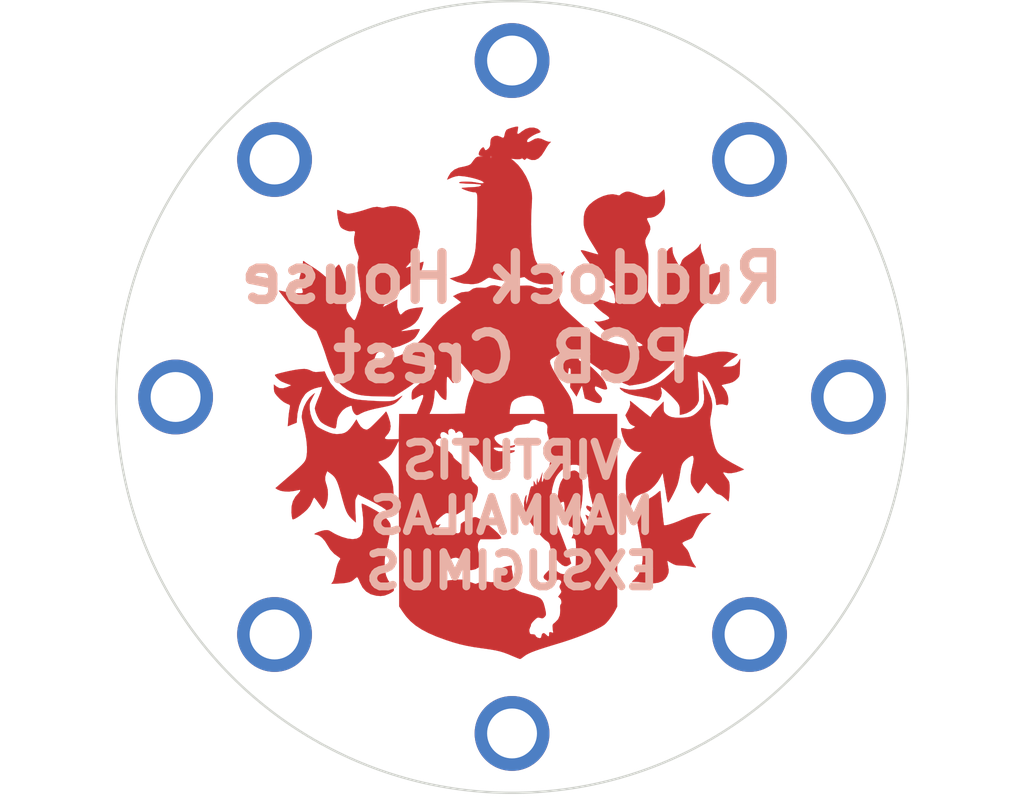
<source format=kicad_pcb>
(kicad_pcb (version 20171130) (host pcbnew "(5.0.1)-3")

  (general
    (thickness 1.6)
    (drawings 4)
    (tracks 0)
    (zones 0)
    (modules 10)
    (nets 1)
  )

  (page A4)
  (layers
    (0 F.Cu signal)
    (31 B.Cu signal)
    (32 B.Adhes user)
    (33 F.Adhes user)
    (34 B.Paste user)
    (35 F.Paste user)
    (36 B.SilkS user)
    (37 F.SilkS user)
    (38 B.Mask user)
    (39 F.Mask user)
    (40 Dwgs.User user)
    (41 Cmts.User user)
    (42 Eco1.User user)
    (43 Eco2.User user)
    (44 Edge.Cuts user)
    (45 Margin user)
    (46 B.CrtYd user)
    (47 F.CrtYd user)
    (48 B.Fab user)
    (49 F.Fab user)
  )

  (setup
    (last_trace_width 0.25)
    (trace_clearance 0.2)
    (zone_clearance 0.508)
    (zone_45_only no)
    (trace_min 0.2)
    (segment_width 0.2)
    (edge_width 0.15)
    (via_size 0.8)
    (via_drill 0.4)
    (via_min_size 0.4)
    (via_min_drill 0.3)
    (uvia_size 0.3)
    (uvia_drill 0.1)
    (uvias_allowed no)
    (uvia_min_size 0.2)
    (uvia_min_drill 0.1)
    (pcb_text_width 0.3)
    (pcb_text_size 1.5 1.5)
    (mod_edge_width 0.15)
    (mod_text_size 1 1)
    (mod_text_width 0.15)
    (pad_size 4.8 4.8)
    (pad_drill 3.2)
    (pad_to_mask_clearance 0.2)
    (solder_mask_min_width 0.25)
    (aux_axis_origin 0 0)
    (visible_elements 7FFFFFFF)
    (pcbplotparams
      (layerselection 0x010fc_ffffffff)
      (usegerberextensions false)
      (usegerberattributes false)
      (usegerberadvancedattributes false)
      (creategerberjobfile false)
      (excludeedgelayer true)
      (linewidth 0.100000)
      (plotframeref false)
      (viasonmask false)
      (mode 1)
      (useauxorigin false)
      (hpglpennumber 1)
      (hpglpenspeed 20)
      (hpglpendiameter 15.000000)
      (psnegative false)
      (psa4output false)
      (plotreference true)
      (plotvalue true)
      (plotinvisibletext false)
      (padsonsilk false)
      (subtractmaskfromsilk false)
      (outputformat 1)
      (mirror false)
      (drillshape 1)
      (scaleselection 1)
      (outputdirectory ""))
  )

  (net 0 "")

  (net_class Default "This is the default net class."
    (clearance 0.2)
    (trace_width 0.25)
    (via_dia 0.8)
    (via_drill 0.4)
    (uvia_dia 0.3)
    (uvia_drill 0.1)
  )

  (module MountingHole:MountingHole_3.2mm_M3_Pad (layer F.Cu) (tedit 5B9DE69A) (tstamp 5BAA949B)
    (at 116.84 91.44)
    (descr "Mounting Hole 3.2mm, M3")
    (tags "mounting hole 3.2mm m3")
    (attr virtual)
    (fp_text reference REF** (at 0 -4.2) (layer F.SilkS) hide
      (effects (font (size 1 1) (thickness 0.15)))
    )
    (fp_text value MountingHole_3.2mm_M3_Pad (at 0 4.2) (layer F.Fab)
      (effects (font (size 1 1) (thickness 0.15)))
    )
    (fp_text user %R (at 0.3 0) (layer F.Fab)
      (effects (font (size 1 1) (thickness 0.15)))
    )
    (fp_circle (center 0 0) (end 3.2 0) (layer Cmts.User) (width 0.15))
    (fp_circle (center 0 0) (end 3.45 0) (layer F.CrtYd) (width 0.05))
    (pad 1 thru_hole circle (at 0 0) (size 4.8 4.8) (drill 3.2) (layers *.Cu *.Mask))
  )

  (module MountingHole:MountingHole_3.2mm_M3_Pad (layer F.Cu) (tedit 5B9DE693) (tstamp 5BAA9427)
    (at 86.36 91.44)
    (descr "Mounting Hole 3.2mm, M3")
    (tags "mounting hole 3.2mm m3")
    (attr virtual)
    (fp_text reference REF** (at 0 -4.2) (layer F.SilkS) hide
      (effects (font (size 1 1) (thickness 0.15)))
    )
    (fp_text value MountingHole_3.2mm_M3_Pad (at 0 4.2) (layer F.Fab)
      (effects (font (size 1 1) (thickness 0.15)))
    )
    (fp_text user %R (at 0.3 0) (layer F.Fab)
      (effects (font (size 1 1) (thickness 0.15)))
    )
    (fp_circle (center 0 0) (end 3.2 0) (layer Cmts.User) (width 0.15))
    (fp_circle (center 0 0) (end 3.45 0) (layer F.CrtYd) (width 0.05))
    (pad 1 thru_hole circle (at 0 0) (size 4.8 4.8) (drill 3.2) (layers *.Cu *.Mask))
  )

  (module MountingHole:MountingHole_3.2mm_M3_Pad (layer F.Cu) (tedit 5B9DE6BB) (tstamp 5BAA9427)
    (at 116.84 60.96)
    (descr "Mounting Hole 3.2mm, M3")
    (tags "mounting hole 3.2mm m3")
    (attr virtual)
    (fp_text reference REF** (at 0 -4.2) (layer F.SilkS) hide
      (effects (font (size 1 1) (thickness 0.15)))
    )
    (fp_text value MountingHole_3.2mm_M3_Pad (at 0 4.2) (layer F.Fab)
      (effects (font (size 1 1) (thickness 0.15)))
    )
    (fp_text user %R (at 0.3 0) (layer F.Fab)
      (effects (font (size 1 1) (thickness 0.15)))
    )
    (fp_circle (center 0 0) (end 3.2 0) (layer Cmts.User) (width 0.15))
    (fp_circle (center 0 0) (end 3.45 0) (layer F.CrtYd) (width 0.05))
    (pad 1 thru_hole circle (at 0 0) (size 4.8 4.8) (drill 3.2) (layers *.Cu *.Mask))
  )

  (module MountingHole:MountingHole_3.2mm_M3_Pad (layer F.Cu) (tedit 5B9DE68D) (tstamp 5BAA9427)
    (at 86.36 60.96)
    (descr "Mounting Hole 3.2mm, M3")
    (tags "mounting hole 3.2mm m3")
    (attr virtual)
    (fp_text reference REF** (at 0 -4.2) (layer F.SilkS) hide
      (effects (font (size 1 1) (thickness 0.15)))
    )
    (fp_text value MountingHole_3.2mm_M3_Pad (at 0 4.2) (layer F.Fab)
      (effects (font (size 1 1) (thickness 0.15)))
    )
    (fp_text user %R (at 0.3 0) (layer F.Fab)
      (effects (font (size 1 1) (thickness 0.15)))
    )
    (fp_circle (center 0 0) (end 3.2 0) (layer Cmts.User) (width 0.15))
    (fp_circle (center 0 0) (end 3.45 0) (layer F.CrtYd) (width 0.05))
    (pad 1 thru_hole circle (at 0 0) (size 4.8 4.8) (drill 3.2) (layers *.Cu *.Mask))
  )

  (module MountingHole:MountingHole_3.2mm_M3_Pad (layer F.Cu) (tedit 5B9DE697) (tstamp 5BAA9427)
    (at 101.6 97.79)
    (descr "Mounting Hole 3.2mm, M3")
    (tags "mounting hole 3.2mm m3")
    (attr virtual)
    (fp_text reference REF** (at 0 -4.2) (layer F.SilkS) hide
      (effects (font (size 1 1) (thickness 0.15)))
    )
    (fp_text value MountingHole_3.2mm_M3_Pad (at 0 4.2) (layer F.Fab)
      (effects (font (size 1 1) (thickness 0.15)))
    )
    (fp_text user %R (at 0.3 0) (layer F.Fab)
      (effects (font (size 1 1) (thickness 0.15)))
    )
    (fp_circle (center 0 0) (end 3.2 0) (layer Cmts.User) (width 0.15))
    (fp_circle (center 0 0) (end 3.45 0) (layer F.CrtYd) (width 0.05))
    (pad 1 thru_hole circle (at 0 0) (size 4.8 4.8) (drill 3.2) (layers *.Cu *.Mask))
  )

  (module MountingHole:MountingHole_3.2mm_M3_Pad (layer F.Cu) (tedit 5B9DE69C) (tstamp 5BAA9427)
    (at 123.19 76.2)
    (descr "Mounting Hole 3.2mm, M3")
    (tags "mounting hole 3.2mm m3")
    (attr virtual)
    (fp_text reference REF** (at 0 -4.2) (layer F.SilkS) hide
      (effects (font (size 1 1) (thickness 0.15)))
    )
    (fp_text value MountingHole_3.2mm_M3_Pad (at 0 4.2) (layer F.Fab)
      (effects (font (size 1 1) (thickness 0.15)))
    )
    (fp_text user %R (at 0.3 0) (layer F.Fab)
      (effects (font (size 1 1) (thickness 0.15)))
    )
    (fp_circle (center 0 0) (end 3.2 0) (layer Cmts.User) (width 0.15))
    (fp_circle (center 0 0) (end 3.45 0) (layer F.CrtYd) (width 0.05))
    (pad 1 thru_hole circle (at 0 0) (size 4.8 4.8) (drill 3.2) (layers *.Cu *.Mask))
  )

  (module MountingHole:MountingHole_3.2mm_M3_Pad (layer F.Cu) (tedit 5B9DE690) (tstamp 5BAA94C6)
    (at 80.01 76.2)
    (descr "Mounting Hole 3.2mm, M3")
    (tags "mounting hole 3.2mm m3")
    (attr virtual)
    (fp_text reference REF** (at 0 -4.2) (layer F.SilkS) hide
      (effects (font (size 1 1) (thickness 0.15)))
    )
    (fp_text value MountingHole_3.2mm_M3_Pad (at 0 4.2) (layer F.Fab)
      (effects (font (size 1 1) (thickness 0.15)))
    )
    (fp_text user %R (at 0.3 0) (layer F.Fab)
      (effects (font (size 1 1) (thickness 0.15)))
    )
    (fp_circle (center 0 0) (end 3.2 0) (layer Cmts.User) (width 0.15))
    (fp_circle (center 0 0) (end 3.45 0) (layer F.CrtYd) (width 0.05))
    (pad 1 thru_hole circle (at 0 0) (size 4.8 4.8) (drill 3.2) (layers *.Cu *.Mask))
  )

  (module crest:ruddock_cu (layer F.Cu) (tedit 0) (tstamp 5BAA8F1B)
    (at 101.6 76.2)
    (fp_text reference G*** (at 0 0) (layer F.SilkS) hide
      (effects (font (size 1.524 1.524) (thickness 0.3)))
    )
    (fp_text value LOGO (at 0.75 0) (layer F.SilkS) hide
      (effects (font (size 1.524 1.524) (thickness 0.3)))
    )
    (fp_poly (pts (xy 0.382746 -17.344338) (xy 0.38731 -17.28612) (xy 0.371888 -17.16552) (xy 0.358045 -17.093933)
      (xy 0.33599 -16.945506) (xy 0.355079 -16.876313) (xy 0.422542 -16.884801) (xy 0.54561 -16.969412)
      (xy 0.626144 -17.036256) (xy 0.870834 -17.195933) (xy 1.13198 -17.280377) (xy 1.389043 -17.287328)
      (xy 1.621486 -17.214529) (xy 1.711955 -17.155641) (xy 1.811611 -17.061826) (xy 1.821399 -16.999035)
      (xy 1.740557 -16.954652) (xy 1.699121 -16.94319) (xy 1.549289 -16.888585) (xy 1.373615 -16.800012)
      (xy 1.201626 -16.695409) (xy 1.062847 -16.592709) (xy 0.987299 -16.510787) (xy 0.953056 -16.401394)
      (xy 0.990048 -16.350255) (xy 1.087077 -16.360404) (xy 1.232948 -16.434875) (xy 1.243066 -16.441493)
      (xy 1.466131 -16.563113) (xy 1.664377 -16.604482) (xy 1.868065 -16.567877) (xy 2.023882 -16.500236)
      (xy 2.184176 -16.428487) (xy 2.324809 -16.381596) (xy 2.388956 -16.371093) (xy 2.499178 -16.371093)
      (xy 2.39761 -16.276469) (xy 2.327172 -16.189839) (xy 2.228991 -16.042484) (xy 2.120961 -15.86178)
      (xy 2.088074 -15.802914) (xy 1.894421 -15.506954) (xy 1.692172 -15.309574) (xy 1.480767 -15.210464)
      (xy 1.259645 -15.209313) (xy 1.111904 -15.260252) (xy 0.99224 -15.312021) (xy 0.926272 -15.318061)
      (xy 0.880054 -15.279153) (xy 0.870026 -15.265818) (xy 0.817779 -15.211748) (xy 0.765131 -15.232215)
      (xy 0.728186 -15.267294) (xy 0.647213 -15.31951) (xy 0.590883 -15.295102) (xy 0.504945 -15.265623)
      (xy 0.340485 -15.259346) (xy 0.230861 -15.265675) (xy -0.074414 -15.290996) (xy 0.093884 -15.163215)
      (xy 0.383385 -14.894962) (xy 0.65529 -14.551965) (xy 0.894782 -14.158661) (xy 1.087046 -13.739485)
      (xy 1.217265 -13.318873) (xy 1.220283 -13.305477) (xy 1.256928 -13.117082) (xy 1.277071 -12.939051)
      (xy 1.281936 -12.741198) (xy 1.27275 -12.493341) (xy 1.260862 -12.306038) (xy 1.228737 -11.683658)
      (xy 1.219034 -11.083566) (xy 1.230908 -10.517603) (xy 1.263515 -9.997611) (xy 1.316011 -9.535434)
      (xy 1.387551 -9.142912) (xy 1.477292 -8.831888) (xy 1.515142 -8.739391) (xy 1.703393 -8.398787)
      (xy 1.920315 -8.1495) (xy 2.173717 -7.985845) (xy 2.471412 -7.902136) (xy 2.685075 -7.88789)
      (xy 2.950488 -7.907494) (xy 3.154627 -7.970348) (xy 3.188137 -7.987205) (xy 3.300875 -8.042113)
      (xy 3.366571 -8.063439) (xy 3.373438 -8.05997) (xy 3.352781 -8.004446) (xy 3.299662 -7.889982)
      (xy 3.251853 -7.793485) (xy 3.092508 -7.548782) (xy 2.902952 -7.372393) (xy 2.699186 -7.278537)
      (xy 2.665044 -7.271929) (xy 2.324274 -7.230492) (xy 2.042536 -7.223069) (xy 1.785987 -7.248769)
      (xy 1.785938 -7.248778) (xy 1.391023 -7.34646) (xy 1.067411 -7.50008) (xy 0.95956 -7.57476)
      (xy 0.789813 -7.704232) (xy 0.159012 -7.571329) (xy -0.103583 -7.517129) (xy -0.294798 -7.482766)
      (xy -0.440139 -7.466683) (xy -0.565111 -7.467325) (xy -0.69522 -7.483137) (xy -0.843609 -7.510173)
      (xy -1.045559 -7.552666) (xy -1.226713 -7.596894) (xy -1.349876 -7.633728) (xy -1.355236 -7.635744)
      (xy -1.448924 -7.660363) (xy -1.536863 -7.64477) (xy -1.653546 -7.579598) (xy -1.715452 -7.537922)
      (xy -1.967055 -7.383223) (xy -2.194863 -7.291439) (xy -2.438969 -7.249571) (xy -2.625261 -7.242968)
      (xy -3.109765 -7.279025) (xy -3.534249 -7.388436) (xy -3.745507 -7.480652) (xy -3.993554 -7.606777)
      (xy -3.819921 -7.650492) (xy -3.471908 -7.745627) (xy -3.201699 -7.843746) (xy -2.993793 -7.960064)
      (xy -2.832689 -8.109794) (xy -2.702885 -8.30815) (xy -2.588881 -8.570345) (xy -2.475175 -8.911594)
      (xy -2.449716 -8.995284) (xy -2.406714 -9.149926) (xy -2.373055 -9.304769) (xy -2.34668 -9.477999)
      (xy -2.325527 -9.687805) (xy -2.307539 -9.952375) (xy -2.290654 -10.289896) (xy -2.282987 -10.467578)
      (xy -2.268179 -10.8471) (xy -2.254151 -11.252706) (xy -2.241882 -11.652659) (xy -2.232347 -12.015224)
      (xy -2.226731 -12.294828) (xy -2.223269 -12.603215) (xy -2.226591 -12.826258) (xy -2.240869 -12.9778)
      (xy -2.270274 -13.07168) (xy -2.318979 -13.12174) (xy -2.391156 -13.141821) (xy -2.483207 -13.145724)
      (xy -2.590346 -13.159788) (xy -2.734902 -13.195543) (xy -2.893891 -13.244788) (xy -3.044332 -13.299322)
      (xy -3.16324 -13.350944) (xy -3.227633 -13.391451) (xy -3.224609 -13.410288) (xy -3.146363 -13.423127)
      (xy -2.993066 -13.436835) (xy -2.788849 -13.449549) (xy -2.61503 -13.457377) (xy -2.312821 -13.477004)
      (xy -2.107481 -13.509259) (xy -1.999496 -13.554007) (xy -1.989356 -13.611109) (xy -2.004172 -13.629349)
      (xy -2.065449 -13.644708) (xy -2.20619 -13.659781) (xy -2.406648 -13.673002) (xy -2.647075 -13.682805)
      (xy -2.695396 -13.684145) (xy -2.941571 -13.693259) (xy -3.15191 -13.706307) (xy -3.306522 -13.721672)
      (xy -3.38552 -13.737736) (xy -3.39028 -13.740676) (xy -3.384827 -13.77503) (xy -3.299531 -13.79993)
      (xy -3.153357 -13.814974) (xy -2.965266 -13.819762) (xy -2.754222 -13.813891) (xy -2.539188 -13.79696)
      (xy -2.339126 -13.768568) (xy -2.31256 -13.763491) (xy -2.078291 -13.722023) (xy -1.925791 -13.708092)
      (xy -1.841761 -13.720837) (xy -1.825619 -13.73188) (xy -1.827065 -13.783474) (xy -1.910789 -13.845315)
      (xy -2.06095 -13.91291) (xy -2.261711 -13.981765) (xy -2.49723 -14.047389) (xy -2.751668 -14.105289)
      (xy -3.009185 -14.150971) (xy -3.253941 -14.179944) (xy -3.434034 -14.188082) (xy -3.583653 -14.167521)
      (xy -3.77081 -14.114464) (xy -3.892339 -14.067245) (xy -4.166022 -13.946209) (xy -4.091509 -14.129257)
      (xy -3.935688 -14.385811) (xy -3.70899 -14.584217) (xy -3.429757 -14.709744) (xy -3.343551 -14.730037)
      (xy -3.063608 -14.78759) (xy -2.86462 -14.840337) (xy -2.728984 -14.894883) (xy -2.639095 -14.957834)
      (xy -2.593141 -15.01161) (xy -2.456943 -15.200922) (xy -2.354197 -15.322619) (xy -2.265774 -15.390767)
      (xy -1.417155 -15.390767) (xy -1.368392 -15.382823) (xy -1.304047 -15.391944) (xy -1.303279 -15.408878)
      (xy -1.369676 -15.420721) (xy -1.398364 -15.412795) (xy -1.417155 -15.390767) (xy -2.265774 -15.390767)
      (xy -2.264031 -15.39211) (xy -2.165572 -15.424808) (xy -2.037949 -15.43612) (xy -2.017172 -15.436855)
      (xy -1.882313 -15.442559) (xy -1.841649 -15.449037) (xy -1.890166 -15.458282) (xy -1.947168 -15.464654)
      (xy -2.069988 -15.486172) (xy -2.122396 -15.531971) (xy -2.133203 -15.622703) (xy -2.103583 -15.737198)
      (xy -2.030967 -15.864564) (xy -1.939725 -15.971037) (xy -1.854222 -16.022855) (xy -1.843701 -16.023828)
      (xy -1.795444 -15.982511) (xy -1.771563 -15.924609) (xy -1.723185 -15.84006) (xy -1.641811 -15.843657)
      (xy -1.522293 -15.935845) (xy -1.510831 -15.947159) (xy -1.429822 -16.05474) (xy -1.394399 -16.188752)
      (xy -1.389062 -16.310582) (xy -1.375951 -16.483735) (xy -1.328038 -16.599292) (xy -1.274244 -16.660102)
      (xy -1.112395 -16.7487) (xy -0.919514 -16.7566) (xy -0.74414 -16.693554) (xy -0.614061 -16.633146)
      (xy -0.536759 -16.645174) (xy -0.4927 -16.740016) (xy -0.474739 -16.836669) (xy -0.433122 -16.992084)
      (xy -0.368841 -17.115732) (xy -0.346637 -17.140608) (xy -0.261877 -17.189028) (xy -0.122588 -17.242653)
      (xy 0.04144 -17.29316) (xy 0.200416 -17.332229) (xy 0.324549 -17.351539) (xy 0.382746 -17.344338)) (layer F.Cu) (width 0.01))
    (fp_poly (pts (xy 13.872917 -2.884684) (xy 14.232756 -2.811208) (xy 14.478606 -2.746432) (xy 14.474909 -2.712358)
      (xy 14.40187 -2.639571) (xy 14.274087 -2.542267) (xy 14.255364 -2.529341) (xy 14.064392 -2.391694)
      (xy 13.868028 -2.239004) (xy 13.741797 -2.132989) (xy 13.518555 -1.935034) (xy 13.791407 -1.9377)
      (xy 14.075259 -1.959387) (xy 14.284415 -2.023405) (xy 14.437277 -2.137787) (xy 14.523622 -2.257226)
      (xy 14.638491 -2.455664) (xy 14.624226 -1.900683) (xy 14.616869 -1.657967) (xy 14.606245 -1.492268)
      (xy 14.587268 -1.381403) (xy 14.554851 -1.303188) (xy 14.503909 -1.235439) (xy 14.461133 -1.189321)
      (xy 14.311244 -1.051411) (xy 14.152753 -0.955887) (xy 13.952809 -0.886612) (xy 13.753566 -0.841716)
      (xy 13.594183 -0.806801) (xy 13.482477 -0.775534) (xy 13.444141 -0.756101) (xy 13.474568 -0.708301)
      (xy 13.552355 -0.613244) (xy 13.613087 -0.544358) (xy 13.75685 -0.323104) (xy 13.850643 -0.052162)
      (xy 13.882736 0.226598) (xy 13.869398 0.370448) (xy 13.837024 0.490083) (xy 13.792341 0.529461)
      (xy 13.751174 0.521571) (xy 13.487791 0.45918) (xy 13.255386 0.485345) (xy 13.248161 0.487804)
      (xy 13.144388 0.517218) (xy 13.103258 0.497475) (xy 13.096014 0.431502) (xy 13.065274 0.161455)
      (xy 12.983757 -0.158335) (xy 12.861931 -0.49955) (xy 12.710262 -0.833873) (xy 12.539219 -1.132985)
      (xy 12.491867 -1.202911) (xy 12.407208 -1.297649) (xy 12.286269 -1.4042) (xy 12.152934 -1.505208)
      (xy 12.031086 -1.583319) (xy 11.944611 -1.621175) (xy 11.920394 -1.618179) (xy 11.914483 -1.561676)
      (xy 11.916042 -1.423095) (xy 11.924421 -1.219246) (xy 11.938971 -0.966938) (xy 11.953908 -0.751067)
      (xy 11.972699 -0.461092) (xy 11.985033 -0.195204) (xy 11.990338 0.026318) (xy 11.988048 0.183193)
      (xy 11.981784 0.24295) (xy 11.884494 0.476669) (xy 11.709305 0.698803) (xy 11.477338 0.89151)
      (xy 11.209714 1.036946) (xy 10.95127 1.113471) (xy 10.765235 1.145512) (xy 10.765235 0.853051)
      (xy 10.755989 0.663346) (xy 10.719146 0.525516) (xy 10.641052 0.393201) (xy 10.622092 0.367112)
      (xy 10.52069 0.24448) (xy 10.380087 0.093482) (xy 10.215221 -0.072044) (xy 10.041032 -0.238261)
      (xy 9.872459 -0.391328) (xy 9.724441 -0.517407) (xy 9.611917 -0.60266) (xy 9.549827 -0.633248)
      (xy 9.544372 -0.63122) (xy 9.545676 -0.576138) (xy 9.574935 -0.467316) (xy 9.580852 -0.449901)
      (xy 9.60584 -0.248997) (xy 9.561793 -0.03787) (xy 9.459583 0.139381) (xy 9.427492 0.172085)
      (xy 9.367859 0.219051) (xy 9.307352 0.234237) (xy 9.216592 0.216377) (xy 9.066198 0.164208)
      (xy 9.042591 0.155524) (xy 8.839681 0.093528) (xy 8.59449 0.036482) (xy 8.383985 0.000332)
      (xy 7.901579 -0.080867) (xy 7.513136 -0.183728) (xy 7.21556 -0.309333) (xy 7.005752 -0.458759)
      (xy 6.974831 -0.490731) (xy 6.921502 -0.554921) (xy 6.916932 -0.585618) (xy 6.973775 -0.583988)
      (xy 7.104689 -0.551197) (xy 7.232865 -0.51449) (xy 7.533394 -0.465417) (xy 7.892171 -0.468897)
      (xy 8.28582 -0.521076) (xy 8.690964 -0.618103) (xy 9.084225 -0.756123) (xy 9.301758 -0.855499)
      (xy 9.517146 -0.988122) (xy 9.771975 -1.183218) (xy 10.047624 -1.422804) (xy 10.325472 -1.688898)
      (xy 10.586898 -1.963517) (xy 10.813282 -2.228677) (xy 10.986002 -2.466397) (xy 11.010337 -2.505518)
      (xy 11.082603 -2.625266) (xy 11.129622 -2.702774) (xy 11.138182 -2.716643) (xy 11.185235 -2.709515)
      (xy 11.294629 -2.676615) (xy 11.359046 -2.654631) (xy 11.595222 -2.596324) (xy 11.85051 -2.587161)
      (xy 12.145889 -2.628508) (xy 12.502343 -2.72173) (xy 12.532669 -2.73102) (xy 12.913708 -2.837052)
      (xy 13.243815 -2.897847) (xy 13.55341 -2.913643) (xy 13.872917 -2.884684)) (layer F.Cu) (width 0.01))
    (fp_poly (pts (xy -13.166547 -1.782995) (xy -13.01649 -1.736008) (xy -12.858892 -1.661982) (xy -12.737604 -1.614915)
      (xy -12.596493 -1.59802) (xy -12.399848 -1.607642) (xy -12.362798 -1.611202) (xy -12.030273 -1.644505)
      (xy -11.892479 -1.330748) (xy -11.649459 -0.889127) (xy -11.338255 -0.518714) (xy -10.95531 -0.215913)
      (xy -10.596175 -0.020517) (xy -10.442313 0.043882) (xy -10.282619 0.095732) (xy -10.101385 0.137521)
      (xy -9.882901 0.171735) (xy -9.611459 0.200863) (xy -9.271351 0.227392) (xy -8.873472 0.252271)
      (xy -8.470598 0.272564) (xy -8.150851 0.279941) (xy -7.898745 0.272429) (xy -7.698795 0.248052)
      (xy -7.535513 0.204838) (xy -7.393414 0.140813) (xy -7.257011 0.054003) (xy -7.243884 0.04457)
      (xy -7.130451 -0.032728) (xy -7.058242 -0.07257) (xy -7.044531 -0.0726) (xy -7.075897 -0.025312)
      (xy -7.15809 0.072352) (xy -7.272211 0.19805) (xy -7.404416 0.326233) (xy -7.541973 0.425021)
      (xy -7.70534 0.503072) (xy -7.914976 0.569044) (xy -8.191339 0.631595) (xy -8.383984 0.668562)
      (xy -8.81057 0.756572) (xy -9.180197 0.851723) (xy -9.479913 0.950153) (xy -9.696765 1.047998)
      (xy -9.73671 1.072043) (xy -9.869894 1.146334) (xy -9.962608 1.161475) (xy -10.02145 1.140825)
      (xy -10.133343 1.03658) (xy -10.222928 0.876214) (xy -10.267587 0.702824) (xy -10.26914 0.668847)
      (xy -10.281383 0.577465) (xy -10.335646 0.56139) (xy -10.380761 0.572683) (xy -10.655374 0.685708)
      (xy -10.866212 0.848022) (xy -10.980509 0.985383) (xy -11.10448 1.1661) (xy -11.180719 1.310988)
      (xy -11.224735 1.460671) (xy -11.252036 1.655772) (xy -11.257554 1.711049) (xy -11.284788 1.897474)
      (xy -11.324067 1.996582) (xy -11.360546 2.020155) (xy -11.439531 2.007358) (xy -11.581037 1.962663)
      (xy -11.757199 1.895094) (xy -11.79313 1.880058) (xy -12.026283 1.764454) (xy -12.214277 1.63904)
      (xy -12.296541 1.562615) (xy -12.404594 1.406466) (xy -12.508696 1.201521) (xy -12.593414 0.984658)
      (xy -12.643317 0.792756) (xy -12.65039 0.717018) (xy -12.631357 0.620213) (xy -12.580142 0.459172)
      (xy -12.50557 0.260006) (xy -12.452018 0.130096) (xy -12.363449 -0.0856) (xy -12.288004 -0.284739)
      (xy -12.236295 -0.438545) (xy -12.221456 -0.495162) (xy -12.189265 -0.656116) (xy -12.407425 -0.622075)
      (xy -12.654901 -0.557999) (xy -12.90661 -0.450507) (xy -13.127155 -0.317364) (xy -13.271248 -0.18851)
      (xy -13.498633 0.155593) (xy -13.665843 0.572889) (xy -13.770352 1.055817) (xy -13.803619 1.404294)
      (xy -13.816211 1.642768) (xy -14.388165 1.874668) (xy -14.359188 1.470635) (xy -14.339015 1.24179)
      (xy -14.312966 1.016656) (xy -14.28637 0.840791) (xy -14.28405 0.828515) (xy -14.252367 0.657075)
      (xy -14.246706 0.557214) (xy -14.275564 0.502852) (xy -14.347435 0.467911) (xy -14.408136 0.447602)
      (xy -14.640538 0.330565) (xy -14.887594 0.133271) (xy -15.104246 -0.097054) (xy -15.211934 -0.241275)
      (xy -15.26421 -0.367132) (xy -15.279456 -0.522585) (xy -15.279687 -0.554807) (xy -15.279687 -0.80257)
      (xy -15.127053 -0.674136) (xy -14.932218 -0.568803) (xy -14.703332 -0.553865) (xy -14.437018 -0.629218)
      (xy -14.386718 -0.651492) (xy -14.163476 -0.755102) (xy -14.414067 -0.842468) (xy -14.592208 -0.909601)
      (xy -14.75772 -0.980045) (xy -14.817435 -1.008838) (xy -14.920686 -1.078219) (xy -15.033873 -1.177049)
      (xy -15.13507 -1.282494) (xy -15.202351 -1.371717) (xy -15.213919 -1.421758) (xy -15.145681 -1.453051)
      (xy -15.000721 -1.497748) (xy -14.799826 -1.550919) (xy -14.563782 -1.607633) (xy -14.313378 -1.66296)
      (xy -14.069401 -1.711969) (xy -13.852637 -1.74973) (xy -13.79545 -1.758208) (xy -13.527209 -1.791134)
      (xy -13.327181 -1.800384) (xy -13.166547 -1.782995)) (layer F.Cu) (width 0.01))
    (fp_poly (pts (xy 12.258079 -1.052423) (xy 12.315571 -0.951972) (xy 12.393286 -0.798681) (xy 12.482256 -0.611924)
      (xy 12.573512 -0.411071) (xy 12.658084 -0.215498) (xy 12.727003 -0.044577) (xy 12.771301 0.082319)
      (xy 12.776028 0.099219) (xy 12.825743 0.330632) (xy 12.84374 0.548047) (xy 12.829664 0.784307)
      (xy 12.783161 1.072253) (xy 12.764527 1.16542) (xy 12.731024 1.335212) (xy 12.711405 1.470926)
      (xy 12.706354 1.598177) (xy 12.716558 1.742583) (xy 12.742704 1.929758) (xy 12.785476 2.185321)
      (xy 12.793019 2.229108) (xy 12.876132 2.66549) (xy 12.960925 3.014201) (xy 13.050983 3.28677)
      (xy 13.149889 3.494728) (xy 13.218531 3.597985) (xy 13.344504 3.731382) (xy 13.533303 3.880101)
      (xy 13.793216 4.04972) (xy 14.13253 4.245819) (xy 14.37878 4.379095) (xy 14.889073 4.650003)
      (xy 14.699908 4.725184) (xy 14.376021 4.831487) (xy 14.080815 4.885028) (xy 13.835684 4.882517)
      (xy 13.768116 4.868468) (xy 13.640861 4.840167) (xy 13.559859 4.83487) (xy 13.549673 4.838869)
      (xy 13.560039 4.890093) (xy 13.616152 4.98631) (xy 13.6337 5.011157) (xy 13.742094 5.15984)
      (xy 13.852276 5.311056) (xy 13.853418 5.312624) (xy 13.908766 5.401686) (xy 13.941699 5.49993)
      (xy 13.957191 5.634897) (xy 13.960216 5.834129) (xy 13.959567 5.900424) (xy 13.952984 6.124536)
      (xy 13.940357 6.333835) (xy 13.924099 6.491169) (xy 13.919365 6.520107) (xy 13.884634 6.705239)
      (xy 13.641708 6.47801) (xy 13.469481 6.336468) (xy 13.329488 6.26075) (xy 13.276664 6.250782)
      (xy 13.150935 6.20886) (xy 13.014151 6.095418) (xy 13.008791 6.089551) (xy 12.888732 5.956728)
      (xy 12.744596 5.797249) (xy 12.668946 5.713538) (xy 12.474855 5.498755) (xy 12.233563 5.851898)
      (xy 12.118941 6.009076) (xy 12.019937 6.125734) (xy 11.952381 6.183947) (xy 11.937754 6.186869)
      (xy 11.885039 6.139493) (xy 11.79591 6.031061) (xy 11.68824 5.883564) (xy 11.671501 5.859292)
      (xy 11.561515 5.691714) (xy 11.498183 5.565272) (xy 11.468886 5.441542) (xy 11.461 5.282094)
      (xy 11.460934 5.218206) (xy 11.475794 4.992898) (xy 11.513402 4.733211) (xy 11.560152 4.517808)
      (xy 11.632526 4.194817) (xy 11.655169 3.956749) (xy 11.628149 3.802713) (xy 11.617376 3.782824)
      (xy 11.555595 3.768026) (xy 11.4448 3.809548) (xy 11.306295 3.893709) (xy 11.161384 4.00683)
      (xy 11.031372 4.135233) (xy 10.989899 4.185718) (xy 10.918402 4.298029) (xy 10.864914 4.434182)
      (xy 10.821358 4.62023) (xy 10.784493 4.84826) (xy 10.741563 5.099828) (xy 10.687097 5.353796)
      (xy 10.630529 5.567819) (xy 10.610165 5.630664) (xy 10.547817 5.787345) (xy 10.459968 5.98157)
      (xy 10.3576 6.192052) (xy 10.251689 6.397503) (xy 10.153217 6.576636) (xy 10.073161 6.708165)
      (xy 10.022501 6.770801) (xy 10.021949 6.771152) (xy 9.994996 6.73899) (xy 9.96167 6.63054)
      (xy 9.928483 6.46789) (xy 9.923406 6.436959) (xy 9.890859 6.234397) (xy 9.848223 5.972603)
      (xy 9.801809 5.6902) (xy 9.770071 5.498653) (xy 9.732283 5.268782) (xy 9.701241 5.074767)
      (xy 9.680234 4.937525) (xy 9.672561 4.878536) (xy 9.652569 4.898069) (xy 9.601095 4.988429)
      (xy 9.52886 5.130645) (xy 9.521452 5.145865) (xy 9.359458 5.419733) (xy 9.153975 5.677644)
      (xy 8.92599 5.898301) (xy 8.696491 6.060407) (xy 8.557618 6.123895) (xy 8.258098 6.235112)
      (xy 8.037557 6.346401) (xy 7.877234 6.474892) (xy 7.758365 6.637716) (xy 7.662188 6.852001)
      (xy 7.61716 6.98252) (xy 7.563215 7.142724) (xy 7.528445 7.220854) (xy 7.503361 7.229822)
      (xy 7.478475 7.182542) (xy 7.475618 7.175178) (xy 7.434846 7.024415) (xy 7.395123 6.799444)
      (xy 7.359082 6.525263) (xy 7.329356 6.226871) (xy 7.308579 5.929267) (xy 7.299383 5.657448)
      (xy 7.300618 5.513974) (xy 7.310019 5.271351) (xy 7.325614 5.094825) (xy 7.355378 4.951288)
      (xy 7.407281 4.807635) (xy 7.489298 4.630759) (xy 7.536336 4.535178) (xy 7.717959 4.209745)
      (xy 7.915347 3.945841) (xy 8.046096 3.80752) (xy 8.336903 3.522266) (xy 8.130655 3.522266)
      (xy 7.873718 3.474592) (xy 7.632635 3.338836) (xy 7.416382 3.125895) (xy 7.233932 2.846667)
      (xy 7.09426 2.512049) (xy 7.010935 2.162641) (xy 6.995069 2.039656) (xy 7.009942 1.991219)
      (xy 7.068217 1.994319) (xy 7.098961 2.002681) (xy 7.40209 2.065514) (xy 7.633529 2.061714)
      (xy 7.787642 1.995185) (xy 7.910309 1.895855) (xy 7.73161 1.82119) (xy 7.611037 1.751209)
      (xy 7.512776 1.639858) (xy 7.413702 1.461991) (xy 7.274492 1.177456) (xy 7.439484 0.871728)
      (xy 7.538532 0.665625) (xy 7.58169 0.510695) (xy 7.581142 0.407023) (xy 7.569667 0.298723)
      (xy 7.573058 0.248481) (xy 7.574207 0.248047) (xy 7.615934 0.278015) (xy 7.720954 0.360933)
      (xy 7.876261 0.486326) (xy 8.06885 0.643716) (xy 8.220849 0.768946) (xy 8.433368 0.942975)
      (xy 8.619484 1.092323) (xy 8.765767 1.206455) (xy 8.858783 1.274838) (xy 8.885012 1.289844)
      (xy 8.921215 1.248034) (xy 8.948958 1.170211) (xy 8.995424 1.086121) (xy 9.097074 0.953876)
      (xy 9.237357 0.793867) (xy 9.351211 0.674709) (xy 9.723438 0.298841) (xy 9.723438 0.625611)
      (xy 9.727514 0.807509) (xy 9.747072 0.923986) (xy 9.793102 1.008735) (xy 9.876597 1.095452)
      (xy 9.876761 1.095606) (xy 10.039038 1.212997) (xy 10.239162 1.288996) (xy 10.494802 1.32759)
      (xy 10.82363 1.332762) (xy 10.914063 1.329531) (xy 11.208476 1.307382) (xy 11.434271 1.262495)
      (xy 11.621442 1.183124) (xy 11.799977 1.05752) (xy 11.947436 0.924781) (xy 12.108999 0.753075)
      (xy 12.222963 0.582688) (xy 12.293747 0.394675) (xy 12.325771 0.17009) (xy 12.323451 -0.110012)
      (xy 12.291208 -0.464577) (xy 12.284598 -0.520898) (xy 12.259258 -0.741183) (xy 12.240466 -0.921534)
      (xy 12.230228 -1.041468) (xy 12.229781 -1.08066) (xy 12.258079 -1.052423)) (layer F.Cu) (width 0.01))
    (fp_poly (pts (xy 9.525036 6.048446) (xy 9.529868 6.141319) (xy 9.54313 6.307381) (xy 9.563046 6.529244)
      (xy 9.587835 6.789522) (xy 9.61572 7.070827) (xy 9.644921 7.355771) (xy 9.673659 7.626968)
      (xy 9.700157 7.867029) (xy 9.722635 8.058568) (xy 9.739315 8.184198) (xy 9.747849 8.226495)
      (xy 9.820723 8.237582) (xy 9.966088 8.213113) (xy 10.166073 8.158502) (xy 10.402803 8.079159)
      (xy 10.658406 7.9805) (xy 10.883607 7.882528) (xy 11.243425 7.733464) (xy 11.613956 7.609656)
      (xy 11.971549 7.517148) (xy 12.292551 7.461988) (xy 12.55331 7.450221) (xy 12.570513 7.45131)
      (xy 12.773807 7.466211) (xy 12.517885 7.629903) (xy 12.274594 7.836184) (xy 12.038935 8.137443)
      (xy 11.813902 8.529547) (xy 11.716491 8.735452) (xy 11.636672 8.906523) (xy 11.568462 9.013317)
      (xy 11.48426 9.082699) (xy 11.356464 9.141534) (xy 11.262555 9.177276) (xy 11.100883 9.246311)
      (xy 10.979783 9.314005) (xy 10.927621 9.362788) (xy 10.94562 9.436615) (xy 11.024959 9.552121)
      (xy 11.108179 9.64462) (xy 11.25003 9.814665) (xy 11.35103 10.006638) (xy 11.416865 10.199047)
      (xy 11.491286 10.404895) (xy 11.584922 10.601162) (xy 11.667495 10.731316) (xy 11.750276 10.84442)
      (xy 11.794965 10.922091) (xy 11.797302 10.940328) (xy 11.742693 10.939366) (xy 11.622179 10.916348)
      (xy 11.507068 10.88802) (xy 11.312161 10.850424) (xy 11.073711 10.824154) (xy 10.870492 10.815433)
      (xy 10.660281 10.80916) (xy 10.505759 10.7841) (xy 10.363736 10.729669) (xy 10.232094 10.659012)
      (xy 9.959727 10.503179) (xy 9.988507 10.696219) (xy 10.017223 10.880163) (xy 10.047333 11.061138)
      (xy 10.048658 11.06874) (xy 10.039342 11.284593) (xy 9.946951 11.512519) (xy 9.829194 11.675685)
      (xy 9.639853 11.82083) (xy 9.380201 11.916018) (xy 9.067622 11.957697) (xy 8.719503 11.942313)
      (xy 8.607227 11.925426) (xy 8.377291 11.892288) (xy 8.135664 11.868597) (xy 7.972981 11.86056)
      (xy 7.686001 11.856641) (xy 7.864283 11.700107) (xy 8.028872 11.523128) (xy 8.159948 11.302414)
      (xy 8.270776 11.013983) (xy 8.303281 10.906428) (xy 8.349061 10.711175) (xy 8.374851 10.502145)
      (xy 8.379778 10.265925) (xy 8.362972 9.989103) (xy 8.323559 9.658268) (xy 8.260668 9.260005)
      (xy 8.173425 8.780904) (xy 8.160743 8.714552) (xy 8.09734 8.376767) (xy 8.040936 8.061887)
      (xy 7.994226 7.786154) (xy 7.959907 7.565811) (xy 7.940677 7.417103) (xy 7.9375 7.370027)
      (xy 7.950906 7.204427) (xy 7.999961 7.068581) (xy 8.09792 6.947699) (xy 8.25804 6.826992)
      (xy 8.493576 6.691669) (xy 8.591096 6.640779) (xy 8.820957 6.513969) (xy 9.041303 6.3772)
      (xy 9.222402 6.249691) (xy 9.310231 6.175919) (xy 9.439627 6.06288) (xy 9.51067 6.027347)
      (xy 9.525036 6.048446)) (layer F.Cu) (width 0.01))
    (fp_poly (pts (xy -9.587217 6.856044) (xy -9.465376 6.905972) (xy -9.295317 6.987925) (xy -9.095322 7.092145)
      (xy -8.883674 7.208876) (xy -8.678655 7.328359) (xy -8.498547 7.440838) (xy -8.384721 7.519193)
      (xy -8.209341 7.662379) (xy -8.043905 7.820914) (xy -7.93319 7.949192) (xy -7.8493 8.072082)
      (xy -7.806123 8.173387) (xy -7.794345 8.292207) (xy -7.804651 8.467639) (xy -7.805972 8.483203)
      (xy -7.826984 8.645439) (xy -7.866569 8.878316) (xy -7.919901 9.156052) (xy -7.982155 9.452869)
      (xy -8.0149 9.599414) (xy -8.085171 9.915069) (xy -8.133706 10.159092) (xy -8.163579 10.355914)
      (xy -8.177865 10.529971) (xy -8.179638 10.705696) (xy -8.174087 10.864453) (xy -8.144095 11.199577)
      (xy -8.080799 11.474321) (xy -7.970943 11.725474) (xy -7.801273 11.98983) (xy -7.73751 12.076173)
      (xy -7.622895 12.239182) (xy -7.576212 12.354511) (xy -7.603446 12.444071) (xy -7.710581 12.529774)
      (xy -7.887514 12.625395) (xy -8.161897 12.735002) (xy -8.431862 12.773062) (xy -8.710084 12.75138)
      (xy -9.064461 12.655466) (xy -9.355341 12.484215) (xy -9.585706 12.235133) (xy -9.758538 11.90573)
      (xy -9.775313 11.861347) (xy -9.840172 11.706309) (xy -9.901703 11.59725) (xy -9.944045 11.558985)
      (xy -10.013153 11.592186) (xy -10.112283 11.674702) (xy -10.140078 11.702553) (xy -10.268175 11.805308)
      (xy -10.436442 11.879482) (xy -10.661476 11.929476) (xy -10.959868 11.959693) (xy -11.143945 11.968843)
      (xy -11.59707 11.985866) (xy -11.504167 11.859242) (xy -11.453032 11.752305) (xy -11.398209 11.57817)
      (xy -11.349017 11.368001) (xy -11.335383 11.294758) (xy -11.269193 10.971287) (xy -11.19307 10.722686)
      (xy -11.098836 10.524619) (xy -11.051485 10.450057) (xy -11.01626 10.370422) (xy -11.062333 10.313694)
      (xy -11.08192 10.301229) (xy -11.413262 10.061174) (xy -11.666914 9.785974) (xy -11.82237 9.536467)
      (xy -11.997254 9.252966) (xy -12.185923 9.034817) (xy -12.376366 8.894339) (xy -12.49007 8.851651)
      (xy -12.607757 8.824394) (xy -12.675195 8.806909) (xy -12.676778 8.781192) (xy -12.605408 8.737216)
      (xy -12.483602 8.683746) (xy -12.333875 8.629548) (xy -12.178744 8.583386) (xy -12.040722 8.554025)
      (xy -12.017822 8.551015) (xy -11.865064 8.542862) (xy -11.744298 8.568596) (xy -11.60948 8.640864)
      (xy -11.550649 8.679363) (xy -11.389723 8.771969) (xy -11.176235 8.874868) (xy -10.952116 8.968093)
      (xy -10.916701 8.981278) (xy -10.548446 9.088725) (xy -10.231596 9.125174) (xy -9.971336 9.091224)
      (xy -9.772852 8.987473) (xy -9.651492 8.835243) (xy -9.59216 8.654211) (xy -9.555667 8.398)
      (xy -9.542901 8.088191) (xy -9.554745 7.746364) (xy -9.592086 7.3941) (xy -9.592295 7.392652)
      (xy -9.620884 7.17695) (xy -9.639614 6.999998) (xy -9.646505 6.883237) (xy -9.642558 6.847897)
      (xy -9.587217 6.856044)) (layer F.Cu) (width 0.01))
    (fp_poly (pts (xy 9.778658 -13.194443) (xy 9.796432 -13.084048) (xy 9.810433 -12.911485) (xy 9.817669 -12.713799)
      (xy 9.817712 -12.710753) (xy 9.812591 -12.485855) (xy 9.784325 -12.315831) (xy 9.724509 -12.157438)
      (xy 9.700712 -12.108789) (xy 9.551237 -11.887206) (xy 9.355875 -11.701606) (xy 9.139209 -11.570139)
      (xy 8.925823 -11.510952) (xy 8.888762 -11.509375) (xy 8.754871 -11.498323) (xy 8.668177 -11.470777)
      (xy 8.657266 -11.46046) (xy 8.662998 -11.392975) (xy 8.711014 -11.274694) (xy 8.753557 -11.195652)
      (xy 8.854283 -10.971496) (xy 8.872502 -10.765536) (xy 8.806789 -10.553153) (xy 8.706446 -10.382056)
      (xy 8.60315 -10.209982) (xy 8.549943 -10.057505) (xy 8.544946 -9.895742) (xy 8.586283 -9.695808)
      (xy 8.648908 -9.496482) (xy 8.685069 -9.385535) (xy 8.712497 -9.284307) (xy 8.732087 -9.177772)
      (xy 8.744733 -9.050906) (xy 8.751329 -8.888684) (xy 8.752771 -8.676082) (xy 8.749952 -8.398075)
      (xy 8.743768 -8.039638) (xy 8.74181 -7.936195) (xy 8.718618 -6.719461) (xy 8.869303 -6.423109)
      (xy 8.964484 -6.250416) (xy 9.060506 -6.09927) (xy 9.125892 -6.014822) (xy 9.243929 -5.905558)
      (xy 9.364422 -5.817647) (xy 9.461355 -5.768021) (xy 9.505193 -5.767953) (xy 9.53781 -5.847574)
      (xy 9.567401 -6.00499) (xy 9.592333 -6.21879) (xy 9.610974 -6.467559) (xy 9.621688 -6.729884)
      (xy 9.622844 -6.984353) (xy 9.613982 -7.194204) (xy 9.596799 -7.734352) (xy 9.625257 -8.237168)
      (xy 9.697389 -8.686089) (xy 9.811229 -9.064556) (xy 9.845695 -9.145608) (xy 9.958887 -9.367252)
      (xy 10.06024 -9.504729) (xy 10.141291 -9.563839) (xy 10.238744 -9.606817) (xy 10.283878 -9.62406)
      (xy 10.290231 -9.57972) (xy 10.29429 -9.468423) (xy 10.294891 -9.413216) (xy 10.322195 -9.229108)
      (xy 10.406271 -8.997865) (xy 10.493328 -8.815703) (xy 10.586858 -8.640944) (xy 10.667885 -8.50477)
      (xy 10.723574 -8.428163) (xy 10.736148 -8.418833) (xy 10.776619 -8.455458) (xy 10.829779 -8.560042)
      (xy 10.860171 -8.640381) (xy 10.903102 -8.74915) (xy 10.959105 -8.838184) (xy 11.045922 -8.925102)
      (xy 11.181297 -9.027524) (xy 11.382971 -9.163069) (xy 11.393403 -9.169911) (xy 11.62252 -9.330951)
      (xy 11.814411 -9.486749) (xy 11.947718 -9.619467) (xy 11.976314 -9.656768) (xy 12.104688 -9.845688)
      (xy 12.104688 -9.634749) (xy 12.124194 -9.472661) (xy 12.174641 -9.271912) (xy 12.226638 -9.123687)
      (xy 12.300128 -8.90736) (xy 12.358694 -8.672066) (xy 12.381176 -8.535535) (xy 12.394606 -8.357045)
      (xy 12.378924 -8.227456) (xy 12.324525 -8.098384) (xy 12.278003 -8.015847) (xy 12.208072 -7.882347)
      (xy 12.172247 -7.784745) (xy 12.173336 -7.753097) (xy 12.23059 -7.75335) (xy 12.363039 -7.777278)
      (xy 12.550648 -7.820689) (xy 12.762273 -7.876311) (xy 13.04792 -7.951891) (xy 13.329244 -8.02025)
      (xy 13.584759 -8.076704) (xy 13.792979 -8.116569) (xy 13.932417 -8.135161) (xy 13.953344 -8.135937)
      (xy 13.941833 -8.105836) (xy 13.870589 -8.026306) (xy 13.754324 -7.913511) (xy 13.733027 -7.893913)
      (xy 13.525192 -7.668201) (xy 13.319505 -7.369393) (xy 13.199828 -7.162175) (xy 13.071671 -6.932632)
      (xy 12.957064 -6.740939) (xy 12.842113 -6.568533) (xy 12.712925 -6.396849) (xy 12.555607 -6.207323)
      (xy 12.356264 -5.981391) (xy 12.127889 -5.729883) (xy 11.877134 -5.445605) (xy 11.689567 -5.203536)
      (xy 11.553617 -4.980654) (xy 11.457714 -4.753932) (xy 11.390285 -4.500346) (xy 11.339761 -4.196873)
      (xy 11.333345 -4.148841) (xy 11.239738 -3.66479) (xy 11.083718 -3.205254) (xy 11.00359 -3.017712)
      (xy 10.927956 -2.867546) (xy 10.841129 -2.732732) (xy 10.727423 -2.591246) (xy 10.571152 -2.421063)
      (xy 10.397707 -2.242058) (xy 10.08221 -1.93761) (xy 9.753975 -1.652722) (xy 9.428509 -1.398846)
      (xy 9.121315 -1.187434) (xy 8.847899 -1.029936) (xy 8.637098 -0.941755) (xy 8.447209 -0.891801)
      (xy 8.208134 -0.840132) (xy 7.969141 -0.797321) (xy 7.951447 -0.794587) (xy 7.543714 -0.732491)
      (xy 7.095846 -0.911747) (xy 6.802829 -1.045977) (xy 6.45985 -1.234912) (xy 6.061392 -1.481972)
      (xy 5.601937 -1.790575) (xy 5.084961 -2.157616) (xy 4.87702 -2.305606) (xy 4.682661 -2.438891)
      (xy 4.524294 -2.542409) (xy 4.427637 -2.599437) (xy 4.266407 -2.681454) (xy 4.266407 -2.510884)
      (xy 4.271399 -2.420812) (xy 4.299725 -2.35902) (xy 4.371405 -2.307687) (xy 4.506458 -2.24899)
      (xy 4.602126 -2.212029) (xy 4.75202 -2.149041) (xy 4.883143 -2.076864) (xy 5.01569 -1.980375)
      (xy 5.169855 -1.844447) (xy 5.36583 -1.653956) (xy 5.421312 -1.598455) (xy 5.643156 -1.369196)
      (xy 5.802356 -1.187245) (xy 5.912021 -1.035832) (xy 5.985256 -0.898186) (xy 6.003367 -0.853708)
      (xy 6.057752 -0.703266) (xy 6.093558 -0.5902) (xy 6.101954 -0.550478) (xy 6.062181 -0.489236)
      (xy 5.95232 -0.479736) (xy 5.786551 -0.52135) (xy 5.668107 -0.569696) (xy 5.489908 -0.648534)
      (xy 5.382892 -0.683331) (xy 5.329003 -0.673414) (xy 5.310184 -0.618106) (xy 5.308204 -0.55624)
      (xy 5.336568 -0.44286) (xy 5.429208 -0.307972) (xy 5.549242 -0.180536) (xy 5.678074 -0.04773)
      (xy 5.746419 0.045704) (xy 5.768187 0.126042) (xy 5.75833 0.214474) (xy 5.706132 0.329473)
      (xy 5.60308 0.384121) (xy 5.441109 0.378799) (xy 5.212159 0.313884) (xy 5.043183 0.248114)
      (xy 4.671988 0.093585) (xy 4.590061 -0.288071) (xy 4.549361 -0.475027) (xy 4.515577 -0.625404)
      (xy 4.49488 -0.711845) (xy 4.492767 -0.719336) (xy 4.467068 -0.701127) (xy 4.411835 -0.609669)
      (xy 4.337277 -0.462621) (xy 4.306994 -0.398003) (xy 4.136588 -0.02706) (xy 3.935227 -0.323589)
      (xy 3.733865 -0.620117) (xy 3.758578 -1.220034) (xy 3.767602 -1.476415) (xy 3.768705 -1.650591)
      (xy 3.760391 -1.75937) (xy 3.741164 -1.819557) (xy 3.709527 -1.847959) (xy 3.702387 -1.850997)
      (xy 3.650068 -1.854044) (xy 3.626378 -1.796049) (xy 3.621485 -1.68253) (xy 3.575185 -1.444733)
      (xy 3.506488 -1.313784) (xy 3.391491 -1.144551) (xy 3.286707 -1.360228) (xy 3.233536 -1.483759)
      (xy 3.207003 -1.598503) (xy 3.203433 -1.738812) (xy 3.219152 -1.939037) (xy 3.221899 -1.966175)
      (xy 3.261875 -2.356445) (xy 3.099992 -2.523673) (xy 2.93811 -2.690901) (xy 2.684535 -2.548478)
      (xy 2.533019 -2.453565) (xy 2.454926 -2.37394) (xy 2.431055 -2.289324) (xy 2.43091 -2.280631)
      (xy 2.462414 -2.126218) (xy 2.554843 -1.902233) (xy 2.704937 -1.61476) (xy 2.909432 -1.269887)
      (xy 3.165065 -0.873698) (xy 3.263212 -0.728149) (xy 3.451881 -0.447698) (xy 3.591379 -0.230022)
      (xy 3.691036 -0.057757) (xy 3.760182 0.08646) (xy 3.808146 0.219991) (xy 3.841537 0.348113)
      (xy 3.881955 0.555436) (xy 3.910025 0.756023) (xy 3.919141 0.89036) (xy 3.919141 1.091407)
      (xy 6.746875 1.091407) (xy 6.746875 13.447439) (xy 6.627931 13.682165) (xy 6.509527 13.88818)
      (xy 6.358889 14.111293) (xy 6.196035 14.325158) (xy 6.040982 14.503431) (xy 5.917669 14.616916)
      (xy 5.709549 14.747955) (xy 5.419282 14.898167) (xy 5.060778 15.061868) (xy 4.647946 15.233377)
      (xy 4.194693 15.407013) (xy 3.71493 15.577092) (xy 3.222565 15.737933) (xy 3.026172 15.79812)
      (xy 2.521181 15.951128) (xy 2.101661 16.081603) (xy 1.757454 16.193454) (xy 1.478402 16.290592)
      (xy 1.254347 16.376926) (xy 1.07513 16.456367) (xy 0.930593 16.532824) (xy 0.810577 16.610207)
      (xy 0.706845 16.690807) (xy 0.601022 16.770682) (xy 0.524917 16.811927) (xy 0.513737 16.813587)
      (xy 0.453575 16.793509) (xy 0.3224 16.742025) (xy 0.140238 16.667188) (xy -0.049609 16.587013)
      (xy -0.311926 16.478988) (xy -0.548547 16.392743) (xy -0.781617 16.322829) (xy -1.033277 16.263796)
      (xy -1.325671 16.210193) (xy -1.680942 16.15657) (xy -1.943987 16.120725) (xy -2.468782 16.044207)
      (xy -2.927944 15.960525) (xy -3.355058 15.861971) (xy -3.783709 15.74084) (xy -4.223672 15.597583)
      (xy -4.838437 15.372296) (xy -5.36478 15.144939) (xy -5.813382 14.908604) (xy -6.194921 14.65638)
      (xy -6.520078 14.381361) (xy -6.799531 14.076635) (xy -7.001569 13.800504) (xy -7.242522 13.437531)
      (xy -7.255148 8.120231) (xy -7.267444 2.941458) (xy -4.911328 2.941458) (xy -4.897056 3.002644)
      (xy -4.843409 3.061063) (xy -4.73414 3.128392) (xy -4.553 3.216308) (xy -4.487549 3.246043)
      (xy -4.230518 3.379497) (xy -4.017057 3.524837) (xy -3.861856 3.669627) (xy -3.779608 3.801431)
      (xy -3.770312 3.85313) (xy -3.733459 3.910831) (xy -3.636288 4.007033) (xy -3.49888 4.122096)
      (xy -3.481556 4.135535) (xy -3.264451 4.31921) (xy -3.090903 4.498942) (xy -2.974115 4.659086)
      (xy -2.927285 4.783996) (xy -2.926953 4.792875) (xy -2.892379 4.87625) (xy -2.804927 4.987321)
      (xy -2.75332 5.03852) (xy -2.627992 5.18419) (xy -2.579829 5.314529) (xy -2.579687 5.320902)
      (xy -2.539472 5.44068) (xy -2.41178 5.5575) (xy -2.404791 5.562258) (xy -2.286177 5.665529)
      (xy -2.207975 5.776069) (xy -2.198326 5.80245) (xy -2.189755 5.956839) (xy -2.218664 6.161858)
      (xy -2.276567 6.380205) (xy -2.35498 6.574579) (xy -2.387067 6.632265) (xy -2.482965 6.747109)
      (xy -2.642102 6.895864) (xy -2.842592 7.061472) (xy -3.062548 7.226871) (xy -3.280085 7.375001)
      (xy -3.473317 7.488802) (xy -3.509139 7.506927) (xy -3.642549 7.566943) (xy -3.733169 7.582945)
      (xy -3.826033 7.557081) (xy -3.895294 7.525354) (xy -4.040871 7.469681) (xy -4.169595 7.442065)
      (xy -4.185221 7.441407) (xy -4.280216 7.475045) (xy -4.414572 7.562706) (xy -4.5661 7.684507)
      (xy -4.712611 7.820564) (xy -4.831916 7.950995) (xy -4.901827 8.055916) (xy -4.911328 8.092048)
      (xy -4.872848 8.189005) (xy -4.778177 8.226961) (xy -4.658473 8.19398) (xy -4.653373 8.190872)
      (xy -4.598798 8.161761) (xy -4.601373 8.185462) (xy -4.663229 8.274073) (xy -4.669526 8.282602)
      (xy -4.73899 8.409749) (xy -4.722593 8.489971) (xy -4.618738 8.525343) (xy -4.483783 8.523795)
      (xy -4.355305 8.521401) (xy -4.287923 8.555751) (xy -4.244906 8.647023) (xy -4.241601 8.656836)
      (xy -4.162871 8.783406) (xy -4.053909 8.822165) (xy -3.936287 8.769489) (xy -3.887294 8.71634)
      (xy -3.819533 8.636631) (xy -3.763505 8.62862) (xy -3.674107 8.68635) (xy -3.671978 8.687908)
      (xy -3.530377 8.752772) (xy -3.408858 8.740944) (xy -3.33057 8.658828) (xy -3.314524 8.589038)
      (xy -3.303475 8.433797) (xy -3.296403 8.334375) (xy -3.286938 8.21373) (xy -3.280901 8.149054)
      (xy -3.234573 8.096021) (xy -3.119022 8.018917) (xy -2.957331 7.930055) (xy -2.772581 7.841752)
      (xy -2.587857 7.766323) (xy -2.518534 7.742316) (xy -2.402541 7.712279) (xy -2.306173 7.716675)
      (xy -2.190135 7.762269) (xy -2.086524 7.81667) (xy -1.889465 7.939072) (xy -1.650202 8.110153)
      (xy -1.396281 8.308029) (xy -1.155251 8.510819) (xy -0.954662 8.69664) (xy -0.877607 8.77694)
      (xy -0.765191 8.906568) (xy -0.704361 8.999661) (xy -0.703452 9.062244) (xy -0.770799 9.100348)
      (xy -0.914734 9.12) (xy -1.143592 9.127229) (xy -1.363114 9.128125) (xy -2.031697 9.128125)
      (xy -2.118599 9.260755) (xy -2.182604 9.413476) (xy -2.199457 9.613332) (xy -2.168677 9.873134)
      (xy -2.089787 10.205691) (xy -2.082235 10.232795) (xy -2.025223 10.442811) (xy -1.995252 10.582442)
      (xy -1.990334 10.676183) (xy -2.008481 10.748526) (xy -2.035935 10.803303) (xy -2.169986 10.950211)
      (xy -2.365886 11.05393) (xy -2.592441 11.105731) (xy -2.818457 11.096882) (xy -2.943953 11.05742)
      (xy -3.058102 10.965645) (xy -3.145782 10.829077) (xy -3.175 10.712595) (xy -3.200224 10.643728)
      (xy -3.263036 10.531347) (xy -3.285784 10.49562) (xy -3.42935 10.351651) (xy -3.607664 10.299566)
      (xy -3.814677 10.340807) (xy -3.857129 10.35949) (xy -3.981797 10.432529) (xy -4.014289 10.492574)
      (xy -3.96875 10.541992) (xy -3.92077 10.602087) (xy -3.96713 10.657316) (xy -4.055566 10.68931)
      (xy -4.192612 10.739586) (xy -4.342026 10.815968) (xy -4.353222 10.822757) (xy -4.4806 10.936623)
      (xy -4.511657 11.055471) (xy -4.446037 11.169611) (xy -4.36812 11.227158) (xy -4.282875 11.284727)
      (xy -4.243932 11.347491) (xy -4.239724 11.449462) (xy -4.251994 11.568654) (xy -4.265672 11.716977)
      (xy -4.257988 11.787497) (xy -4.224742 11.800135) (xy -4.204518 11.793898) (xy -4.122717 11.777288)
      (xy -3.968664 11.757765) (xy -3.769141 11.738485) (xy -3.663319 11.730115) (xy -3.434828 11.716142)
      (xy -3.265766 11.717444) (xy -3.116858 11.739196) (xy -2.948827 11.786573) (xy -2.770322 11.847787)
      (xy -2.340839 11.999432) (xy -2.094254 11.905737) (xy -1.936871 11.854182) (xy -1.799335 11.836153)
      (xy -1.63503 11.84818) (xy -1.531549 11.863843) (xy -1.340374 11.889186) (xy -1.199482 11.886747)
      (xy -1.062875 11.852699) (xy -0.967382 11.816923) (xy -0.824043 11.755768) (xy -0.749947 11.700614)
      (xy -0.721628 11.622104) (xy -0.715807 11.502167) (xy -0.710754 11.271543) (xy -0.700421 11.120171)
      (xy -0.678471 11.028091) (xy -0.638573 10.97534) (xy -0.57439 10.941959) (xy -0.5333 10.927026)
      (xy -0.370305 10.878873) (xy -0.191356 10.838076) (xy -0.178032 10.835623) (xy -0.055848 10.818295)
      (xy -0.008674 10.831078) (xy -0.014962 10.881276) (xy -0.01815 10.889807) (xy -0.028333 10.998857)
      (xy -0.005047 11.132474) (xy 0.019183 11.249648) (xy 0.044382 11.434394) (xy 0.06656 11.655189)
      (xy 0.074943 11.76445) (xy 0.107673 12.242767) (xy 0.314286 12.388739) (xy 0.464813 12.474173)
      (xy 0.672087 12.553886) (xy 0.953115 12.633919) (xy 1.116211 12.673526) (xy 1.428131 12.75311)
      (xy 1.658025 12.833896) (xy 1.822285 12.929652) (xy 1.937305 13.054144) (xy 2.019479 13.221139)
      (xy 2.0852 13.444402) (xy 2.098051 13.498039) (xy 2.14804 13.71916) (xy 2.173388 13.867039)
      (xy 2.173434 13.964714) (xy 2.147516 14.035221) (xy 2.094974 14.101596) (xy 2.080268 14.117408)
      (xy 1.997607 14.187793) (xy 1.910916 14.199797) (xy 1.80586 14.173816) (xy 1.707407 14.149304)
      (xy 1.631625 14.157381) (xy 1.54917 14.210378) (xy 1.430698 14.320625) (xy 1.411335 14.339596)
      (xy 1.298659 14.461816) (xy 1.226578 14.562881) (xy 1.210711 14.615553) (xy 1.201417 14.695614)
      (xy 1.157129 14.780948) (xy 1.104485 14.93385) (xy 1.11351 15.059495) (xy 1.145666 15.174948)
      (xy 1.206184 15.221718) (xy 1.316897 15.230078) (xy 1.43078 15.241792) (xy 1.487015 15.270549)
      (xy 1.488282 15.276144) (xy 1.530699 15.364643) (xy 1.631995 15.441342) (xy 1.753237 15.477789)
      (xy 1.764677 15.478125) (xy 1.857734 15.455765) (xy 1.885016 15.371274) (xy 1.885157 15.360176)
      (xy 1.91557 15.240815) (xy 1.961364 15.17898) (xy 2.024301 15.148454) (xy 2.095505 15.177893)
      (xy 2.174919 15.24732) (xy 2.288191 15.346341) (xy 2.351041 15.368224) (xy 2.377277 15.311457)
      (xy 2.38125 15.2247) (xy 2.389539 15.119776) (xy 2.431979 15.089391) (xy 2.512426 15.103417)
      (xy 2.643602 15.13634) (xy 2.612274 14.869791) (xy 2.597415 14.713926) (xy 2.609383 14.61872)
      (xy 2.662903 14.546353) (xy 2.771999 14.459532) (xy 2.963391 14.257067) (xy 3.071882 14.001301)
      (xy 3.096389 13.695059) (xy 3.091025 13.62711) (xy 3.083247 13.440782) (xy 3.105837 13.337789)
      (xy 3.119151 13.323974) (xy 3.169309 13.241864) (xy 3.171998 13.115706) (xy 3.132084 12.985744)
      (xy 3.068181 12.902259) (xy 2.961362 12.815762) (xy 3.07864 12.657135) (xy 3.151494 12.550342)
      (xy 3.168428 12.475037) (xy 3.133782 12.383885) (xy 3.108132 12.335499) (xy 3.053642 12.221466)
      (xy 3.049611 12.140632) (xy 3.096019 12.040776) (xy 3.108024 12.019719) (xy 3.162158 11.906586)
      (xy 3.159553 11.83261) (xy 3.129668 11.78738) (xy 3.031848 11.721114) (xy 2.925322 11.715485)
      (xy 2.850631 11.771228) (xy 2.845675 11.782227) (xy 2.777668 11.834732) (xy 2.646508 11.856826)
      (xy 2.483174 11.849469) (xy 2.318641 11.813621) (xy 2.202322 11.762288) (xy 2.069643 11.659982)
      (xy 2.021935 11.557155) (xy 2.060142 11.440081) (xy 2.185211 11.295036) (xy 2.237864 11.245779)
      (xy 2.362669 11.120446) (xy 2.450232 11.009376) (xy 2.480469 10.941239) (xy 2.501105 10.912282)
      (xy 2.569387 10.942926) (xy 2.694874 11.038134) (xy 2.740918 11.076495) (xy 2.956569 11.243665)
      (xy 3.134176 11.340095) (xy 3.297831 11.372397) (xy 3.471627 11.347187) (xy 3.586885 11.308697)
      (xy 3.761793 11.241089) (xy 3.890696 11.180197) (xy 3.980855 11.11022) (xy 4.03953 11.015361)
      (xy 4.073983 10.87982) (xy 4.091474 10.687798) (xy 4.099263 10.423496) (xy 4.102846 10.185965)
      (xy 4.106904 9.827734) (xy 4.106032 9.556387) (xy 4.098466 9.35964) (xy 4.082444 9.22521)
      (xy 4.056204 9.140813) (xy 4.017983 9.094164) (xy 3.966018 9.07298) (xy 3.942606 9.069091)
      (xy 3.823818 9.053711) (xy 3.919311 8.841425) (xy 3.980085 8.633153) (xy 3.954593 8.472012)
      (xy 3.84328 8.359547) (xy 3.770597 8.327041) (xy 3.677161 8.284185) (xy 3.633819 8.219759)
      (xy 3.621797 8.099522) (xy 3.621485 8.055077) (xy 3.60595 7.884837) (xy 3.565849 7.716876)
      (xy 3.510932 7.579272) (xy 3.450952 7.500103) (xy 3.425579 7.491016) (xy 3.397604 7.444012)
      (xy 3.379536 7.3128) (xy 3.373438 7.121873) (xy 3.36693 6.939257) (xy 3.34975 6.797566)
      (xy 3.325413 6.724023) (xy 3.321647 6.720722) (xy 3.247553 6.722527) (xy 3.14371 6.771368)
      (xy 3.047546 6.821767) (xy 2.9916 6.82804) (xy 2.991246 6.827704) (xy 2.951301 6.730968)
      (xy 2.935522 6.561771) (xy 2.941647 6.343289) (xy 2.967413 6.098695) (xy 3.010559 5.851163)
      (xy 3.068822 5.623869) (xy 3.123206 5.475764) (xy 3.26082 5.233488) (xy 3.439579 5.019064)
      (xy 3.639876 4.84965) (xy 3.842104 4.742405) (xy 3.994908 4.712891) (xy 4.141735 4.758062)
      (xy 4.28519 4.878901) (xy 4.40449 5.053399) (xy 4.467668 5.213548) (xy 4.506944 5.433145)
      (xy 4.528013 5.723346) (xy 4.53121 6.057284) (xy 4.516874 6.408091) (xy 4.48534 6.7489)
      (xy 4.445111 7.011483) (xy 4.402598 7.251461) (xy 4.382076 7.421996) (xy 4.382346 7.550117)
      (xy 4.402205 7.66285) (xy 4.414261 7.706014) (xy 4.478769 7.888813) (xy 4.561107 8.077104)
      (xy 4.649741 8.249528) (xy 4.733142 8.384726) (xy 4.799776 8.461339) (xy 4.82691 8.470301)
      (xy 4.879934 8.404962) (xy 4.898827 8.271943) (xy 4.884085 8.096543) (xy 4.836205 7.904063)
      (xy 4.814616 7.84464) (xy 4.758859 7.699283) (xy 4.72191 7.595487) (xy 4.712891 7.56289)
      (xy 4.749582 7.573409) (xy 4.842987 7.626683) (xy 4.908465 7.668642) (xy 5.061621 7.751633)
      (xy 5.1579 7.756843) (xy 5.203386 7.683177) (xy 5.208985 7.614495) (xy 5.175653 7.512521)
      (xy 5.06712 7.402023) (xy 4.985743 7.342188) (xy 4.833909 7.212634) (xy 4.763807 7.093484)
      (xy 4.780906 6.995024) (xy 4.793448 6.980511) (xy 4.852007 6.982393) (xy 4.964212 7.022945)
      (xy 5.023945 7.051367) (xy 5.223495 7.153169) (xy 5.19311 6.987229) (xy 5.166857 6.866194)
      (xy 5.121958 6.680823) (xy 5.066116 6.462438) (xy 5.037026 6.35262) (xy 4.959347 6.003214)
      (xy 4.916969 5.677937) (xy 4.911052 5.534065) (xy 4.895512 5.216584) (xy 4.844279 4.969323)
      (xy 4.749582 4.767289) (xy 4.622009 4.604802) (xy 4.399742 4.433242) (xy 4.143505 4.346702)
      (xy 3.867421 4.34342) (xy 3.585612 4.421634) (xy 3.312204 4.579582) (xy 3.076838 4.797633)
      (xy 2.934517 4.967568) (xy 2.831842 5.118098) (xy 2.752968 5.280336) (xy 2.682054 5.485397)
      (xy 2.624656 5.685669) (xy 2.575818 5.883087) (xy 2.546902 6.062124) (xy 2.535042 6.25637)
      (xy 2.537371 6.499415) (xy 2.542772 6.645272) (xy 2.553301 6.848789) (xy 2.568972 7.029848)
      (xy 2.593729 7.202523) (xy 2.631513 7.380888) (xy 2.686268 7.579015) (xy 2.761936 7.810979)
      (xy 2.862461 8.090852) (xy 2.991784 8.432708) (xy 3.153848 8.85062) (xy 3.177798 8.911962)
      (xy 3.302256 9.2351) (xy 3.421699 9.553487) (xy 3.528513 9.846198) (xy 3.615083 10.092307)
      (xy 3.673793 10.27089) (xy 3.680674 10.293773) (xy 3.793221 10.676318) (xy 3.677052 10.770386)
      (xy 3.527645 10.850711) (xy 3.369694 10.85076) (xy 3.196223 10.767357) (xy 3.000256 10.59733)
      (xy 2.802988 10.3727) (xy 2.654783 10.178626) (xy 2.561273 10.023959) (xy 2.506502 9.878447)
      (xy 2.482572 9.765274) (xy 2.443551 9.556931) (xy 2.399979 9.419684) (xy 2.33661 9.32599)
      (xy 2.238197 9.248306) (xy 2.174636 9.208977) (xy 2.070546 9.124596) (xy 1.924091 8.976202)
      (xy 1.749652 8.781168) (xy 1.561612 8.556868) (xy 1.374352 8.320678) (xy 1.202254 8.089972)
      (xy 1.059699 7.882124) (xy 1.009264 7.801088) (xy 0.860202 7.47684) (xy 0.778849 7.131673)
      (xy 0.767635 6.790711) (xy 0.828992 6.479079) (xy 0.871254 6.374805) (xy 0.907839 6.30321)
      (xy 0.926229 6.291851) (xy 0.929068 6.352353) (xy 0.919 6.496339) (xy 0.913579 6.56084)
      (xy 0.902784 6.728205) (xy 0.90163 6.84827) (xy 0.910332 6.895669) (xy 0.910699 6.895703)
      (xy 0.930877 6.850331) (xy 0.967293 6.72655) (xy 1.014915 6.542862) (xy 1.068707 6.317769)
      (xy 1.072788 6.300003) (xy 1.131837 6.049624) (xy 1.176975 5.881944) (xy 1.214006 5.782424)
      (xy 1.248733 5.736524) (xy 1.286959 5.729702) (xy 1.299156 5.732839) (xy 1.358257 5.736417)
      (xy 1.384765 5.68202) (xy 1.391049 5.571996) (xy 1.393035 5.382617) (xy 1.477866 5.531446)
      (xy 1.562696 5.680274) (xy 1.591817 5.407422) (xy 1.608286 5.268814) (xy 1.61909 5.224339)
      (xy 1.626277 5.269211) (xy 1.629024 5.320606) (xy 1.643552 5.440291) (xy 1.669424 5.503629)
      (xy 1.676637 5.506641) (xy 1.710006 5.46316) (xy 1.764134 5.347463) (xy 1.829032 5.181667)
      (xy 1.85026 5.122168) (xy 1.906999 4.963957) (xy 1.945016 4.866904) (xy 1.95887 4.844424)
      (xy 1.955885 4.861719) (xy 1.918166 5.061453) (xy 1.900088 5.232361) (xy 1.899469 5.362731)
      (xy 1.914127 5.440851) (xy 1.941878 5.455011) (xy 1.980542 5.393497) (xy 2.027521 5.246192)
      (xy 2.079509 5.07099) (xy 2.120707 4.977292) (xy 2.146713 4.969032) (xy 2.153125 5.050142)
      (xy 2.146068 5.140283) (xy 2.13467 5.291348) (xy 2.142509 5.348068) (xy 2.168371 5.313183)
      (xy 2.21104 5.189434) (xy 2.269303 4.979565) (xy 2.335876 4.711766) (xy 2.41228 4.369061)
      (xy 2.457987 4.098113) (xy 2.474672 3.876886) (xy 2.464008 3.683349) (xy 2.428174 3.497461)
      (xy 2.402231 3.341996) (xy 2.384618 3.135694) (xy 2.379431 2.951758) (xy 2.368281 2.723719)
      (xy 2.336373 2.541432) (xy 2.308968 2.467118) (xy 2.260818 2.292165) (xy 2.266781 2.081003)
      (xy 2.278244 1.92076) (xy 2.258589 1.816814) (xy 2.198483 1.728666) (xy 2.18127 1.709881)
      (xy 2.023944 1.606165) (xy 1.912352 1.5875) (xy 1.762325 1.562082) (xy 1.647722 1.509975)
      (xy 1.505634 1.454044) (xy 1.350077 1.454711) (xy 1.220173 1.507649) (xy 1.170824 1.562696)
      (xy 1.123568 1.648394) (xy 1.105596 1.680797) (xy 1.055184 1.695946) (xy 0.929333 1.720474)
      (xy 0.750884 1.750122) (xy 0.660085 1.763913) (xy 0.424369 1.804746) (xy 0.262705 1.853347)
      (xy 0.150104 1.923404) (xy 0.061577 2.028606) (xy 0.004797 2.122871) (xy -0.06157 2.167257)
      (xy -0.204128 2.220178) (xy -0.401169 2.274048) (xy -0.476918 2.291274) (xy -0.764809 2.361942)
      (xy -0.963917 2.432147) (xy -1.084514 2.50711) (xy -1.136873 2.592049) (xy -1.141015 2.628715)
      (xy -1.101308 2.746374) (xy -0.999291 2.883253) (xy -0.860624 3.012683) (xy -0.710967 3.107994)
      (xy -0.660107 3.128566) (xy -0.489362 3.158128) (xy -0.271038 3.161489) (xy -0.052741 3.140453)
      (xy 0.111621 3.099364) (xy 0.184324 3.094146) (xy 0.198438 3.121311) (xy 0.152556 3.193631)
      (xy 0.014188 3.240245) (xy -0.217746 3.261323) (xy -0.544329 3.257036) (xy -0.632519 3.252505)
      (xy -0.879118 3.240269) (xy -1.042525 3.237879) (xy -1.13838 3.246428) (xy -1.182323 3.267014)
      (xy -1.190625 3.291614) (xy -1.148559 3.352444) (xy -1.043157 3.419553) (xy -0.996094 3.4405)
      (xy -0.848469 3.485208) (xy -0.695004 3.49311) (xy -0.512403 3.470979) (xy -0.305976 3.443737)
      (xy -0.098226 3.426476) (xy -0.001771 3.423334) (xy 0.13028 3.42652) (xy 0.179474 3.442385)
      (xy 0.162095 3.479697) (xy 0.142003 3.500743) (xy 0.051346 3.55026) (xy -0.099345 3.595095)
      (xy -0.217766 3.616717) (xy -0.438847 3.664177) (xy -0.563746 3.731382) (xy -0.591784 3.815058)
      (xy -0.522284 3.911932) (xy -0.354567 4.018732) (xy -0.305997 4.042494) (xy -0.170277 4.127414)
      (xy -0.11329 4.209845) (xy -0.139365 4.276299) (xy -0.220641 4.308459) (xy -0.316798 4.35441)
      (xy -0.432823 4.444517) (xy -0.456118 4.466845) (xy -0.588432 4.565543) (xy -0.775054 4.665377)
      (xy -0.978424 4.749882) (xy -1.160982 4.802592) (xy -1.243688 4.81211) (xy -1.383963 4.785799)
      (xy -1.55858 4.719744) (xy -1.722156 4.633261) (xy -1.801803 4.574573) (xy -1.886038 4.474344)
      (xy -1.973694 4.335742) (xy -1.988686 4.307486) (xy -2.116315 4.110897) (xy -2.305481 3.886115)
      (xy -2.533029 3.656635) (xy -2.775804 3.445956) (xy -2.991828 3.289495) (xy -3.166859 3.17293)
      (xy -3.266276 3.083554) (xy -3.298887 2.996434) (xy -3.273501 2.886633) (xy -3.198927 2.729218)
      (xy -3.19352 2.718577) (xy -3.130574 2.518364) (xy -3.157522 2.348043) (xy -3.207493 2.273535)
      (xy -3.327231 2.19216) (xy -3.452871 2.209339) (xy -3.530761 2.264916) (xy -3.599665 2.313781)
      (xy -3.621383 2.286483) (xy -3.621484 2.281224) (xy -3.663552 2.173214) (xy -3.763967 2.079337)
      (xy -3.884043 2.034439) (xy -3.89595 2.033985) (xy -4.028513 2.075314) (xy -4.102139 2.183545)
      (xy -4.105898 2.30442) (xy -4.082542 2.426597) (xy -4.205969 2.32951) (xy -4.363197 2.243923)
      (xy -4.496156 2.25109) (xy -4.55414 2.291953) (xy -4.606888 2.403525) (xy -4.601039 2.536376)
      (xy -4.556916 2.6166) (xy -4.534157 2.654646) (xy -4.594599 2.648625) (xy -4.601939 2.64674)
      (xy -4.716709 2.661856) (xy -4.825503 2.744204) (xy -4.897942 2.864848) (xy -4.911328 2.941458)
      (xy -7.267444 2.941458) (xy -7.267773 2.80293) (xy -7.458937 3.171544) (xy -7.56283 3.364524)
      (xy -7.664511 3.541129) (xy -7.744869 3.668399) (xy -7.756593 3.684888) (xy -7.909735 3.836837)
      (xy -8.119487 3.974257) (xy -8.343875 4.071445) (xy -8.421191 4.091852) (xy -8.530539 4.125604)
      (xy -8.581871 4.163025) (xy -8.582422 4.166536) (xy -8.549556 4.21776) (xy -8.461634 4.320055)
      (xy -8.33467 4.455258) (xy -8.2688 4.522262) (xy -8.02702 4.794256) (xy -7.844169 5.073511)
      (xy -7.715867 5.37574) (xy -7.637732 5.716653) (xy -7.605384 6.111964) (xy -7.614442 6.577383)
      (xy -7.630635 6.811116) (xy -7.657902 7.136344) (xy -7.681317 7.371669) (xy -7.70432 7.526137)
      (xy -7.730349 7.608794) (xy -7.76284 7.628687) (xy -7.805231 7.594863) (xy -7.860962 7.516369)
      (xy -7.884615 7.47945) (xy -7.960821 7.372904) (xy -8.054603 7.273157) (xy -8.178224 7.171921)
      (xy -8.343947 7.060911) (xy -8.564035 6.931839) (xy -8.850752 6.776418) (xy -9.173883 6.608198)
      (xy -9.889367 6.239968) (xy -9.98725 6.430761) (xy -10.025777 6.514777) (xy -10.051296 6.602462)
      (xy -10.065257 6.713409) (xy -10.06911 6.867215) (xy -10.064303 7.083474) (xy -10.054245 7.336722)
      (xy -10.023356 8.051888) (xy -10.158651 7.934523) (xy -10.309168 7.797501) (xy -10.431242 7.666213)
      (xy -10.53264 7.524864) (xy -10.621132 7.357658) (xy -10.704486 7.148797) (xy -10.79047 6.882486)
      (xy -10.886854 6.542929) (xy -10.940051 6.345702) (xy -11.045324 5.964458) (xy -11.137546 5.665898)
      (xy -11.22372 5.435536) (xy -11.310848 5.258884) (xy -11.405933 5.121456) (xy -11.515978 5.008766)
      (xy -11.629455 4.919487) (xy -11.858553 4.754961) (xy -11.932011 4.93077) (xy -11.991442 5.124852)
      (xy -11.995681 5.315538) (xy -11.943264 5.53684) (xy -11.900804 5.655469) (xy -11.831412 5.939226)
      (xy -11.812885 6.266443) (xy -11.843585 6.597251) (xy -11.921877 6.891781) (xy -11.954637 6.967594)
      (xy -12.024144 7.096627) (xy -12.081703 7.178345) (xy -12.102916 7.19336) (xy -12.146469 7.155173)
      (xy -12.230495 7.052872) (xy -12.340356 6.904846) (xy -12.399116 6.821289) (xy -12.516474 6.657554)
      (xy -12.615429 6.530563) (xy -12.68125 6.458717) (xy -12.69692 6.449219) (xy -12.733874 6.491966)
      (xy -12.790253 6.603516) (xy -12.847974 6.744592) (xy -12.965877 6.988021) (xy -13.136432 7.204352)
      (xy -13.21893 7.286329) (xy -13.40713 7.452399) (xy -13.59978 7.602172) (xy -13.780699 7.725353)
      (xy -13.93371 7.81165) (xy -14.042632 7.850771) (xy -14.08834 7.839451) (xy -14.110675 7.76265)
      (xy -14.134178 7.617945) (xy -14.153809 7.436458) (xy -14.154024 7.4339) (xy -14.14801 7.042716)
      (xy -14.063363 6.695644) (xy -13.903255 6.402848) (xy -13.793004 6.277147) (xy -13.682885 6.158918)
      (xy -13.61023 6.060402) (xy -13.592968 6.017471) (xy -13.60065 5.958021) (xy -13.605371 5.953166)
      (xy -13.656247 5.962553) (xy -13.779273 5.987316) (xy -13.949502 6.022421) (xy -13.978582 6.02848)
      (xy -14.285431 6.068043) (xy -14.586786 6.063307) (xy -14.854004 6.016918) (xy -15.058438 5.931526)
      (xy -15.063667 5.928151) (xy -15.182977 5.849975) (xy -14.42518 5.19475) (xy -14.098153 4.911075)
      (xy -13.838334 4.682424) (xy -13.637291 4.499611) (xy -13.486593 4.353448) (xy -13.377806 4.234751)
      (xy -13.3025 4.134333) (xy -13.252241 4.043007) (xy -13.218597 3.951589) (xy -13.193625 3.853075)
      (xy -13.155911 3.553074) (xy -13.157244 3.183754) (xy -13.195925 2.766265) (xy -13.270254 2.321754)
      (xy -13.341735 2.00918) (xy -13.400946 1.764908) (xy -13.449369 1.542343) (xy -13.481944 1.36635)
      (xy -13.493613 1.26306) (xy -13.454664 0.951013) (xy -13.347274 0.621576) (xy -13.18642 0.305535)
      (xy -12.987083 0.033678) (xy -12.818224 -0.125083) (xy -12.647161 -0.255559) (xy -12.82755 0.08306)
      (xy -12.920004 0.264231) (xy -12.971862 0.39968) (xy -12.992309 0.529513) (xy -12.990529 0.693836)
      (xy -12.985885 0.774476) (xy -12.937255 1.090415) (xy -12.838285 1.395126) (xy -12.70072 1.661912)
      (xy -12.536303 1.864075) (xy -12.489032 1.903963) (xy -12.36079 1.986314) (xy -12.175439 2.086669)
      (xy -11.968049 2.186327) (xy -11.917572 2.208636) (xy -11.674721 2.305006) (xy -11.477701 2.358933)
      (xy -11.287814 2.379924) (xy -11.215064 2.38125) (xy -10.95963 2.364867) (xy -10.749628 2.307529)
      (xy -10.566008 2.19695) (xy -10.389717 2.020845) (xy -10.201705 1.766929) (xy -10.156289 1.698506)
      (xy -9.98552 1.437442) (xy -9.866573 1.668577) (xy -9.716263 1.895216) (xy -9.544139 2.041568)
      (xy -9.361152 2.098662) (xy -9.340864 2.099109) (xy -9.271617 2.084344) (xy -9.184099 2.034742)
      (xy -9.06678 1.940924) (xy -8.90813 1.793512) (xy -8.696618 1.583128) (xy -8.656836 1.542726)
      (xy -8.468413 1.348796) (xy -8.305641 1.177149) (xy -8.180963 1.041231) (xy -8.106821 0.95449)
      (xy -8.091954 0.93224) (xy -8.067993 0.949439) (xy -8.020465 1.042624) (xy -7.957985 1.193924)
      (xy -7.930723 1.266746) (xy -7.828545 1.600413) (xy -7.792021 1.874989) (xy -7.822805 2.107199)
      (xy -7.922553 2.313772) (xy -8.049586 2.468163) (xy -8.140437 2.577252) (xy -8.16204 2.65226)
      (xy -8.10751 2.69791) (xy -7.969957 2.718925) (xy -7.742495 2.720026) (xy -7.68484 2.718246)
      (xy -7.267773 2.703711) (xy -7.240511 1.091407) (xy -6.112276 1.091407) (xy -5.302714 1.091407)
      (xy -4.164443 1.091407) (xy -0.162608 1.091407) (xy 2.089674 1.091407) (xy 2.055288 0.855762)
      (xy 2.01432 0.651925) (xy 1.955764 0.441414) (xy 1.94058 0.396875) (xy 1.880041 0.260032)
      (xy 1.798798 0.163183) (xy 1.667092 0.075685) (xy 1.587452 0.033263) (xy 1.425124 -0.043118)
      (xy 1.288721 -0.082375) (xy 1.134046 -0.093) (xy 0.96467 -0.08643) (xy 0.653026 -0.043143)
      (xy 0.375077 0.042884) (xy 0.150541 0.16295) (xy -0.000866 0.308358) (xy -0.026709 0.35095)
      (xy -0.078445 0.493057) (xy -0.120525 0.682206) (xy -0.136347 0.801794) (xy -0.162608 1.091407)
      (xy -4.164443 1.091407) (xy -3.840295 1.08986) (xy -3.552036 1.085524) (xy -3.313537 1.078851)
      (xy -3.138668 1.070295) (xy -3.041301 1.060308) (xy -3.025797 1.054199) (xy -3.018541 0.989273)
      (xy -2.999945 0.856) (xy -2.975755 0.694532) (xy -2.883269 0.19183) (xy -2.770804 -0.233857)
      (xy -2.632508 -0.603724) (xy -2.593832 -0.68864) (xy -2.510035 -0.873526) (xy -2.466065 -1.012386)
      (xy -2.466373 -1.130785) (xy -2.515407 -1.254287) (xy -2.61762 -1.408459) (xy -2.749425 -1.582438)
      (xy -2.866247 -1.727483) (xy -3.011179 -1.89749) (xy -3.170502 -2.077601) (xy -3.3305 -2.252959)
      (xy -3.477454 -2.408706) (xy -3.597647 -2.529985) (xy -3.677362 -2.601937) (xy -3.702363 -2.614564)
      (xy -3.701307 -2.561503) (xy -3.68473 -2.431053) (xy -3.655504 -2.243323) (xy -3.619825 -2.036812)
      (xy -3.581845 -1.803141) (xy -3.555861 -1.597147) (xy -3.544488 -1.443197) (xy -3.548347 -1.371158)
      (xy -3.595257 -1.229508) (xy -3.655316 -1.083647) (xy -3.714859 -0.963135) (xy -3.760216 -0.897535)
      (xy -3.769437 -0.892968) (xy -3.814385 -0.930022) (xy -3.89533 -1.025709) (xy -3.966858 -1.120995)
      (xy -4.06828 -1.250147) (xy -4.133687 -1.300522) (xy -4.173138 -1.282225) (xy -4.187921 -1.210098)
      (xy -4.19868 -1.059194) (xy -4.204574 -0.849902) (xy -4.204763 -0.602612) (xy -4.203827 -0.537614)
      (xy -4.201927 -0.287509) (xy -4.204956 -0.073727) (xy -4.212294 0.084517) (xy -4.22332 0.168006)
      (xy -4.226862 0.175251) (xy -4.297704 0.18356) (xy -4.40489 0.128607) (xy -4.526789 0.027643)
      (xy -4.641769 -0.102075) (xy -4.71289 -0.212413) (xy -4.797279 -0.345568) (xy -4.877511 -0.430588)
      (xy -4.937799 -0.455009) (xy -4.962281 -0.409277) (xy -4.985555 -0.08) (xy -5.028765 0.244216)
      (xy -5.086925 0.534953) (xy -5.155054 0.763795) (xy -5.177513 0.817932) (xy -5.302714 1.091407)
      (xy -6.112276 1.091407) (xy -5.882783 0.517924) (xy -5.773178 0.235625) (xy -5.707395 0.036767)
      (xy -5.688227 -0.085548) (xy -5.718464 -0.138217) (xy -5.800901 -0.128137) (xy -5.938329 -0.062205)
      (xy -6.083431 0.022314) (xy -6.232926 0.105462) (xy -6.349939 0.157861) (xy -6.408377 0.168214)
      (xy -6.436557 0.102192) (xy -6.446852 -0.025958) (xy -6.440614 -0.181029) (xy -6.419196 -0.327814)
      (xy -6.385449 -0.428531) (xy -6.317723 -0.511861) (xy -6.196714 -0.630531) (xy -6.047946 -0.759601)
      (xy -6.039941 -0.76612) (xy -5.901753 -0.883956) (xy -5.800423 -0.981189) (xy -5.755393 -1.038965)
      (xy -5.754687 -1.042714) (xy -5.715589 -1.096418) (xy -5.603169 -1.201682) (xy -5.42474 -1.352252)
      (xy -5.187612 -1.541872) (xy -5.011996 -1.678089) (xy -4.895353 -1.803017) (xy -4.861718 -1.938539)
      (xy -4.872 -2.036513) (xy -4.922947 -2.076348) (xy -5.033035 -2.083593) (xy -5.182145 -2.057449)
      (xy -5.286615 -1.964608) (xy -5.293484 -1.954912) (xy -5.362079 -1.865466) (xy -5.478808 -1.722895)
      (xy -5.626076 -1.548394) (xy -5.754687 -1.399322) (xy -5.917479 -1.219793) (xy -6.075009 -1.065282)
      (xy -6.248018 -0.918696) (xy -6.457245 -0.762942) (xy -6.72343 -0.580927) (xy -6.846093 -0.499833)
      (xy -7.565429 -0.027253) (xy -8.458398 -0.041029) (xy -8.924591 -0.052706) (xy -9.307688 -0.074095)
      (xy -9.623605 -0.108481) (xy -9.888257 -0.159147) (xy -10.117559 -0.229378) (xy -10.327426 -0.322457)
      (xy -10.533774 -0.441667) (xy -10.595985 -0.482098) (xy -10.879644 -0.694092) (xy -11.123231 -0.932337)
      (xy -11.335252 -1.210442) (xy -11.524216 -1.542012) (xy -11.698629 -1.940657) (xy -11.866998 -2.419983)
      (xy -11.926285 -2.610025) (xy -12.022853 -2.907559) (xy -12.139307 -3.236107) (xy -12.258329 -3.547967)
      (xy -12.329542 -3.720703) (xy -12.553621 -4.241601) (xy -12.952035 -4.514453) (xy -13.08299 -4.607753)
      (xy -13.203137 -4.703646) (xy -13.323453 -4.813793) (xy -13.454917 -4.949858) (xy -13.608507 -5.123502)
      (xy -13.795201 -5.346387) (xy -14.025977 -5.630176) (xy -14.16423 -5.802173) (xy -14.381217 -6.073856)
      (xy -14.575415 -6.319081) (xy -14.738839 -6.527591) (xy -14.8635 -6.68913) (xy -14.941413 -6.793445)
      (xy -14.964858 -6.830193) (xy -14.914121 -6.82546) (xy -14.790136 -6.801485) (xy -14.615962 -6.762889)
      (xy -14.542046 -6.745501) (xy -14.320483 -6.701884) (xy -14.083543 -6.670389) (xy -13.853423 -6.652101)
      (xy -13.652316 -6.648108) (xy -13.502417 -6.659493) (xy -13.425922 -6.687345) (xy -13.423353 -6.690765)
      (xy -13.424507 -6.754743) (xy -13.45013 -6.889427) (xy -13.495252 -7.07077) (xy -13.520665 -7.161439)
      (xy -13.64462 -7.589002) (xy -13.516943 -8.092684) (xy -13.466213 -8.308258) (xy -13.430285 -8.491686)
      (xy -13.413336 -8.619536) (xy -13.415146 -8.663808) (xy -13.410899 -8.722217) (xy -13.361577 -8.723534)
      (xy -13.321657 -8.684132) (xy -13.268994 -8.640076) (xy -13.150358 -8.55905) (xy -12.985448 -8.454132)
      (xy -12.859842 -8.377558) (xy -12.637025 -8.235305) (xy -12.412062 -8.077318) (xy -12.221904 -7.930026)
      (xy -12.162701 -7.878973) (xy -12.0275 -7.761487) (xy -11.91925 -7.676162) (xy -11.859755 -7.640091)
      (xy -11.857631 -7.639843) (xy -11.813513 -7.677337) (xy -11.724615 -7.779097) (xy -11.604363 -7.929039)
      (xy -11.482464 -8.089156) (xy -11.346441 -8.263839) (xy -11.229414 -8.399271) (xy -11.144579 -8.481139)
      (xy -11.106453 -8.497) (xy -11.038253 -8.39513) (xy -10.954246 -8.219825) (xy -10.862688 -7.993903)
      (xy -10.771833 -7.740186) (xy -10.689938 -7.481494) (xy -10.625257 -7.240647) (xy -10.590641 -7.071147)
      (xy -10.55619 -6.838022) (xy -10.541618 -6.664796) (xy -10.54709 -6.514128) (xy -10.572772 -6.348676)
      (xy -10.594292 -6.24382) (xy -10.642599 -5.945122) (xy -10.639693 -5.705701) (xy -10.580452 -5.496969)
      (xy -10.459752 -5.29034) (xy -10.411908 -5.225933) (xy -10.283394 -5.060215) (xy -10.19143 -4.958334)
      (xy -10.122952 -4.925485) (xy -10.064901 -4.966858) (xy -10.004216 -5.087645) (xy -9.927837 -5.293039)
      (xy -9.876201 -5.438892) (xy -9.790549 -5.68337) (xy -9.733716 -5.86335) (xy -9.701019 -6.007726)
      (xy -9.687775 -6.145391) (xy -9.689301 -6.305238) (xy -9.700915 -6.516163) (xy -9.701106 -6.519279)
      (xy -9.725403 -6.803019) (xy -9.763713 -7.128064) (xy -9.809182 -7.438716) (xy -9.82677 -7.540625)
      (xy -9.892138 -7.965295) (xy -9.917925 -8.312242) (xy -9.904523 -8.594551) (xy -9.864168 -8.788323)
      (xy -9.834629 -8.919663) (xy -9.842965 -9.032984) (xy -9.894464 -9.174984) (xy -9.912586 -9.215758)
      (xy -10.039128 -9.545929) (xy -10.116162 -9.858398) (xy -10.139238 -10.130601) (xy -10.122289 -10.279252)
      (xy -10.080933 -10.474324) (xy -10.072184 -10.590476) (xy -10.102832 -10.644588) (xy -10.179669 -10.653542)
      (xy -10.267985 -10.641406) (xy -10.419966 -10.632381) (xy -10.575566 -10.666312) (xy -10.732641 -10.730483)
      (xy -10.890506 -10.810682) (xy -10.985909 -10.890006) (xy -11.049986 -11.000504) (xy -11.086069 -11.094316)
      (xy -11.130286 -11.247238) (xy -11.168944 -11.431786) (xy -11.199022 -11.623711) (xy -11.217498 -11.798766)
      (xy -11.221352 -11.932701) (xy -11.207562 -12.00127) (xy -11.199587 -12.005468) (xy -11.135815 -11.984591)
      (xy -11.014971 -11.930859) (xy -10.914062 -11.881445) (xy -10.747028 -11.81037) (xy -10.590097 -11.7655)
      (xy -10.521979 -11.757422) (xy -10.366892 -11.773196) (xy -10.144454 -11.816212) (xy -9.880635 -11.880009)
      (xy -9.601403 -11.958128) (xy -9.332728 -12.044107) (xy -9.246146 -12.074805) (xy -8.925497 -12.170907)
      (xy -8.662812 -12.201022) (xy -8.443274 -12.166596) (xy -8.413345 -12.156029) (xy -8.271242 -12.136027)
      (xy -8.088143 -12.17848) (xy -8.081418 -12.180834) (xy -7.792955 -12.243911) (xy -7.472317 -12.236439)
      (xy -7.101876 -12.157878) (xy -7.074684 -12.150014) (xy -6.85426 -12.074439) (xy -6.685271 -11.983066)
      (xy -6.520631 -11.848349) (xy -6.460011 -11.79045) (xy -6.329143 -11.654725) (xy -6.235652 -11.530672)
      (xy -6.161682 -11.387127) (xy -6.089377 -11.192926) (xy -6.051722 -11.077892) (xy -5.905494 -10.621395)
      (xy -5.973899 -10.110405) (xy -6.072239 -9.588129) (xy -6.217191 -9.149342) (xy -6.410861 -8.788856)
      (xy -6.608484 -8.547048) (xy -6.724475 -8.422515) (xy -6.797317 -8.329998) (xy -6.814202 -8.286207)
      (xy -6.809549 -8.284765) (xy -6.742268 -8.301807) (xy -6.603794 -8.348049) (xy -6.415182 -8.416162)
      (xy -6.225019 -8.488157) (xy -6.014836 -8.567311) (xy -5.841265 -8.628837) (xy -5.723407 -8.666223)
      (xy -5.680664 -8.673763) (xy -5.684389 -8.621037) (xy -5.710303 -8.497405) (xy -5.753139 -8.327302)
      (xy -5.764068 -8.286955) (xy -5.872914 -7.988361) (xy -6.031118 -7.729945) (xy -6.253142 -7.494168)
      (xy -6.553448 -7.263491) (xy -6.672461 -7.185326) (xy -6.920535 -7.020513) (xy -7.183757 -6.833793)
      (xy -7.443409 -6.639626) (xy -7.680772 -6.452471) (xy -7.877129 -6.286785) (xy -8.013761 -6.157028)
      (xy -8.036718 -6.131517) (xy -8.179986 -5.955773) (xy -8.261874 -5.836914) (xy -8.277955 -5.781389)
      (xy -8.277423 -5.780816) (xy -8.229642 -5.796084) (xy -8.114603 -5.850844) (xy -7.951369 -5.935666)
      (xy -7.819739 -6.007266) (xy -7.633902 -6.10916) (xy -7.483155 -6.190108) (xy -7.386679 -6.23991)
      (xy -7.361802 -6.250781) (xy -7.35719 -6.206943) (xy -7.366048 -6.096172) (xy -7.373987 -6.032626)
      (xy -7.369413 -5.77048) (xy -7.315229 -5.573739) (xy -7.24403 -5.393901) (xy -7.187071 -5.300424)
      (xy -7.129745 -5.284739) (xy -7.057443 -5.338274) (xy -7.007048 -5.392928) (xy -6.842837 -5.524803)
      (xy -6.628186 -5.621893) (xy -6.622851 -5.623543) (xy -6.466258 -5.663086) (xy -6.279049 -5.698295)
      (xy -6.085459 -5.726301) (xy -5.909722 -5.744236) (xy -5.776072 -5.749229) (xy -5.708744 -5.738411)
      (xy -5.705078 -5.732213) (xy -5.722468 -5.673379) (xy -5.768738 -5.54671) (xy -5.835033 -5.376135)
      (xy -5.85864 -5.317156) (xy -6.021735 -4.991492) (xy -6.227049 -4.738314) (xy -6.493937 -4.538419)
      (xy -6.789328 -4.393712) (xy -6.952927 -4.322525) (xy -7.070082 -4.264425) (xy -7.120248 -4.229816)
      (xy -7.12011 -4.22623) (xy -7.065384 -4.224856) (xy -6.932949 -4.237503) (xy -6.742961 -4.261873)
      (xy -6.526389 -4.293967) (xy -6.299239 -4.326699) (xy -6.109286 -4.348628) (xy -5.97708 -4.357749)
      (xy -5.9237 -4.352737) (xy -5.932223 -4.298453) (xy -5.983665 -4.184574) (xy -6.067157 -4.034878)
      (xy -6.0748 -4.022225) (xy -6.174345 -3.869675) (xy -6.271873 -3.756826) (xy -6.394351 -3.6599)
      (xy -6.568744 -3.555122) (xy -6.663069 -3.503533) (xy -7.190703 -3.275279) (xy -7.540625 -3.177321)
      (xy -7.794832 -3.116167) (xy -8.058861 -3.047181) (xy -8.286704 -2.982532) (xy -8.345079 -2.96455)
      (xy -8.524257 -2.903328) (xy -8.633844 -2.848222) (xy -8.700217 -2.780164) (xy -8.749753 -2.680086)
      (xy -8.754356 -2.668684) (xy -8.801896 -2.544623) (xy -8.828454 -2.465127) (xy -8.830468 -2.45466)
      (xy -8.784407 -2.444553) (xy -8.660401 -2.436579) (xy -8.47972 -2.431784) (xy -8.346777 -2.430866)
      (xy -7.899405 -2.457871) (xy -7.496178 -2.545026) (xy -7.107202 -2.701562) (xy -6.702586 -2.93671)
      (xy -6.697265 -2.94021) (xy -6.385128 -3.171984) (xy -6.044947 -3.469995) (xy -5.697205 -3.813935)
      (xy -5.362382 -4.183497) (xy -5.060958 -4.558373) (xy -5.0486 -4.574918) (xy -4.775914 -4.898691)
      (xy -4.438393 -5.22115) (xy -4.0255 -5.55151) (xy -3.559472 -5.877335) (xy -3.417637 -5.973145)
      (xy -3.315502 -6.045583) (xy -3.274299 -6.079569) (xy -3.274218 -6.079947) (xy -3.310865 -6.113841)
      (xy -3.40652 -6.188953) (xy -3.528182 -6.279929) (xy -3.782146 -6.466355) (xy -3.51578 -6.604275)
      (xy -3.240616 -6.712987) (xy -2.996653 -6.744534) (xy -2.813379 -6.75999) (xy -2.696264 -6.808117)
      (xy -2.654353 -6.845815) (xy -2.495142 -6.953747) (xy -2.268763 -7.012506) (xy -1.996957 -7.016958)
      (xy -1.949766 -7.012177) (xy -1.753239 -7.002749) (xy -1.618598 -7.032738) (xy -1.575825 -7.056171)
      (xy -1.35833 -7.152903) (xy -1.116309 -7.167074) (xy -0.873355 -7.114057) (xy -0.71649 -7.067444)
      (xy -0.612556 -7.053733) (xy -0.519966 -7.075642) (xy -0.397137 -7.135886) (xy -0.377172 -7.146466)
      (xy -0.236522 -7.215215) (xy -0.132347 -7.239004) (xy -0.015538 -7.223074) (xy 0.084275 -7.195691)
      (xy 0.254921 -7.155629) (xy 0.409444 -7.134785) (xy 0.458887 -7.13401) (xy 0.741467 -7.148182)
      (xy 0.947266 -7.153225) (xy 1.09845 -7.147341) (xy 1.217188 -7.128728) (xy 1.325645 -7.095587)
      (xy 1.42402 -7.055635) (xy 1.58657 -6.992477) (xy 1.706792 -6.970742) (xy 1.829973 -6.985298)
      (xy 1.897234 -7.001997) (xy 2.132397 -7.035768) (xy 2.364801 -7.002334) (xy 2.621256 -6.896544)
      (xy 2.716114 -6.844659) (xy 2.867895 -6.748982) (xy 2.947833 -6.670667) (xy 2.975509 -6.588543)
      (xy 2.976563 -6.563091) (xy 2.989949 -6.442568) (xy 3.024435 -6.271655) (xy 3.056922 -6.144524)
      (xy 3.084844 -6.056141) (xy 3.121306 -5.972154) (xy 3.173828 -5.884633) (xy 3.249929 -5.785645)
      (xy 3.35713 -5.667262) (xy 3.502949 -5.521551) (xy 3.694906 -5.340581) (xy 3.940521 -5.116423)
      (xy 4.247312 -4.841145) (xy 4.539258 -4.581087) (xy 5.038766 -4.175337) (xy 5.535586 -3.85514)
      (xy 6.052032 -3.610032) (xy 6.61042 -3.429548) (xy 7.233066 -3.303225) (xy 7.279477 -3.296164)
      (xy 7.556675 -3.262812) (xy 7.819618 -3.245601) (xy 8.05101 -3.244114) (xy 8.233557 -3.257936)
      (xy 8.349962 -3.286654) (xy 8.383985 -3.322662) (xy 8.341211 -3.376143) (xy 8.228688 -3.451091)
      (xy 8.070115 -3.535629) (xy 7.88919 -3.617878) (xy 7.70961 -3.685958) (xy 7.590235 -3.720534)
      (xy 7.428052 -3.764063) (xy 7.207491 -3.830638) (xy 6.950787 -3.912736) (xy 6.680174 -4.002833)
      (xy 6.417887 -4.093406) (xy 6.186159 -4.17693) (xy 6.007227 -4.245882) (xy 5.910023 -4.289093)
      (xy 5.80943 -4.359616) (xy 5.672272 -4.477793) (xy 5.531446 -4.614821) (xy 5.283399 -4.8718)
      (xy 5.439826 -4.839068) (xy 5.61177 -4.83757) (xy 5.856973 -4.887135) (xy 5.949971 -4.913774)
      (xy 6.117687 -4.966936) (xy 6.217801 -5.012775) (xy 6.247636 -5.063634) (xy 6.204515 -5.131854)
      (xy 6.085761 -5.22978) (xy 5.888697 -5.369752) (xy 5.844384 -5.400587) (xy 5.701428 -5.513158)
      (xy 5.537158 -5.662714) (xy 5.36772 -5.831858) (xy 5.20926 -6.003192) (xy 5.077925 -6.15932)
      (xy 4.989861 -6.282845) (xy 4.960938 -6.352447) (xy 5.005216 -6.363754) (xy 5.12457 -6.351917)
      (xy 5.298778 -6.321412) (xy 5.507619 -6.276714) (xy 5.730871 -6.222298) (xy 5.948314 -6.162641)
      (xy 6.139726 -6.102218) (xy 6.214579 -6.07497) (xy 6.36731 -6.027445) (xy 6.50254 -6.003441)
      (xy 6.521053 -6.002734) (xy 6.587624 -6.008534) (xy 6.620358 -6.041699) (xy 6.627064 -6.125875)
      (xy 6.615552 -6.284711) (xy 6.615262 -6.287988) (xy 6.575182 -6.573773) (xy 6.508683 -6.78197)
      (xy 6.408521 -6.932337) (xy 6.363037 -6.975937) (xy 6.240859 -7.080975) (xy 6.394648 -7.134586)
      (xy 6.499553 -7.181984) (xy 6.547675 -7.225102) (xy 6.548013 -7.227986) (xy 6.508599 -7.271063)
      (xy 6.404378 -7.349884) (xy 6.255738 -7.449337) (xy 6.21315 -7.476199) (xy 5.873721 -7.699991)
      (xy 5.591761 -7.917869) (xy 5.341254 -8.154128) (xy 5.096183 -8.433062) (xy 4.858033 -8.741659)
      (xy 4.702897 -8.955256) (xy 4.571497 -9.143642) (xy 4.47426 -9.291275) (xy 4.421611 -9.382616)
      (xy 4.415235 -9.401631) (xy 4.453112 -9.419448) (xy 4.570017 -9.403558) (xy 4.770855 -9.353016)
      (xy 4.96868 -9.295096) (xy 5.187368 -9.230844) (xy 5.368915 -9.181551) (xy 5.493872 -9.152219)
      (xy 5.542512 -9.147459) (xy 5.524603 -9.19416) (xy 5.461726 -9.309312) (xy 5.362583 -9.477919)
      (xy 5.235877 -9.684981) (xy 5.164921 -9.798224) (xy 4.958076 -10.136357) (xy 4.805319 -10.414416)
      (xy 4.699598 -10.65047) (xy 4.633861 -10.862588) (xy 4.601054 -11.068836) (xy 4.593834 -11.261328)
      (xy 4.611535 -11.599156) (xy 4.665387 -11.866262) (xy 4.763963 -12.087233) (xy 4.915838 -12.286656)
      (xy 4.971518 -12.344409) (xy 5.239287 -12.569543) (xy 5.542543 -12.756015) (xy 5.861119 -12.896531)
      (xy 6.174848 -12.983792) (xy 6.463563 -13.010502) (xy 6.702909 -12.97086) (xy 6.828769 -12.933676)
      (xy 6.903749 -12.940503) (xy 6.966516 -12.993676) (xy 7.064563 -13.065807) (xy 7.207202 -13.133761)
      (xy 7.24216 -13.146217) (xy 7.323632 -13.17034) (xy 7.400388 -13.181356) (xy 7.488619 -13.175579)
      (xy 7.604515 -13.149322) (xy 7.764265 -13.098899) (xy 7.984057 -13.020623) (xy 8.280083 -12.910808)
      (xy 8.286518 -12.908405) (xy 8.449385 -12.854367) (xy 8.5897 -12.830422) (xy 8.750023 -12.832779)
      (xy 8.925265 -12.851557) (xy 9.124359 -12.88143) (xy 9.261955 -12.920984) (xy 9.37556 -12.986414)
      (xy 9.502681 -13.093916) (xy 9.516978 -13.107048) (xy 9.744549 -13.316815) (xy 9.778658 -13.194443)) (layer F.Cu) (width 0.01))
  )

  (module crest:ruddock_mask (layer F.Cu) (tedit 0) (tstamp 5BAA8F90)
    (at 101.6 76.2)
    (fp_text reference G*** (at 0 0) (layer F.SilkS) hide
      (effects (font (size 1.524 1.524) (thickness 0.3)))
    )
    (fp_text value LOGO (at 0.75 0) (layer F.SilkS) hide
      (effects (font (size 1.524 1.524) (thickness 0.3)))
    )
    (fp_poly (pts (xy 0.382746 -17.344338) (xy 0.38731 -17.28612) (xy 0.371888 -17.16552) (xy 0.358045 -17.093933)
      (xy 0.33599 -16.945506) (xy 0.355079 -16.876313) (xy 0.422542 -16.884801) (xy 0.54561 -16.969412)
      (xy 0.626144 -17.036256) (xy 0.870834 -17.195933) (xy 1.13198 -17.280377) (xy 1.389043 -17.287328)
      (xy 1.621486 -17.214529) (xy 1.711955 -17.155641) (xy 1.811611 -17.061826) (xy 1.821399 -16.999035)
      (xy 1.740557 -16.954652) (xy 1.699121 -16.94319) (xy 1.549289 -16.888585) (xy 1.373615 -16.800012)
      (xy 1.201626 -16.695409) (xy 1.062847 -16.592709) (xy 0.987299 -16.510787) (xy 0.953056 -16.401394)
      (xy 0.990048 -16.350255) (xy 1.087077 -16.360404) (xy 1.232948 -16.434875) (xy 1.243066 -16.441493)
      (xy 1.466131 -16.563113) (xy 1.664377 -16.604482) (xy 1.868065 -16.567877) (xy 2.023882 -16.500236)
      (xy 2.184176 -16.428487) (xy 2.324809 -16.381596) (xy 2.388956 -16.371093) (xy 2.499178 -16.371093)
      (xy 2.39761 -16.276469) (xy 2.327172 -16.189839) (xy 2.228991 -16.042484) (xy 2.120961 -15.86178)
      (xy 2.088074 -15.802914) (xy 1.894421 -15.506954) (xy 1.692172 -15.309574) (xy 1.480767 -15.210464)
      (xy 1.259645 -15.209313) (xy 1.111904 -15.260252) (xy 0.99224 -15.312021) (xy 0.926272 -15.318061)
      (xy 0.880054 -15.279153) (xy 0.870026 -15.265818) (xy 0.817779 -15.211748) (xy 0.765131 -15.232215)
      (xy 0.728186 -15.267294) (xy 0.647213 -15.31951) (xy 0.590883 -15.295102) (xy 0.504945 -15.265623)
      (xy 0.340485 -15.259346) (xy 0.230861 -15.265675) (xy -0.074414 -15.290996) (xy 0.093884 -15.163215)
      (xy 0.383385 -14.894962) (xy 0.65529 -14.551965) (xy 0.894782 -14.158661) (xy 1.087046 -13.739485)
      (xy 1.217265 -13.318873) (xy 1.220283 -13.305477) (xy 1.256928 -13.117082) (xy 1.277071 -12.939051)
      (xy 1.281936 -12.741198) (xy 1.27275 -12.493341) (xy 1.260862 -12.306038) (xy 1.228737 -11.683658)
      (xy 1.219034 -11.083566) (xy 1.230908 -10.517603) (xy 1.263515 -9.997611) (xy 1.316011 -9.535434)
      (xy 1.387551 -9.142912) (xy 1.477292 -8.831888) (xy 1.515142 -8.739391) (xy 1.703393 -8.398787)
      (xy 1.920315 -8.1495) (xy 2.173717 -7.985845) (xy 2.471412 -7.902136) (xy 2.685075 -7.88789)
      (xy 2.950488 -7.907494) (xy 3.154627 -7.970348) (xy 3.188137 -7.987205) (xy 3.300875 -8.042113)
      (xy 3.366571 -8.063439) (xy 3.373438 -8.05997) (xy 3.352781 -8.004446) (xy 3.299662 -7.889982)
      (xy 3.251853 -7.793485) (xy 3.092508 -7.548782) (xy 2.902952 -7.372393) (xy 2.699186 -7.278537)
      (xy 2.665044 -7.271929) (xy 2.324274 -7.230492) (xy 2.042536 -7.223069) (xy 1.785987 -7.248769)
      (xy 1.785938 -7.248778) (xy 1.391023 -7.34646) (xy 1.067411 -7.50008) (xy 0.95956 -7.57476)
      (xy 0.789813 -7.704232) (xy 0.159012 -7.571329) (xy -0.103583 -7.517129) (xy -0.294798 -7.482766)
      (xy -0.440139 -7.466683) (xy -0.565111 -7.467325) (xy -0.69522 -7.483137) (xy -0.843609 -7.510173)
      (xy -1.045559 -7.552666) (xy -1.226713 -7.596894) (xy -1.349876 -7.633728) (xy -1.355236 -7.635744)
      (xy -1.448924 -7.660363) (xy -1.536863 -7.64477) (xy -1.653546 -7.579598) (xy -1.715452 -7.537922)
      (xy -1.967055 -7.383223) (xy -2.194863 -7.291439) (xy -2.438969 -7.249571) (xy -2.625261 -7.242968)
      (xy -3.109765 -7.279025) (xy -3.534249 -7.388436) (xy -3.745507 -7.480652) (xy -3.993554 -7.606777)
      (xy -3.819921 -7.650492) (xy -3.471908 -7.745627) (xy -3.201699 -7.843746) (xy -2.993793 -7.960064)
      (xy -2.832689 -8.109794) (xy -2.702885 -8.30815) (xy -2.588881 -8.570345) (xy -2.475175 -8.911594)
      (xy -2.449716 -8.995284) (xy -2.406714 -9.149926) (xy -2.373055 -9.304769) (xy -2.34668 -9.477999)
      (xy -2.325527 -9.687805) (xy -2.307539 -9.952375) (xy -2.290654 -10.289896) (xy -2.282987 -10.467578)
      (xy -2.268179 -10.8471) (xy -2.254151 -11.252706) (xy -2.241882 -11.652659) (xy -2.232347 -12.015224)
      (xy -2.226731 -12.294828) (xy -2.223269 -12.603215) (xy -2.226591 -12.826258) (xy -2.240869 -12.9778)
      (xy -2.270274 -13.07168) (xy -2.318979 -13.12174) (xy -2.391156 -13.141821) (xy -2.483207 -13.145724)
      (xy -2.590346 -13.159788) (xy -2.734902 -13.195543) (xy -2.893891 -13.244788) (xy -3.044332 -13.299322)
      (xy -3.16324 -13.350944) (xy -3.227633 -13.391451) (xy -3.224609 -13.410288) (xy -3.146363 -13.423127)
      (xy -2.993066 -13.436835) (xy -2.788849 -13.449549) (xy -2.61503 -13.457377) (xy -2.312821 -13.477004)
      (xy -2.107481 -13.509259) (xy -1.999496 -13.554007) (xy -1.989356 -13.611109) (xy -2.004172 -13.629349)
      (xy -2.065449 -13.644708) (xy -2.20619 -13.659781) (xy -2.406648 -13.673002) (xy -2.647075 -13.682805)
      (xy -2.695396 -13.684145) (xy -2.941571 -13.693259) (xy -3.15191 -13.706307) (xy -3.306522 -13.721672)
      (xy -3.38552 -13.737736) (xy -3.39028 -13.740676) (xy -3.384827 -13.77503) (xy -3.299531 -13.79993)
      (xy -3.153357 -13.814974) (xy -2.965266 -13.819762) (xy -2.754222 -13.813891) (xy -2.539188 -13.79696)
      (xy -2.339126 -13.768568) (xy -2.31256 -13.763491) (xy -2.078291 -13.722023) (xy -1.925791 -13.708092)
      (xy -1.841761 -13.720837) (xy -1.825619 -13.73188) (xy -1.827065 -13.783474) (xy -1.910789 -13.845315)
      (xy -2.06095 -13.91291) (xy -2.261711 -13.981765) (xy -2.49723 -14.047389) (xy -2.751668 -14.105289)
      (xy -3.009185 -14.150971) (xy -3.253941 -14.179944) (xy -3.434034 -14.188082) (xy -3.583653 -14.167521)
      (xy -3.77081 -14.114464) (xy -3.892339 -14.067245) (xy -4.166022 -13.946209) (xy -4.091509 -14.129257)
      (xy -3.935688 -14.385811) (xy -3.70899 -14.584217) (xy -3.429757 -14.709744) (xy -3.343551 -14.730037)
      (xy -3.063608 -14.78759) (xy -2.86462 -14.840337) (xy -2.728984 -14.894883) (xy -2.639095 -14.957834)
      (xy -2.593141 -15.01161) (xy -2.456943 -15.200922) (xy -2.354197 -15.322619) (xy -2.265774 -15.390767)
      (xy -1.417155 -15.390767) (xy -1.368392 -15.382823) (xy -1.304047 -15.391944) (xy -1.303279 -15.408878)
      (xy -1.369676 -15.420721) (xy -1.398364 -15.412795) (xy -1.417155 -15.390767) (xy -2.265774 -15.390767)
      (xy -2.264031 -15.39211) (xy -2.165572 -15.424808) (xy -2.037949 -15.43612) (xy -2.017172 -15.436855)
      (xy -1.882313 -15.442559) (xy -1.841649 -15.449037) (xy -1.890166 -15.458282) (xy -1.947168 -15.464654)
      (xy -2.069988 -15.486172) (xy -2.122396 -15.531971) (xy -2.133203 -15.622703) (xy -2.103583 -15.737198)
      (xy -2.030967 -15.864564) (xy -1.939725 -15.971037) (xy -1.854222 -16.022855) (xy -1.843701 -16.023828)
      (xy -1.795444 -15.982511) (xy -1.771563 -15.924609) (xy -1.723185 -15.84006) (xy -1.641811 -15.843657)
      (xy -1.522293 -15.935845) (xy -1.510831 -15.947159) (xy -1.429822 -16.05474) (xy -1.394399 -16.188752)
      (xy -1.389062 -16.310582) (xy -1.375951 -16.483735) (xy -1.328038 -16.599292) (xy -1.274244 -16.660102)
      (xy -1.112395 -16.7487) (xy -0.919514 -16.7566) (xy -0.74414 -16.693554) (xy -0.614061 -16.633146)
      (xy -0.536759 -16.645174) (xy -0.4927 -16.740016) (xy -0.474739 -16.836669) (xy -0.433122 -16.992084)
      (xy -0.368841 -17.115732) (xy -0.346637 -17.140608) (xy -0.261877 -17.189028) (xy -0.122588 -17.242653)
      (xy 0.04144 -17.29316) (xy 0.200416 -17.332229) (xy 0.324549 -17.351539) (xy 0.382746 -17.344338)) (layer F.Mask) (width 0.01))
    (fp_poly (pts (xy 13.872917 -2.884684) (xy 14.232756 -2.811208) (xy 14.478606 -2.746432) (xy 14.474909 -2.712358)
      (xy 14.40187 -2.639571) (xy 14.274087 -2.542267) (xy 14.255364 -2.529341) (xy 14.064392 -2.391694)
      (xy 13.868028 -2.239004) (xy 13.741797 -2.132989) (xy 13.518555 -1.935034) (xy 13.791407 -1.9377)
      (xy 14.075259 -1.959387) (xy 14.284415 -2.023405) (xy 14.437277 -2.137787) (xy 14.523622 -2.257226)
      (xy 14.638491 -2.455664) (xy 14.624226 -1.900683) (xy 14.616869 -1.657967) (xy 14.606245 -1.492268)
      (xy 14.587268 -1.381403) (xy 14.554851 -1.303188) (xy 14.503909 -1.235439) (xy 14.461133 -1.189321)
      (xy 14.311244 -1.051411) (xy 14.152753 -0.955887) (xy 13.952809 -0.886612) (xy 13.753566 -0.841716)
      (xy 13.594183 -0.806801) (xy 13.482477 -0.775534) (xy 13.444141 -0.756101) (xy 13.474568 -0.708301)
      (xy 13.552355 -0.613244) (xy 13.613087 -0.544358) (xy 13.75685 -0.323104) (xy 13.850643 -0.052162)
      (xy 13.882736 0.226598) (xy 13.869398 0.370448) (xy 13.837024 0.490083) (xy 13.792341 0.529461)
      (xy 13.751174 0.521571) (xy 13.487791 0.45918) (xy 13.255386 0.485345) (xy 13.248161 0.487804)
      (xy 13.144388 0.517218) (xy 13.103258 0.497475) (xy 13.096014 0.431502) (xy 13.065274 0.161455)
      (xy 12.983757 -0.158335) (xy 12.861931 -0.49955) (xy 12.710262 -0.833873) (xy 12.539219 -1.132985)
      (xy 12.491867 -1.202911) (xy 12.407208 -1.297649) (xy 12.286269 -1.4042) (xy 12.152934 -1.505208)
      (xy 12.031086 -1.583319) (xy 11.944611 -1.621175) (xy 11.920394 -1.618179) (xy 11.914483 -1.561676)
      (xy 11.916042 -1.423095) (xy 11.924421 -1.219246) (xy 11.938971 -0.966938) (xy 11.953908 -0.751067)
      (xy 11.972699 -0.461092) (xy 11.985033 -0.195204) (xy 11.990338 0.026318) (xy 11.988048 0.183193)
      (xy 11.981784 0.24295) (xy 11.884494 0.476669) (xy 11.709305 0.698803) (xy 11.477338 0.89151)
      (xy 11.209714 1.036946) (xy 10.95127 1.113471) (xy 10.765235 1.145512) (xy 10.765235 0.853051)
      (xy 10.755989 0.663346) (xy 10.719146 0.525516) (xy 10.641052 0.393201) (xy 10.622092 0.367112)
      (xy 10.52069 0.24448) (xy 10.380087 0.093482) (xy 10.215221 -0.072044) (xy 10.041032 -0.238261)
      (xy 9.872459 -0.391328) (xy 9.724441 -0.517407) (xy 9.611917 -0.60266) (xy 9.549827 -0.633248)
      (xy 9.544372 -0.63122) (xy 9.545676 -0.576138) (xy 9.574935 -0.467316) (xy 9.580852 -0.449901)
      (xy 9.60584 -0.248997) (xy 9.561793 -0.03787) (xy 9.459583 0.139381) (xy 9.427492 0.172085)
      (xy 9.367859 0.219051) (xy 9.307352 0.234237) (xy 9.216592 0.216377) (xy 9.066198 0.164208)
      (xy 9.042591 0.155524) (xy 8.839681 0.093528) (xy 8.59449 0.036482) (xy 8.383985 0.000332)
      (xy 7.901579 -0.080867) (xy 7.513136 -0.183728) (xy 7.21556 -0.309333) (xy 7.005752 -0.458759)
      (xy 6.974831 -0.490731) (xy 6.921502 -0.554921) (xy 6.916932 -0.585618) (xy 6.973775 -0.583988)
      (xy 7.104689 -0.551197) (xy 7.232865 -0.51449) (xy 7.533394 -0.465417) (xy 7.892171 -0.468897)
      (xy 8.28582 -0.521076) (xy 8.690964 -0.618103) (xy 9.084225 -0.756123) (xy 9.301758 -0.855499)
      (xy 9.517146 -0.988122) (xy 9.771975 -1.183218) (xy 10.047624 -1.422804) (xy 10.325472 -1.688898)
      (xy 10.586898 -1.963517) (xy 10.813282 -2.228677) (xy 10.986002 -2.466397) (xy 11.010337 -2.505518)
      (xy 11.082603 -2.625266) (xy 11.129622 -2.702774) (xy 11.138182 -2.716643) (xy 11.185235 -2.709515)
      (xy 11.294629 -2.676615) (xy 11.359046 -2.654631) (xy 11.595222 -2.596324) (xy 11.85051 -2.587161)
      (xy 12.145889 -2.628508) (xy 12.502343 -2.72173) (xy 12.532669 -2.73102) (xy 12.913708 -2.837052)
      (xy 13.243815 -2.897847) (xy 13.55341 -2.913643) (xy 13.872917 -2.884684)) (layer F.Mask) (width 0.01))
    (fp_poly (pts (xy -13.166547 -1.782995) (xy -13.01649 -1.736008) (xy -12.858892 -1.661982) (xy -12.737604 -1.614915)
      (xy -12.596493 -1.59802) (xy -12.399848 -1.607642) (xy -12.362798 -1.611202) (xy -12.030273 -1.644505)
      (xy -11.892479 -1.330748) (xy -11.649459 -0.889127) (xy -11.338255 -0.518714) (xy -10.95531 -0.215913)
      (xy -10.596175 -0.020517) (xy -10.442313 0.043882) (xy -10.282619 0.095732) (xy -10.101385 0.137521)
      (xy -9.882901 0.171735) (xy -9.611459 0.200863) (xy -9.271351 0.227392) (xy -8.873472 0.252271)
      (xy -8.470598 0.272564) (xy -8.150851 0.279941) (xy -7.898745 0.272429) (xy -7.698795 0.248052)
      (xy -7.535513 0.204838) (xy -7.393414 0.140813) (xy -7.257011 0.054003) (xy -7.243884 0.04457)
      (xy -7.130451 -0.032728) (xy -7.058242 -0.07257) (xy -7.044531 -0.0726) (xy -7.075897 -0.025312)
      (xy -7.15809 0.072352) (xy -7.272211 0.19805) (xy -7.404416 0.326233) (xy -7.541973 0.425021)
      (xy -7.70534 0.503072) (xy -7.914976 0.569044) (xy -8.191339 0.631595) (xy -8.383984 0.668562)
      (xy -8.81057 0.756572) (xy -9.180197 0.851723) (xy -9.479913 0.950153) (xy -9.696765 1.047998)
      (xy -9.73671 1.072043) (xy -9.869894 1.146334) (xy -9.962608 1.161475) (xy -10.02145 1.140825)
      (xy -10.133343 1.03658) (xy -10.222928 0.876214) (xy -10.267587 0.702824) (xy -10.26914 0.668847)
      (xy -10.281383 0.577465) (xy -10.335646 0.56139) (xy -10.380761 0.572683) (xy -10.655374 0.685708)
      (xy -10.866212 0.848022) (xy -10.980509 0.985383) (xy -11.10448 1.1661) (xy -11.180719 1.310988)
      (xy -11.224735 1.460671) (xy -11.252036 1.655772) (xy -11.257554 1.711049) (xy -11.284788 1.897474)
      (xy -11.324067 1.996582) (xy -11.360546 2.020155) (xy -11.439531 2.007358) (xy -11.581037 1.962663)
      (xy -11.757199 1.895094) (xy -11.79313 1.880058) (xy -12.026283 1.764454) (xy -12.214277 1.63904)
      (xy -12.296541 1.562615) (xy -12.404594 1.406466) (xy -12.508696 1.201521) (xy -12.593414 0.984658)
      (xy -12.643317 0.792756) (xy -12.65039 0.717018) (xy -12.631357 0.620213) (xy -12.580142 0.459172)
      (xy -12.50557 0.260006) (xy -12.452018 0.130096) (xy -12.363449 -0.0856) (xy -12.288004 -0.284739)
      (xy -12.236295 -0.438545) (xy -12.221456 -0.495162) (xy -12.189265 -0.656116) (xy -12.407425 -0.622075)
      (xy -12.654901 -0.557999) (xy -12.90661 -0.450507) (xy -13.127155 -0.317364) (xy -13.271248 -0.18851)
      (xy -13.498633 0.155593) (xy -13.665843 0.572889) (xy -13.770352 1.055817) (xy -13.803619 1.404294)
      (xy -13.816211 1.642768) (xy -14.388165 1.874668) (xy -14.359188 1.470635) (xy -14.339015 1.24179)
      (xy -14.312966 1.016656) (xy -14.28637 0.840791) (xy -14.28405 0.828515) (xy -14.252367 0.657075)
      (xy -14.246706 0.557214) (xy -14.275564 0.502852) (xy -14.347435 0.467911) (xy -14.408136 0.447602)
      (xy -14.640538 0.330565) (xy -14.887594 0.133271) (xy -15.104246 -0.097054) (xy -15.211934 -0.241275)
      (xy -15.26421 -0.367132) (xy -15.279456 -0.522585) (xy -15.279687 -0.554807) (xy -15.279687 -0.80257)
      (xy -15.127053 -0.674136) (xy -14.932218 -0.568803) (xy -14.703332 -0.553865) (xy -14.437018 -0.629218)
      (xy -14.386718 -0.651492) (xy -14.163476 -0.755102) (xy -14.414067 -0.842468) (xy -14.592208 -0.909601)
      (xy -14.75772 -0.980045) (xy -14.817435 -1.008838) (xy -14.920686 -1.078219) (xy -15.033873 -1.177049)
      (xy -15.13507 -1.282494) (xy -15.202351 -1.371717) (xy -15.213919 -1.421758) (xy -15.145681 -1.453051)
      (xy -15.000721 -1.497748) (xy -14.799826 -1.550919) (xy -14.563782 -1.607633) (xy -14.313378 -1.66296)
      (xy -14.069401 -1.711969) (xy -13.852637 -1.74973) (xy -13.79545 -1.758208) (xy -13.527209 -1.791134)
      (xy -13.327181 -1.800384) (xy -13.166547 -1.782995)) (layer F.Mask) (width 0.01))
    (fp_poly (pts (xy 12.258079 -1.052423) (xy 12.315571 -0.951972) (xy 12.393286 -0.798681) (xy 12.482256 -0.611924)
      (xy 12.573512 -0.411071) (xy 12.658084 -0.215498) (xy 12.727003 -0.044577) (xy 12.771301 0.082319)
      (xy 12.776028 0.099219) (xy 12.825743 0.330632) (xy 12.84374 0.548047) (xy 12.829664 0.784307)
      (xy 12.783161 1.072253) (xy 12.764527 1.16542) (xy 12.731024 1.335212) (xy 12.711405 1.470926)
      (xy 12.706354 1.598177) (xy 12.716558 1.742583) (xy 12.742704 1.929758) (xy 12.785476 2.185321)
      (xy 12.793019 2.229108) (xy 12.876132 2.66549) (xy 12.960925 3.014201) (xy 13.050983 3.28677)
      (xy 13.149889 3.494728) (xy 13.218531 3.597985) (xy 13.344504 3.731382) (xy 13.533303 3.880101)
      (xy 13.793216 4.04972) (xy 14.13253 4.245819) (xy 14.37878 4.379095) (xy 14.889073 4.650003)
      (xy 14.699908 4.725184) (xy 14.376021 4.831487) (xy 14.080815 4.885028) (xy 13.835684 4.882517)
      (xy 13.768116 4.868468) (xy 13.640861 4.840167) (xy 13.559859 4.83487) (xy 13.549673 4.838869)
      (xy 13.560039 4.890093) (xy 13.616152 4.98631) (xy 13.6337 5.011157) (xy 13.742094 5.15984)
      (xy 13.852276 5.311056) (xy 13.853418 5.312624) (xy 13.908766 5.401686) (xy 13.941699 5.49993)
      (xy 13.957191 5.634897) (xy 13.960216 5.834129) (xy 13.959567 5.900424) (xy 13.952984 6.124536)
      (xy 13.940357 6.333835) (xy 13.924099 6.491169) (xy 13.919365 6.520107) (xy 13.884634 6.705239)
      (xy 13.641708 6.47801) (xy 13.469481 6.336468) (xy 13.329488 6.26075) (xy 13.276664 6.250782)
      (xy 13.150935 6.20886) (xy 13.014151 6.095418) (xy 13.008791 6.089551) (xy 12.888732 5.956728)
      (xy 12.744596 5.797249) (xy 12.668946 5.713538) (xy 12.474855 5.498755) (xy 12.233563 5.851898)
      (xy 12.118941 6.009076) (xy 12.019937 6.125734) (xy 11.952381 6.183947) (xy 11.937754 6.186869)
      (xy 11.885039 6.139493) (xy 11.79591 6.031061) (xy 11.68824 5.883564) (xy 11.671501 5.859292)
      (xy 11.561515 5.691714) (xy 11.498183 5.565272) (xy 11.468886 5.441542) (xy 11.461 5.282094)
      (xy 11.460934 5.218206) (xy 11.475794 4.992898) (xy 11.513402 4.733211) (xy 11.560152 4.517808)
      (xy 11.632526 4.194817) (xy 11.655169 3.956749) (xy 11.628149 3.802713) (xy 11.617376 3.782824)
      (xy 11.555595 3.768026) (xy 11.4448 3.809548) (xy 11.306295 3.893709) (xy 11.161384 4.00683)
      (xy 11.031372 4.135233) (xy 10.989899 4.185718) (xy 10.918402 4.298029) (xy 10.864914 4.434182)
      (xy 10.821358 4.62023) (xy 10.784493 4.84826) (xy 10.741563 5.099828) (xy 10.687097 5.353796)
      (xy 10.630529 5.567819) (xy 10.610165 5.630664) (xy 10.547817 5.787345) (xy 10.459968 5.98157)
      (xy 10.3576 6.192052) (xy 10.251689 6.397503) (xy 10.153217 6.576636) (xy 10.073161 6.708165)
      (xy 10.022501 6.770801) (xy 10.021949 6.771152) (xy 9.994996 6.73899) (xy 9.96167 6.63054)
      (xy 9.928483 6.46789) (xy 9.923406 6.436959) (xy 9.890859 6.234397) (xy 9.848223 5.972603)
      (xy 9.801809 5.6902) (xy 9.770071 5.498653) (xy 9.732283 5.268782) (xy 9.701241 5.074767)
      (xy 9.680234 4.937525) (xy 9.672561 4.878536) (xy 9.652569 4.898069) (xy 9.601095 4.988429)
      (xy 9.52886 5.130645) (xy 9.521452 5.145865) (xy 9.359458 5.419733) (xy 9.153975 5.677644)
      (xy 8.92599 5.898301) (xy 8.696491 6.060407) (xy 8.557618 6.123895) (xy 8.258098 6.235112)
      (xy 8.037557 6.346401) (xy 7.877234 6.474892) (xy 7.758365 6.637716) (xy 7.662188 6.852001)
      (xy 7.61716 6.98252) (xy 7.563215 7.142724) (xy 7.528445 7.220854) (xy 7.503361 7.229822)
      (xy 7.478475 7.182542) (xy 7.475618 7.175178) (xy 7.434846 7.024415) (xy 7.395123 6.799444)
      (xy 7.359082 6.525263) (xy 7.329356 6.226871) (xy 7.308579 5.929267) (xy 7.299383 5.657448)
      (xy 7.300618 5.513974) (xy 7.310019 5.271351) (xy 7.325614 5.094825) (xy 7.355378 4.951288)
      (xy 7.407281 4.807635) (xy 7.489298 4.630759) (xy 7.536336 4.535178) (xy 7.717959 4.209745)
      (xy 7.915347 3.945841) (xy 8.046096 3.80752) (xy 8.336903 3.522266) (xy 8.130655 3.522266)
      (xy 7.873718 3.474592) (xy 7.632635 3.338836) (xy 7.416382 3.125895) (xy 7.233932 2.846667)
      (xy 7.09426 2.512049) (xy 7.010935 2.162641) (xy 6.995069 2.039656) (xy 7.009942 1.991219)
      (xy 7.068217 1.994319) (xy 7.098961 2.002681) (xy 7.40209 2.065514) (xy 7.633529 2.061714)
      (xy 7.787642 1.995185) (xy 7.910309 1.895855) (xy 7.73161 1.82119) (xy 7.611037 1.751209)
      (xy 7.512776 1.639858) (xy 7.413702 1.461991) (xy 7.274492 1.177456) (xy 7.439484 0.871728)
      (xy 7.538532 0.665625) (xy 7.58169 0.510695) (xy 7.581142 0.407023) (xy 7.569667 0.298723)
      (xy 7.573058 0.248481) (xy 7.574207 0.248047) (xy 7.615934 0.278015) (xy 7.720954 0.360933)
      (xy 7.876261 0.486326) (xy 8.06885 0.643716) (xy 8.220849 0.768946) (xy 8.433368 0.942975)
      (xy 8.619484 1.092323) (xy 8.765767 1.206455) (xy 8.858783 1.274838) (xy 8.885012 1.289844)
      (xy 8.921215 1.248034) (xy 8.948958 1.170211) (xy 8.995424 1.086121) (xy 9.097074 0.953876)
      (xy 9.237357 0.793867) (xy 9.351211 0.674709) (xy 9.723438 0.298841) (xy 9.723438 0.625611)
      (xy 9.727514 0.807509) (xy 9.747072 0.923986) (xy 9.793102 1.008735) (xy 9.876597 1.095452)
      (xy 9.876761 1.095606) (xy 10.039038 1.212997) (xy 10.239162 1.288996) (xy 10.494802 1.32759)
      (xy 10.82363 1.332762) (xy 10.914063 1.329531) (xy 11.208476 1.307382) (xy 11.434271 1.262495)
      (xy 11.621442 1.183124) (xy 11.799977 1.05752) (xy 11.947436 0.924781) (xy 12.108999 0.753075)
      (xy 12.222963 0.582688) (xy 12.293747 0.394675) (xy 12.325771 0.17009) (xy 12.323451 -0.110012)
      (xy 12.291208 -0.464577) (xy 12.284598 -0.520898) (xy 12.259258 -0.741183) (xy 12.240466 -0.921534)
      (xy 12.230228 -1.041468) (xy 12.229781 -1.08066) (xy 12.258079 -1.052423)) (layer F.Mask) (width 0.01))
    (fp_poly (pts (xy 9.525036 6.048446) (xy 9.529868 6.141319) (xy 9.54313 6.307381) (xy 9.563046 6.529244)
      (xy 9.587835 6.789522) (xy 9.61572 7.070827) (xy 9.644921 7.355771) (xy 9.673659 7.626968)
      (xy 9.700157 7.867029) (xy 9.722635 8.058568) (xy 9.739315 8.184198) (xy 9.747849 8.226495)
      (xy 9.820723 8.237582) (xy 9.966088 8.213113) (xy 10.166073 8.158502) (xy 10.402803 8.079159)
      (xy 10.658406 7.9805) (xy 10.883607 7.882528) (xy 11.243425 7.733464) (xy 11.613956 7.609656)
      (xy 11.971549 7.517148) (xy 12.292551 7.461988) (xy 12.55331 7.450221) (xy 12.570513 7.45131)
      (xy 12.773807 7.466211) (xy 12.517885 7.629903) (xy 12.274594 7.836184) (xy 12.038935 8.137443)
      (xy 11.813902 8.529547) (xy 11.716491 8.735452) (xy 11.636672 8.906523) (xy 11.568462 9.013317)
      (xy 11.48426 9.082699) (xy 11.356464 9.141534) (xy 11.262555 9.177276) (xy 11.100883 9.246311)
      (xy 10.979783 9.314005) (xy 10.927621 9.362788) (xy 10.94562 9.436615) (xy 11.024959 9.552121)
      (xy 11.108179 9.64462) (xy 11.25003 9.814665) (xy 11.35103 10.006638) (xy 11.416865 10.199047)
      (xy 11.491286 10.404895) (xy 11.584922 10.601162) (xy 11.667495 10.731316) (xy 11.750276 10.84442)
      (xy 11.794965 10.922091) (xy 11.797302 10.940328) (xy 11.742693 10.939366) (xy 11.622179 10.916348)
      (xy 11.507068 10.88802) (xy 11.312161 10.850424) (xy 11.073711 10.824154) (xy 10.870492 10.815433)
      (xy 10.660281 10.80916) (xy 10.505759 10.7841) (xy 10.363736 10.729669) (xy 10.232094 10.659012)
      (xy 9.959727 10.503179) (xy 9.988507 10.696219) (xy 10.017223 10.880163) (xy 10.047333 11.061138)
      (xy 10.048658 11.06874) (xy 10.039342 11.284593) (xy 9.946951 11.512519) (xy 9.829194 11.675685)
      (xy 9.639853 11.82083) (xy 9.380201 11.916018) (xy 9.067622 11.957697) (xy 8.719503 11.942313)
      (xy 8.607227 11.925426) (xy 8.377291 11.892288) (xy 8.135664 11.868597) (xy 7.972981 11.86056)
      (xy 7.686001 11.856641) (xy 7.864283 11.700107) (xy 8.028872 11.523128) (xy 8.159948 11.302414)
      (xy 8.270776 11.013983) (xy 8.303281 10.906428) (xy 8.349061 10.711175) (xy 8.374851 10.502145)
      (xy 8.379778 10.265925) (xy 8.362972 9.989103) (xy 8.323559 9.658268) (xy 8.260668 9.260005)
      (xy 8.173425 8.780904) (xy 8.160743 8.714552) (xy 8.09734 8.376767) (xy 8.040936 8.061887)
      (xy 7.994226 7.786154) (xy 7.959907 7.565811) (xy 7.940677 7.417103) (xy 7.9375 7.370027)
      (xy 7.950906 7.204427) (xy 7.999961 7.068581) (xy 8.09792 6.947699) (xy 8.25804 6.826992)
      (xy 8.493576 6.691669) (xy 8.591096 6.640779) (xy 8.820957 6.513969) (xy 9.041303 6.3772)
      (xy 9.222402 6.249691) (xy 9.310231 6.175919) (xy 9.439627 6.06288) (xy 9.51067 6.027347)
      (xy 9.525036 6.048446)) (layer F.Mask) (width 0.01))
    (fp_poly (pts (xy -9.587217 6.856044) (xy -9.465376 6.905972) (xy -9.295317 6.987925) (xy -9.095322 7.092145)
      (xy -8.883674 7.208876) (xy -8.678655 7.328359) (xy -8.498547 7.440838) (xy -8.384721 7.519193)
      (xy -8.209341 7.662379) (xy -8.043905 7.820914) (xy -7.93319 7.949192) (xy -7.8493 8.072082)
      (xy -7.806123 8.173387) (xy -7.794345 8.292207) (xy -7.804651 8.467639) (xy -7.805972 8.483203)
      (xy -7.826984 8.645439) (xy -7.866569 8.878316) (xy -7.919901 9.156052) (xy -7.982155 9.452869)
      (xy -8.0149 9.599414) (xy -8.085171 9.915069) (xy -8.133706 10.159092) (xy -8.163579 10.355914)
      (xy -8.177865 10.529971) (xy -8.179638 10.705696) (xy -8.174087 10.864453) (xy -8.144095 11.199577)
      (xy -8.080799 11.474321) (xy -7.970943 11.725474) (xy -7.801273 11.98983) (xy -7.73751 12.076173)
      (xy -7.622895 12.239182) (xy -7.576212 12.354511) (xy -7.603446 12.444071) (xy -7.710581 12.529774)
      (xy -7.887514 12.625395) (xy -8.161897 12.735002) (xy -8.431862 12.773062) (xy -8.710084 12.75138)
      (xy -9.064461 12.655466) (xy -9.355341 12.484215) (xy -9.585706 12.235133) (xy -9.758538 11.90573)
      (xy -9.775313 11.861347) (xy -9.840172 11.706309) (xy -9.901703 11.59725) (xy -9.944045 11.558985)
      (xy -10.013153 11.592186) (xy -10.112283 11.674702) (xy -10.140078 11.702553) (xy -10.268175 11.805308)
      (xy -10.436442 11.879482) (xy -10.661476 11.929476) (xy -10.959868 11.959693) (xy -11.143945 11.968843)
      (xy -11.59707 11.985866) (xy -11.504167 11.859242) (xy -11.453032 11.752305) (xy -11.398209 11.57817)
      (xy -11.349017 11.368001) (xy -11.335383 11.294758) (xy -11.269193 10.971287) (xy -11.19307 10.722686)
      (xy -11.098836 10.524619) (xy -11.051485 10.450057) (xy -11.01626 10.370422) (xy -11.062333 10.313694)
      (xy -11.08192 10.301229) (xy -11.413262 10.061174) (xy -11.666914 9.785974) (xy -11.82237 9.536467)
      (xy -11.997254 9.252966) (xy -12.185923 9.034817) (xy -12.376366 8.894339) (xy -12.49007 8.851651)
      (xy -12.607757 8.824394) (xy -12.675195 8.806909) (xy -12.676778 8.781192) (xy -12.605408 8.737216)
      (xy -12.483602 8.683746) (xy -12.333875 8.629548) (xy -12.178744 8.583386) (xy -12.040722 8.554025)
      (xy -12.017822 8.551015) (xy -11.865064 8.542862) (xy -11.744298 8.568596) (xy -11.60948 8.640864)
      (xy -11.550649 8.679363) (xy -11.389723 8.771969) (xy -11.176235 8.874868) (xy -10.952116 8.968093)
      (xy -10.916701 8.981278) (xy -10.548446 9.088725) (xy -10.231596 9.125174) (xy -9.971336 9.091224)
      (xy -9.772852 8.987473) (xy -9.651492 8.835243) (xy -9.59216 8.654211) (xy -9.555667 8.398)
      (xy -9.542901 8.088191) (xy -9.554745 7.746364) (xy -9.592086 7.3941) (xy -9.592295 7.392652)
      (xy -9.620884 7.17695) (xy -9.639614 6.999998) (xy -9.646505 6.883237) (xy -9.642558 6.847897)
      (xy -9.587217 6.856044)) (layer F.Mask) (width 0.01))
    (fp_poly (pts (xy 9.778658 -13.194443) (xy 9.796432 -13.084048) (xy 9.810433 -12.911485) (xy 9.817669 -12.713799)
      (xy 9.817712 -12.710753) (xy 9.812591 -12.485855) (xy 9.784325 -12.315831) (xy 9.724509 -12.157438)
      (xy 9.700712 -12.108789) (xy 9.551237 -11.887206) (xy 9.355875 -11.701606) (xy 9.139209 -11.570139)
      (xy 8.925823 -11.510952) (xy 8.888762 -11.509375) (xy 8.754871 -11.498323) (xy 8.668177 -11.470777)
      (xy 8.657266 -11.46046) (xy 8.662998 -11.392975) (xy 8.711014 -11.274694) (xy 8.753557 -11.195652)
      (xy 8.854283 -10.971496) (xy 8.872502 -10.765536) (xy 8.806789 -10.553153) (xy 8.706446 -10.382056)
      (xy 8.60315 -10.209982) (xy 8.549943 -10.057505) (xy 8.544946 -9.895742) (xy 8.586283 -9.695808)
      (xy 8.648908 -9.496482) (xy 8.685069 -9.385535) (xy 8.712497 -9.284307) (xy 8.732087 -9.177772)
      (xy 8.744733 -9.050906) (xy 8.751329 -8.888684) (xy 8.752771 -8.676082) (xy 8.749952 -8.398075)
      (xy 8.743768 -8.039638) (xy 8.74181 -7.936195) (xy 8.718618 -6.719461) (xy 8.869303 -6.423109)
      (xy 8.964484 -6.250416) (xy 9.060506 -6.09927) (xy 9.125892 -6.014822) (xy 9.243929 -5.905558)
      (xy 9.364422 -5.817647) (xy 9.461355 -5.768021) (xy 9.505193 -5.767953) (xy 9.53781 -5.847574)
      (xy 9.567401 -6.00499) (xy 9.592333 -6.21879) (xy 9.610974 -6.467559) (xy 9.621688 -6.729884)
      (xy 9.622844 -6.984353) (xy 9.613982 -7.194204) (xy 9.596799 -7.734352) (xy 9.625257 -8.237168)
      (xy 9.697389 -8.686089) (xy 9.811229 -9.064556) (xy 9.845695 -9.145608) (xy 9.958887 -9.367252)
      (xy 10.06024 -9.504729) (xy 10.141291 -9.563839) (xy 10.238744 -9.606817) (xy 10.283878 -9.62406)
      (xy 10.290231 -9.57972) (xy 10.29429 -9.468423) (xy 10.294891 -9.413216) (xy 10.322195 -9.229108)
      (xy 10.406271 -8.997865) (xy 10.493328 -8.815703) (xy 10.586858 -8.640944) (xy 10.667885 -8.50477)
      (xy 10.723574 -8.428163) (xy 10.736148 -8.418833) (xy 10.776619 -8.455458) (xy 10.829779 -8.560042)
      (xy 10.860171 -8.640381) (xy 10.903102 -8.74915) (xy 10.959105 -8.838184) (xy 11.045922 -8.925102)
      (xy 11.181297 -9.027524) (xy 11.382971 -9.163069) (xy 11.393403 -9.169911) (xy 11.62252 -9.330951)
      (xy 11.814411 -9.486749) (xy 11.947718 -9.619467) (xy 11.976314 -9.656768) (xy 12.104688 -9.845688)
      (xy 12.104688 -9.634749) (xy 12.124194 -9.472661) (xy 12.174641 -9.271912) (xy 12.226638 -9.123687)
      (xy 12.300128 -8.90736) (xy 12.358694 -8.672066) (xy 12.381176 -8.535535) (xy 12.394606 -8.357045)
      (xy 12.378924 -8.227456) (xy 12.324525 -8.098384) (xy 12.278003 -8.015847) (xy 12.208072 -7.882347)
      (xy 12.172247 -7.784745) (xy 12.173336 -7.753097) (xy 12.23059 -7.75335) (xy 12.363039 -7.777278)
      (xy 12.550648 -7.820689) (xy 12.762273 -7.876311) (xy 13.04792 -7.951891) (xy 13.329244 -8.02025)
      (xy 13.584759 -8.076704) (xy 13.792979 -8.116569) (xy 13.932417 -8.135161) (xy 13.953344 -8.135937)
      (xy 13.941833 -8.105836) (xy 13.870589 -8.026306) (xy 13.754324 -7.913511) (xy 13.733027 -7.893913)
      (xy 13.525192 -7.668201) (xy 13.319505 -7.369393) (xy 13.199828 -7.162175) (xy 13.071671 -6.932632)
      (xy 12.957064 -6.740939) (xy 12.842113 -6.568533) (xy 12.712925 -6.396849) (xy 12.555607 -6.207323)
      (xy 12.356264 -5.981391) (xy 12.127889 -5.729883) (xy 11.877134 -5.445605) (xy 11.689567 -5.203536)
      (xy 11.553617 -4.980654) (xy 11.457714 -4.753932) (xy 11.390285 -4.500346) (xy 11.339761 -4.196873)
      (xy 11.333345 -4.148841) (xy 11.239738 -3.66479) (xy 11.083718 -3.205254) (xy 11.00359 -3.017712)
      (xy 10.927956 -2.867546) (xy 10.841129 -2.732732) (xy 10.727423 -2.591246) (xy 10.571152 -2.421063)
      (xy 10.397707 -2.242058) (xy 10.08221 -1.93761) (xy 9.753975 -1.652722) (xy 9.428509 -1.398846)
      (xy 9.121315 -1.187434) (xy 8.847899 -1.029936) (xy 8.637098 -0.941755) (xy 8.447209 -0.891801)
      (xy 8.208134 -0.840132) (xy 7.969141 -0.797321) (xy 7.951447 -0.794587) (xy 7.543714 -0.732491)
      (xy 7.095846 -0.911747) (xy 6.802829 -1.045977) (xy 6.45985 -1.234912) (xy 6.061392 -1.481972)
      (xy 5.601937 -1.790575) (xy 5.084961 -2.157616) (xy 4.87702 -2.305606) (xy 4.682661 -2.438891)
      (xy 4.524294 -2.542409) (xy 4.427637 -2.599437) (xy 4.266407 -2.681454) (xy 4.266407 -2.510884)
      (xy 4.271399 -2.420812) (xy 4.299725 -2.35902) (xy 4.371405 -2.307687) (xy 4.506458 -2.24899)
      (xy 4.602126 -2.212029) (xy 4.75202 -2.149041) (xy 4.883143 -2.076864) (xy 5.01569 -1.980375)
      (xy 5.169855 -1.844447) (xy 5.36583 -1.653956) (xy 5.421312 -1.598455) (xy 5.643156 -1.369196)
      (xy 5.802356 -1.187245) (xy 5.912021 -1.035832) (xy 5.985256 -0.898186) (xy 6.003367 -0.853708)
      (xy 6.057752 -0.703266) (xy 6.093558 -0.5902) (xy 6.101954 -0.550478) (xy 6.062181 -0.489236)
      (xy 5.95232 -0.479736) (xy 5.786551 -0.52135) (xy 5.668107 -0.569696) (xy 5.489908 -0.648534)
      (xy 5.382892 -0.683331) (xy 5.329003 -0.673414) (xy 5.310184 -0.618106) (xy 5.308204 -0.55624)
      (xy 5.336568 -0.44286) (xy 5.429208 -0.307972) (xy 5.549242 -0.180536) (xy 5.678074 -0.04773)
      (xy 5.746419 0.045704) (xy 5.768187 0.126042) (xy 5.75833 0.214474) (xy 5.706132 0.329473)
      (xy 5.60308 0.384121) (xy 5.441109 0.378799) (xy 5.212159 0.313884) (xy 5.043183 0.248114)
      (xy 4.671988 0.093585) (xy 4.590061 -0.288071) (xy 4.549361 -0.475027) (xy 4.515577 -0.625404)
      (xy 4.49488 -0.711845) (xy 4.492767 -0.719336) (xy 4.467068 -0.701127) (xy 4.411835 -0.609669)
      (xy 4.337277 -0.462621) (xy 4.306994 -0.398003) (xy 4.136588 -0.02706) (xy 3.935227 -0.323589)
      (xy 3.733865 -0.620117) (xy 3.758578 -1.220034) (xy 3.767602 -1.476415) (xy 3.768705 -1.650591)
      (xy 3.760391 -1.75937) (xy 3.741164 -1.819557) (xy 3.709527 -1.847959) (xy 3.702387 -1.850997)
      (xy 3.650068 -1.854044) (xy 3.626378 -1.796049) (xy 3.621485 -1.68253) (xy 3.575185 -1.444733)
      (xy 3.506488 -1.313784) (xy 3.391491 -1.144551) (xy 3.286707 -1.360228) (xy 3.233536 -1.483759)
      (xy 3.207003 -1.598503) (xy 3.203433 -1.738812) (xy 3.219152 -1.939037) (xy 3.221899 -1.966175)
      (xy 3.261875 -2.356445) (xy 3.099992 -2.523673) (xy 2.93811 -2.690901) (xy 2.684535 -2.548478)
      (xy 2.533019 -2.453565) (xy 2.454926 -2.37394) (xy 2.431055 -2.289324) (xy 2.43091 -2.280631)
      (xy 2.462414 -2.126218) (xy 2.554843 -1.902233) (xy 2.704937 -1.61476) (xy 2.909432 -1.269887)
      (xy 3.165065 -0.873698) (xy 3.263212 -0.728149) (xy 3.451881 -0.447698) (xy 3.591379 -0.230022)
      (xy 3.691036 -0.057757) (xy 3.760182 0.08646) (xy 3.808146 0.219991) (xy 3.841537 0.348113)
      (xy 3.881955 0.555436) (xy 3.910025 0.756023) (xy 3.919141 0.89036) (xy 3.919141 1.091407)
      (xy 6.746875 1.091407) (xy 6.746875 13.447439) (xy 6.627931 13.682165) (xy 6.509527 13.88818)
      (xy 6.358889 14.111293) (xy 6.196035 14.325158) (xy 6.040982 14.503431) (xy 5.917669 14.616916)
      (xy 5.709549 14.747955) (xy 5.419282 14.898167) (xy 5.060778 15.061868) (xy 4.647946 15.233377)
      (xy 4.194693 15.407013) (xy 3.71493 15.577092) (xy 3.222565 15.737933) (xy 3.026172 15.79812)
      (xy 2.521181 15.951128) (xy 2.101661 16.081603) (xy 1.757454 16.193454) (xy 1.478402 16.290592)
      (xy 1.254347 16.376926) (xy 1.07513 16.456367) (xy 0.930593 16.532824) (xy 0.810577 16.610207)
      (xy 0.706845 16.690807) (xy 0.601022 16.770682) (xy 0.524917 16.811927) (xy 0.513737 16.813587)
      (xy 0.453575 16.793509) (xy 0.3224 16.742025) (xy 0.140238 16.667188) (xy -0.049609 16.587013)
      (xy -0.311926 16.478988) (xy -0.548547 16.392743) (xy -0.781617 16.322829) (xy -1.033277 16.263796)
      (xy -1.325671 16.210193) (xy -1.680942 16.15657) (xy -1.943987 16.120725) (xy -2.468782 16.044207)
      (xy -2.927944 15.960525) (xy -3.355058 15.861971) (xy -3.783709 15.74084) (xy -4.223672 15.597583)
      (xy -4.838437 15.372296) (xy -5.36478 15.144939) (xy -5.813382 14.908604) (xy -6.194921 14.65638)
      (xy -6.520078 14.381361) (xy -6.799531 14.076635) (xy -7.001569 13.800504) (xy -7.242522 13.437531)
      (xy -7.255148 8.120231) (xy -7.267444 2.941458) (xy -4.911328 2.941458) (xy -4.897056 3.002644)
      (xy -4.843409 3.061063) (xy -4.73414 3.128392) (xy -4.553 3.216308) (xy -4.487549 3.246043)
      (xy -4.230518 3.379497) (xy -4.017057 3.524837) (xy -3.861856 3.669627) (xy -3.779608 3.801431)
      (xy -3.770312 3.85313) (xy -3.733459 3.910831) (xy -3.636288 4.007033) (xy -3.49888 4.122096)
      (xy -3.481556 4.135535) (xy -3.264451 4.31921) (xy -3.090903 4.498942) (xy -2.974115 4.659086)
      (xy -2.927285 4.783996) (xy -2.926953 4.792875) (xy -2.892379 4.87625) (xy -2.804927 4.987321)
      (xy -2.75332 5.03852) (xy -2.627992 5.18419) (xy -2.579829 5.314529) (xy -2.579687 5.320902)
      (xy -2.539472 5.44068) (xy -2.41178 5.5575) (xy -2.404791 5.562258) (xy -2.286177 5.665529)
      (xy -2.207975 5.776069) (xy -2.198326 5.80245) (xy -2.189755 5.956839) (xy -2.218664 6.161858)
      (xy -2.276567 6.380205) (xy -2.35498 6.574579) (xy -2.387067 6.632265) (xy -2.482965 6.747109)
      (xy -2.642102 6.895864) (xy -2.842592 7.061472) (xy -3.062548 7.226871) (xy -3.280085 7.375001)
      (xy -3.473317 7.488802) (xy -3.509139 7.506927) (xy -3.642549 7.566943) (xy -3.733169 7.582945)
      (xy -3.826033 7.557081) (xy -3.895294 7.525354) (xy -4.040871 7.469681) (xy -4.169595 7.442065)
      (xy -4.185221 7.441407) (xy -4.280216 7.475045) (xy -4.414572 7.562706) (xy -4.5661 7.684507)
      (xy -4.712611 7.820564) (xy -4.831916 7.950995) (xy -4.901827 8.055916) (xy -4.911328 8.092048)
      (xy -4.872848 8.189005) (xy -4.778177 8.226961) (xy -4.658473 8.19398) (xy -4.653373 8.190872)
      (xy -4.598798 8.161761) (xy -4.601373 8.185462) (xy -4.663229 8.274073) (xy -4.669526 8.282602)
      (xy -4.73899 8.409749) (xy -4.722593 8.489971) (xy -4.618738 8.525343) (xy -4.483783 8.523795)
      (xy -4.355305 8.521401) (xy -4.287923 8.555751) (xy -4.244906 8.647023) (xy -4.241601 8.656836)
      (xy -4.162871 8.783406) (xy -4.053909 8.822165) (xy -3.936287 8.769489) (xy -3.887294 8.71634)
      (xy -3.819533 8.636631) (xy -3.763505 8.62862) (xy -3.674107 8.68635) (xy -3.671978 8.687908)
      (xy -3.530377 8.752772) (xy -3.408858 8.740944) (xy -3.33057 8.658828) (xy -3.314524 8.589038)
      (xy -3.303475 8.433797) (xy -3.296403 8.334375) (xy -3.286938 8.21373) (xy -3.280901 8.149054)
      (xy -3.234573 8.096021) (xy -3.119022 8.018917) (xy -2.957331 7.930055) (xy -2.772581 7.841752)
      (xy -2.587857 7.766323) (xy -2.518534 7.742316) (xy -2.402541 7.712279) (xy -2.306173 7.716675)
      (xy -2.190135 7.762269) (xy -2.086524 7.81667) (xy -1.889465 7.939072) (xy -1.650202 8.110153)
      (xy -1.396281 8.308029) (xy -1.155251 8.510819) (xy -0.954662 8.69664) (xy -0.877607 8.77694)
      (xy -0.765191 8.906568) (xy -0.704361 8.999661) (xy -0.703452 9.062244) (xy -0.770799 9.100348)
      (xy -0.914734 9.12) (xy -1.143592 9.127229) (xy -1.363114 9.128125) (xy -2.031697 9.128125)
      (xy -2.118599 9.260755) (xy -2.182604 9.413476) (xy -2.199457 9.613332) (xy -2.168677 9.873134)
      (xy -2.089787 10.205691) (xy -2.082235 10.232795) (xy -2.025223 10.442811) (xy -1.995252 10.582442)
      (xy -1.990334 10.676183) (xy -2.008481 10.748526) (xy -2.035935 10.803303) (xy -2.169986 10.950211)
      (xy -2.365886 11.05393) (xy -2.592441 11.105731) (xy -2.818457 11.096882) (xy -2.943953 11.05742)
      (xy -3.058102 10.965645) (xy -3.145782 10.829077) (xy -3.175 10.712595) (xy -3.200224 10.643728)
      (xy -3.263036 10.531347) (xy -3.285784 10.49562) (xy -3.42935 10.351651) (xy -3.607664 10.299566)
      (xy -3.814677 10.340807) (xy -3.857129 10.35949) (xy -3.981797 10.432529) (xy -4.014289 10.492574)
      (xy -3.96875 10.541992) (xy -3.92077 10.602087) (xy -3.96713 10.657316) (xy -4.055566 10.68931)
      (xy -4.192612 10.739586) (xy -4.342026 10.815968) (xy -4.353222 10.822757) (xy -4.4806 10.936623)
      (xy -4.511657 11.055471) (xy -4.446037 11.169611) (xy -4.36812 11.227158) (xy -4.282875 11.284727)
      (xy -4.243932 11.347491) (xy -4.239724 11.449462) (xy -4.251994 11.568654) (xy -4.265672 11.716977)
      (xy -4.257988 11.787497) (xy -4.224742 11.800135) (xy -4.204518 11.793898) (xy -4.122717 11.777288)
      (xy -3.968664 11.757765) (xy -3.769141 11.738485) (xy -3.663319 11.730115) (xy -3.434828 11.716142)
      (xy -3.265766 11.717444) (xy -3.116858 11.739196) (xy -2.948827 11.786573) (xy -2.770322 11.847787)
      (xy -2.340839 11.999432) (xy -2.094254 11.905737) (xy -1.936871 11.854182) (xy -1.799335 11.836153)
      (xy -1.63503 11.84818) (xy -1.531549 11.863843) (xy -1.340374 11.889186) (xy -1.199482 11.886747)
      (xy -1.062875 11.852699) (xy -0.967382 11.816923) (xy -0.824043 11.755768) (xy -0.749947 11.700614)
      (xy -0.721628 11.622104) (xy -0.715807 11.502167) (xy -0.710754 11.271543) (xy -0.700421 11.120171)
      (xy -0.678471 11.028091) (xy -0.638573 10.97534) (xy -0.57439 10.941959) (xy -0.5333 10.927026)
      (xy -0.370305 10.878873) (xy -0.191356 10.838076) (xy -0.178032 10.835623) (xy -0.055848 10.818295)
      (xy -0.008674 10.831078) (xy -0.014962 10.881276) (xy -0.01815 10.889807) (xy -0.028333 10.998857)
      (xy -0.005047 11.132474) (xy 0.019183 11.249648) (xy 0.044382 11.434394) (xy 0.06656 11.655189)
      (xy 0.074943 11.76445) (xy 0.107673 12.242767) (xy 0.314286 12.388739) (xy 0.464813 12.474173)
      (xy 0.672087 12.553886) (xy 0.953115 12.633919) (xy 1.116211 12.673526) (xy 1.428131 12.75311)
      (xy 1.658025 12.833896) (xy 1.822285 12.929652) (xy 1.937305 13.054144) (xy 2.019479 13.221139)
      (xy 2.0852 13.444402) (xy 2.098051 13.498039) (xy 2.14804 13.71916) (xy 2.173388 13.867039)
      (xy 2.173434 13.964714) (xy 2.147516 14.035221) (xy 2.094974 14.101596) (xy 2.080268 14.117408)
      (xy 1.997607 14.187793) (xy 1.910916 14.199797) (xy 1.80586 14.173816) (xy 1.707407 14.149304)
      (xy 1.631625 14.157381) (xy 1.54917 14.210378) (xy 1.430698 14.320625) (xy 1.411335 14.339596)
      (xy 1.298659 14.461816) (xy 1.226578 14.562881) (xy 1.210711 14.615553) (xy 1.201417 14.695614)
      (xy 1.157129 14.780948) (xy 1.104485 14.93385) (xy 1.11351 15.059495) (xy 1.145666 15.174948)
      (xy 1.206184 15.221718) (xy 1.316897 15.230078) (xy 1.43078 15.241792) (xy 1.487015 15.270549)
      (xy 1.488282 15.276144) (xy 1.530699 15.364643) (xy 1.631995 15.441342) (xy 1.753237 15.477789)
      (xy 1.764677 15.478125) (xy 1.857734 15.455765) (xy 1.885016 15.371274) (xy 1.885157 15.360176)
      (xy 1.91557 15.240815) (xy 1.961364 15.17898) (xy 2.024301 15.148454) (xy 2.095505 15.177893)
      (xy 2.174919 15.24732) (xy 2.288191 15.346341) (xy 2.351041 15.368224) (xy 2.377277 15.311457)
      (xy 2.38125 15.2247) (xy 2.389539 15.119776) (xy 2.431979 15.089391) (xy 2.512426 15.103417)
      (xy 2.643602 15.13634) (xy 2.612274 14.869791) (xy 2.597415 14.713926) (xy 2.609383 14.61872)
      (xy 2.662903 14.546353) (xy 2.771999 14.459532) (xy 2.963391 14.257067) (xy 3.071882 14.001301)
      (xy 3.096389 13.695059) (xy 3.091025 13.62711) (xy 3.083247 13.440782) (xy 3.105837 13.337789)
      (xy 3.119151 13.323974) (xy 3.169309 13.241864) (xy 3.171998 13.115706) (xy 3.132084 12.985744)
      (xy 3.068181 12.902259) (xy 2.961362 12.815762) (xy 3.07864 12.657135) (xy 3.151494 12.550342)
      (xy 3.168428 12.475037) (xy 3.133782 12.383885) (xy 3.108132 12.335499) (xy 3.053642 12.221466)
      (xy 3.049611 12.140632) (xy 3.096019 12.040776) (xy 3.108024 12.019719) (xy 3.162158 11.906586)
      (xy 3.159553 11.83261) (xy 3.129668 11.78738) (xy 3.031848 11.721114) (xy 2.925322 11.715485)
      (xy 2.850631 11.771228) (xy 2.845675 11.782227) (xy 2.777668 11.834732) (xy 2.646508 11.856826)
      (xy 2.483174 11.849469) (xy 2.318641 11.813621) (xy 2.202322 11.762288) (xy 2.069643 11.659982)
      (xy 2.021935 11.557155) (xy 2.060142 11.440081) (xy 2.185211 11.295036) (xy 2.237864 11.245779)
      (xy 2.362669 11.120446) (xy 2.450232 11.009376) (xy 2.480469 10.941239) (xy 2.501105 10.912282)
      (xy 2.569387 10.942926) (xy 2.694874 11.038134) (xy 2.740918 11.076495) (xy 2.956569 11.243665)
      (xy 3.134176 11.340095) (xy 3.297831 11.372397) (xy 3.471627 11.347187) (xy 3.586885 11.308697)
      (xy 3.761793 11.241089) (xy 3.890696 11.180197) (xy 3.980855 11.11022) (xy 4.03953 11.015361)
      (xy 4.073983 10.87982) (xy 4.091474 10.687798) (xy 4.099263 10.423496) (xy 4.102846 10.185965)
      (xy 4.106904 9.827734) (xy 4.106032 9.556387) (xy 4.098466 9.35964) (xy 4.082444 9.22521)
      (xy 4.056204 9.140813) (xy 4.017983 9.094164) (xy 3.966018 9.07298) (xy 3.942606 9.069091)
      (xy 3.823818 9.053711) (xy 3.919311 8.841425) (xy 3.980085 8.633153) (xy 3.954593 8.472012)
      (xy 3.84328 8.359547) (xy 3.770597 8.327041) (xy 3.677161 8.284185) (xy 3.633819 8.219759)
      (xy 3.621797 8.099522) (xy 3.621485 8.055077) (xy 3.60595 7.884837) (xy 3.565849 7.716876)
      (xy 3.510932 7.579272) (xy 3.450952 7.500103) (xy 3.425579 7.491016) (xy 3.397604 7.444012)
      (xy 3.379536 7.3128) (xy 3.373438 7.121873) (xy 3.36693 6.939257) (xy 3.34975 6.797566)
      (xy 3.325413 6.724023) (xy 3.321647 6.720722) (xy 3.247553 6.722527) (xy 3.14371 6.771368)
      (xy 3.047546 6.821767) (xy 2.9916 6.82804) (xy 2.991246 6.827704) (xy 2.951301 6.730968)
      (xy 2.935522 6.561771) (xy 2.941647 6.343289) (xy 2.967413 6.098695) (xy 3.010559 5.851163)
      (xy 3.068822 5.623869) (xy 3.123206 5.475764) (xy 3.26082 5.233488) (xy 3.439579 5.019064)
      (xy 3.639876 4.84965) (xy 3.842104 4.742405) (xy 3.994908 4.712891) (xy 4.141735 4.758062)
      (xy 4.28519 4.878901) (xy 4.40449 5.053399) (xy 4.467668 5.213548) (xy 4.506944 5.433145)
      (xy 4.528013 5.723346) (xy 4.53121 6.057284) (xy 4.516874 6.408091) (xy 4.48534 6.7489)
      (xy 4.445111 7.011483) (xy 4.402598 7.251461) (xy 4.382076 7.421996) (xy 4.382346 7.550117)
      (xy 4.402205 7.66285) (xy 4.414261 7.706014) (xy 4.478769 7.888813) (xy 4.561107 8.077104)
      (xy 4.649741 8.249528) (xy 4.733142 8.384726) (xy 4.799776 8.461339) (xy 4.82691 8.470301)
      (xy 4.879934 8.404962) (xy 4.898827 8.271943) (xy 4.884085 8.096543) (xy 4.836205 7.904063)
      (xy 4.814616 7.84464) (xy 4.758859 7.699283) (xy 4.72191 7.595487) (xy 4.712891 7.56289)
      (xy 4.749582 7.573409) (xy 4.842987 7.626683) (xy 4.908465 7.668642) (xy 5.061621 7.751633)
      (xy 5.1579 7.756843) (xy 5.203386 7.683177) (xy 5.208985 7.614495) (xy 5.175653 7.512521)
      (xy 5.06712 7.402023) (xy 4.985743 7.342188) (xy 4.833909 7.212634) (xy 4.763807 7.093484)
      (xy 4.780906 6.995024) (xy 4.793448 6.980511) (xy 4.852007 6.982393) (xy 4.964212 7.022945)
      (xy 5.023945 7.051367) (xy 5.223495 7.153169) (xy 5.19311 6.987229) (xy 5.166857 6.866194)
      (xy 5.121958 6.680823) (xy 5.066116 6.462438) (xy 5.037026 6.35262) (xy 4.959347 6.003214)
      (xy 4.916969 5.677937) (xy 4.911052 5.534065) (xy 4.895512 5.216584) (xy 4.844279 4.969323)
      (xy 4.749582 4.767289) (xy 4.622009 4.604802) (xy 4.399742 4.433242) (xy 4.143505 4.346702)
      (xy 3.867421 4.34342) (xy 3.585612 4.421634) (xy 3.312204 4.579582) (xy 3.076838 4.797633)
      (xy 2.934517 4.967568) (xy 2.831842 5.118098) (xy 2.752968 5.280336) (xy 2.682054 5.485397)
      (xy 2.624656 5.685669) (xy 2.575818 5.883087) (xy 2.546902 6.062124) (xy 2.535042 6.25637)
      (xy 2.537371 6.499415) (xy 2.542772 6.645272) (xy 2.553301 6.848789) (xy 2.568972 7.029848)
      (xy 2.593729 7.202523) (xy 2.631513 7.380888) (xy 2.686268 7.579015) (xy 2.761936 7.810979)
      (xy 2.862461 8.090852) (xy 2.991784 8.432708) (xy 3.153848 8.85062) (xy 3.177798 8.911962)
      (xy 3.302256 9.2351) (xy 3.421699 9.553487) (xy 3.528513 9.846198) (xy 3.615083 10.092307)
      (xy 3.673793 10.27089) (xy 3.680674 10.293773) (xy 3.793221 10.676318) (xy 3.677052 10.770386)
      (xy 3.527645 10.850711) (xy 3.369694 10.85076) (xy 3.196223 10.767357) (xy 3.000256 10.59733)
      (xy 2.802988 10.3727) (xy 2.654783 10.178626) (xy 2.561273 10.023959) (xy 2.506502 9.878447)
      (xy 2.482572 9.765274) (xy 2.443551 9.556931) (xy 2.399979 9.419684) (xy 2.33661 9.32599)
      (xy 2.238197 9.248306) (xy 2.174636 9.208977) (xy 2.070546 9.124596) (xy 1.924091 8.976202)
      (xy 1.749652 8.781168) (xy 1.561612 8.556868) (xy 1.374352 8.320678) (xy 1.202254 8.089972)
      (xy 1.059699 7.882124) (xy 1.009264 7.801088) (xy 0.860202 7.47684) (xy 0.778849 7.131673)
      (xy 0.767635 6.790711) (xy 0.828992 6.479079) (xy 0.871254 6.374805) (xy 0.907839 6.30321)
      (xy 0.926229 6.291851) (xy 0.929068 6.352353) (xy 0.919 6.496339) (xy 0.913579 6.56084)
      (xy 0.902784 6.728205) (xy 0.90163 6.84827) (xy 0.910332 6.895669) (xy 0.910699 6.895703)
      (xy 0.930877 6.850331) (xy 0.967293 6.72655) (xy 1.014915 6.542862) (xy 1.068707 6.317769)
      (xy 1.072788 6.300003) (xy 1.131837 6.049624) (xy 1.176975 5.881944) (xy 1.214006 5.782424)
      (xy 1.248733 5.736524) (xy 1.286959 5.729702) (xy 1.299156 5.732839) (xy 1.358257 5.736417)
      (xy 1.384765 5.68202) (xy 1.391049 5.571996) (xy 1.393035 5.382617) (xy 1.477866 5.531446)
      (xy 1.562696 5.680274) (xy 1.591817 5.407422) (xy 1.608286 5.268814) (xy 1.61909 5.224339)
      (xy 1.626277 5.269211) (xy 1.629024 5.320606) (xy 1.643552 5.440291) (xy 1.669424 5.503629)
      (xy 1.676637 5.506641) (xy 1.710006 5.46316) (xy 1.764134 5.347463) (xy 1.829032 5.181667)
      (xy 1.85026 5.122168) (xy 1.906999 4.963957) (xy 1.945016 4.866904) (xy 1.95887 4.844424)
      (xy 1.955885 4.861719) (xy 1.918166 5.061453) (xy 1.900088 5.232361) (xy 1.899469 5.362731)
      (xy 1.914127 5.440851) (xy 1.941878 5.455011) (xy 1.980542 5.393497) (xy 2.027521 5.246192)
      (xy 2.079509 5.07099) (xy 2.120707 4.977292) (xy 2.146713 4.969032) (xy 2.153125 5.050142)
      (xy 2.146068 5.140283) (xy 2.13467 5.291348) (xy 2.142509 5.348068) (xy 2.168371 5.313183)
      (xy 2.21104 5.189434) (xy 2.269303 4.979565) (xy 2.335876 4.711766) (xy 2.41228 4.369061)
      (xy 2.457987 4.098113) (xy 2.474672 3.876886) (xy 2.464008 3.683349) (xy 2.428174 3.497461)
      (xy 2.402231 3.341996) (xy 2.384618 3.135694) (xy 2.379431 2.951758) (xy 2.368281 2.723719)
      (xy 2.336373 2.541432) (xy 2.308968 2.467118) (xy 2.260818 2.292165) (xy 2.266781 2.081003)
      (xy 2.278244 1.92076) (xy 2.258589 1.816814) (xy 2.198483 1.728666) (xy 2.18127 1.709881)
      (xy 2.023944 1.606165) (xy 1.912352 1.5875) (xy 1.762325 1.562082) (xy 1.647722 1.509975)
      (xy 1.505634 1.454044) (xy 1.350077 1.454711) (xy 1.220173 1.507649) (xy 1.170824 1.562696)
      (xy 1.123568 1.648394) (xy 1.105596 1.680797) (xy 1.055184 1.695946) (xy 0.929333 1.720474)
      (xy 0.750884 1.750122) (xy 0.660085 1.763913) (xy 0.424369 1.804746) (xy 0.262705 1.853347)
      (xy 0.150104 1.923404) (xy 0.061577 2.028606) (xy 0.004797 2.122871) (xy -0.06157 2.167257)
      (xy -0.204128 2.220178) (xy -0.401169 2.274048) (xy -0.476918 2.291274) (xy -0.764809 2.361942)
      (xy -0.963917 2.432147) (xy -1.084514 2.50711) (xy -1.136873 2.592049) (xy -1.141015 2.628715)
      (xy -1.101308 2.746374) (xy -0.999291 2.883253) (xy -0.860624 3.012683) (xy -0.710967 3.107994)
      (xy -0.660107 3.128566) (xy -0.489362 3.158128) (xy -0.271038 3.161489) (xy -0.052741 3.140453)
      (xy 0.111621 3.099364) (xy 0.184324 3.094146) (xy 0.198438 3.121311) (xy 0.152556 3.193631)
      (xy 0.014188 3.240245) (xy -0.217746 3.261323) (xy -0.544329 3.257036) (xy -0.632519 3.252505)
      (xy -0.879118 3.240269) (xy -1.042525 3.237879) (xy -1.13838 3.246428) (xy -1.182323 3.267014)
      (xy -1.190625 3.291614) (xy -1.148559 3.352444) (xy -1.043157 3.419553) (xy -0.996094 3.4405)
      (xy -0.848469 3.485208) (xy -0.695004 3.49311) (xy -0.512403 3.470979) (xy -0.305976 3.443737)
      (xy -0.098226 3.426476) (xy -0.001771 3.423334) (xy 0.13028 3.42652) (xy 0.179474 3.442385)
      (xy 0.162095 3.479697) (xy 0.142003 3.500743) (xy 0.051346 3.55026) (xy -0.099345 3.595095)
      (xy -0.217766 3.616717) (xy -0.438847 3.664177) (xy -0.563746 3.731382) (xy -0.591784 3.815058)
      (xy -0.522284 3.911932) (xy -0.354567 4.018732) (xy -0.305997 4.042494) (xy -0.170277 4.127414)
      (xy -0.11329 4.209845) (xy -0.139365 4.276299) (xy -0.220641 4.308459) (xy -0.316798 4.35441)
      (xy -0.432823 4.444517) (xy -0.456118 4.466845) (xy -0.588432 4.565543) (xy -0.775054 4.665377)
      (xy -0.978424 4.749882) (xy -1.160982 4.802592) (xy -1.243688 4.81211) (xy -1.383963 4.785799)
      (xy -1.55858 4.719744) (xy -1.722156 4.633261) (xy -1.801803 4.574573) (xy -1.886038 4.474344)
      (xy -1.973694 4.335742) (xy -1.988686 4.307486) (xy -2.116315 4.110897) (xy -2.305481 3.886115)
      (xy -2.533029 3.656635) (xy -2.775804 3.445956) (xy -2.991828 3.289495) (xy -3.166859 3.17293)
      (xy -3.266276 3.083554) (xy -3.298887 2.996434) (xy -3.273501 2.886633) (xy -3.198927 2.729218)
      (xy -3.19352 2.718577) (xy -3.130574 2.518364) (xy -3.157522 2.348043) (xy -3.207493 2.273535)
      (xy -3.327231 2.19216) (xy -3.452871 2.209339) (xy -3.530761 2.264916) (xy -3.599665 2.313781)
      (xy -3.621383 2.286483) (xy -3.621484 2.281224) (xy -3.663552 2.173214) (xy -3.763967 2.079337)
      (xy -3.884043 2.034439) (xy -3.89595 2.033985) (xy -4.028513 2.075314) (xy -4.102139 2.183545)
      (xy -4.105898 2.30442) (xy -4.082542 2.426597) (xy -4.205969 2.32951) (xy -4.363197 2.243923)
      (xy -4.496156 2.25109) (xy -4.55414 2.291953) (xy -4.606888 2.403525) (xy -4.601039 2.536376)
      (xy -4.556916 2.6166) (xy -4.534157 2.654646) (xy -4.594599 2.648625) (xy -4.601939 2.64674)
      (xy -4.716709 2.661856) (xy -4.825503 2.744204) (xy -4.897942 2.864848) (xy -4.911328 2.941458)
      (xy -7.267444 2.941458) (xy -7.267773 2.80293) (xy -7.458937 3.171544) (xy -7.56283 3.364524)
      (xy -7.664511 3.541129) (xy -7.744869 3.668399) (xy -7.756593 3.684888) (xy -7.909735 3.836837)
      (xy -8.119487 3.974257) (xy -8.343875 4.071445) (xy -8.421191 4.091852) (xy -8.530539 4.125604)
      (xy -8.581871 4.163025) (xy -8.582422 4.166536) (xy -8.549556 4.21776) (xy -8.461634 4.320055)
      (xy -8.33467 4.455258) (xy -8.2688 4.522262) (xy -8.02702 4.794256) (xy -7.844169 5.073511)
      (xy -7.715867 5.37574) (xy -7.637732 5.716653) (xy -7.605384 6.111964) (xy -7.614442 6.577383)
      (xy -7.630635 6.811116) (xy -7.657902 7.136344) (xy -7.681317 7.371669) (xy -7.70432 7.526137)
      (xy -7.730349 7.608794) (xy -7.76284 7.628687) (xy -7.805231 7.594863) (xy -7.860962 7.516369)
      (xy -7.884615 7.47945) (xy -7.960821 7.372904) (xy -8.054603 7.273157) (xy -8.178224 7.171921)
      (xy -8.343947 7.060911) (xy -8.564035 6.931839) (xy -8.850752 6.776418) (xy -9.173883 6.608198)
      (xy -9.889367 6.239968) (xy -9.98725 6.430761) (xy -10.025777 6.514777) (xy -10.051296 6.602462)
      (xy -10.065257 6.713409) (xy -10.06911 6.867215) (xy -10.064303 7.083474) (xy -10.054245 7.336722)
      (xy -10.023356 8.051888) (xy -10.158651 7.934523) (xy -10.309168 7.797501) (xy -10.431242 7.666213)
      (xy -10.53264 7.524864) (xy -10.621132 7.357658) (xy -10.704486 7.148797) (xy -10.79047 6.882486)
      (xy -10.886854 6.542929) (xy -10.940051 6.345702) (xy -11.045324 5.964458) (xy -11.137546 5.665898)
      (xy -11.22372 5.435536) (xy -11.310848 5.258884) (xy -11.405933 5.121456) (xy -11.515978 5.008766)
      (xy -11.629455 4.919487) (xy -11.858553 4.754961) (xy -11.932011 4.93077) (xy -11.991442 5.124852)
      (xy -11.995681 5.315538) (xy -11.943264 5.53684) (xy -11.900804 5.655469) (xy -11.831412 5.939226)
      (xy -11.812885 6.266443) (xy -11.843585 6.597251) (xy -11.921877 6.891781) (xy -11.954637 6.967594)
      (xy -12.024144 7.096627) (xy -12.081703 7.178345) (xy -12.102916 7.19336) (xy -12.146469 7.155173)
      (xy -12.230495 7.052872) (xy -12.340356 6.904846) (xy -12.399116 6.821289) (xy -12.516474 6.657554)
      (xy -12.615429 6.530563) (xy -12.68125 6.458717) (xy -12.69692 6.449219) (xy -12.733874 6.491966)
      (xy -12.790253 6.603516) (xy -12.847974 6.744592) (xy -12.965877 6.988021) (xy -13.136432 7.204352)
      (xy -13.21893 7.286329) (xy -13.40713 7.452399) (xy -13.59978 7.602172) (xy -13.780699 7.725353)
      (xy -13.93371 7.81165) (xy -14.042632 7.850771) (xy -14.08834 7.839451) (xy -14.110675 7.76265)
      (xy -14.134178 7.617945) (xy -14.153809 7.436458) (xy -14.154024 7.4339) (xy -14.14801 7.042716)
      (xy -14.063363 6.695644) (xy -13.903255 6.402848) (xy -13.793004 6.277147) (xy -13.682885 6.158918)
      (xy -13.61023 6.060402) (xy -13.592968 6.017471) (xy -13.60065 5.958021) (xy -13.605371 5.953166)
      (xy -13.656247 5.962553) (xy -13.779273 5.987316) (xy -13.949502 6.022421) (xy -13.978582 6.02848)
      (xy -14.285431 6.068043) (xy -14.586786 6.063307) (xy -14.854004 6.016918) (xy -15.058438 5.931526)
      (xy -15.063667 5.928151) (xy -15.182977 5.849975) (xy -14.42518 5.19475) (xy -14.098153 4.911075)
      (xy -13.838334 4.682424) (xy -13.637291 4.499611) (xy -13.486593 4.353448) (xy -13.377806 4.234751)
      (xy -13.3025 4.134333) (xy -13.252241 4.043007) (xy -13.218597 3.951589) (xy -13.193625 3.853075)
      (xy -13.155911 3.553074) (xy -13.157244 3.183754) (xy -13.195925 2.766265) (xy -13.270254 2.321754)
      (xy -13.341735 2.00918) (xy -13.400946 1.764908) (xy -13.449369 1.542343) (xy -13.481944 1.36635)
      (xy -13.493613 1.26306) (xy -13.454664 0.951013) (xy -13.347274 0.621576) (xy -13.18642 0.305535)
      (xy -12.987083 0.033678) (xy -12.818224 -0.125083) (xy -12.647161 -0.255559) (xy -12.82755 0.08306)
      (xy -12.920004 0.264231) (xy -12.971862 0.39968) (xy -12.992309 0.529513) (xy -12.990529 0.693836)
      (xy -12.985885 0.774476) (xy -12.937255 1.090415) (xy -12.838285 1.395126) (xy -12.70072 1.661912)
      (xy -12.536303 1.864075) (xy -12.489032 1.903963) (xy -12.36079 1.986314) (xy -12.175439 2.086669)
      (xy -11.968049 2.186327) (xy -11.917572 2.208636) (xy -11.674721 2.305006) (xy -11.477701 2.358933)
      (xy -11.287814 2.379924) (xy -11.215064 2.38125) (xy -10.95963 2.364867) (xy -10.749628 2.307529)
      (xy -10.566008 2.19695) (xy -10.389717 2.020845) (xy -10.201705 1.766929) (xy -10.156289 1.698506)
      (xy -9.98552 1.437442) (xy -9.866573 1.668577) (xy -9.716263 1.895216) (xy -9.544139 2.041568)
      (xy -9.361152 2.098662) (xy -9.340864 2.099109) (xy -9.271617 2.084344) (xy -9.184099 2.034742)
      (xy -9.06678 1.940924) (xy -8.90813 1.793512) (xy -8.696618 1.583128) (xy -8.656836 1.542726)
      (xy -8.468413 1.348796) (xy -8.305641 1.177149) (xy -8.180963 1.041231) (xy -8.106821 0.95449)
      (xy -8.091954 0.93224) (xy -8.067993 0.949439) (xy -8.020465 1.042624) (xy -7.957985 1.193924)
      (xy -7.930723 1.266746) (xy -7.828545 1.600413) (xy -7.792021 1.874989) (xy -7.822805 2.107199)
      (xy -7.922553 2.313772) (xy -8.049586 2.468163) (xy -8.140437 2.577252) (xy -8.16204 2.65226)
      (xy -8.10751 2.69791) (xy -7.969957 2.718925) (xy -7.742495 2.720026) (xy -7.68484 2.718246)
      (xy -7.267773 2.703711) (xy -7.240511 1.091407) (xy -6.112276 1.091407) (xy -5.302714 1.091407)
      (xy -4.164443 1.091407) (xy -0.162608 1.091407) (xy 2.089674 1.091407) (xy 2.055288 0.855762)
      (xy 2.01432 0.651925) (xy 1.955764 0.441414) (xy 1.94058 0.396875) (xy 1.880041 0.260032)
      (xy 1.798798 0.163183) (xy 1.667092 0.075685) (xy 1.587452 0.033263) (xy 1.425124 -0.043118)
      (xy 1.288721 -0.082375) (xy 1.134046 -0.093) (xy 0.96467 -0.08643) (xy 0.653026 -0.043143)
      (xy 0.375077 0.042884) (xy 0.150541 0.16295) (xy -0.000866 0.308358) (xy -0.026709 0.35095)
      (xy -0.078445 0.493057) (xy -0.120525 0.682206) (xy -0.136347 0.801794) (xy -0.162608 1.091407)
      (xy -4.164443 1.091407) (xy -3.840295 1.08986) (xy -3.552036 1.085524) (xy -3.313537 1.078851)
      (xy -3.138668 1.070295) (xy -3.041301 1.060308) (xy -3.025797 1.054199) (xy -3.018541 0.989273)
      (xy -2.999945 0.856) (xy -2.975755 0.694532) (xy -2.883269 0.19183) (xy -2.770804 -0.233857)
      (xy -2.632508 -0.603724) (xy -2.593832 -0.68864) (xy -2.510035 -0.873526) (xy -2.466065 -1.012386)
      (xy -2.466373 -1.130785) (xy -2.515407 -1.254287) (xy -2.61762 -1.408459) (xy -2.749425 -1.582438)
      (xy -2.866247 -1.727483) (xy -3.011179 -1.89749) (xy -3.170502 -2.077601) (xy -3.3305 -2.252959)
      (xy -3.477454 -2.408706) (xy -3.597647 -2.529985) (xy -3.677362 -2.601937) (xy -3.702363 -2.614564)
      (xy -3.701307 -2.561503) (xy -3.68473 -2.431053) (xy -3.655504 -2.243323) (xy -3.619825 -2.036812)
      (xy -3.581845 -1.803141) (xy -3.555861 -1.597147) (xy -3.544488 -1.443197) (xy -3.548347 -1.371158)
      (xy -3.595257 -1.229508) (xy -3.655316 -1.083647) (xy -3.714859 -0.963135) (xy -3.760216 -0.897535)
      (xy -3.769437 -0.892968) (xy -3.814385 -0.930022) (xy -3.89533 -1.025709) (xy -3.966858 -1.120995)
      (xy -4.06828 -1.250147) (xy -4.133687 -1.300522) (xy -4.173138 -1.282225) (xy -4.187921 -1.210098)
      (xy -4.19868 -1.059194) (xy -4.204574 -0.849902) (xy -4.204763 -0.602612) (xy -4.203827 -0.537614)
      (xy -4.201927 -0.287509) (xy -4.204956 -0.073727) (xy -4.212294 0.084517) (xy -4.22332 0.168006)
      (xy -4.226862 0.175251) (xy -4.297704 0.18356) (xy -4.40489 0.128607) (xy -4.526789 0.027643)
      (xy -4.641769 -0.102075) (xy -4.71289 -0.212413) (xy -4.797279 -0.345568) (xy -4.877511 -0.430588)
      (xy -4.937799 -0.455009) (xy -4.962281 -0.409277) (xy -4.985555 -0.08) (xy -5.028765 0.244216)
      (xy -5.086925 0.534953) (xy -5.155054 0.763795) (xy -5.177513 0.817932) (xy -5.302714 1.091407)
      (xy -6.112276 1.091407) (xy -5.882783 0.517924) (xy -5.773178 0.235625) (xy -5.707395 0.036767)
      (xy -5.688227 -0.085548) (xy -5.718464 -0.138217) (xy -5.800901 -0.128137) (xy -5.938329 -0.062205)
      (xy -6.083431 0.022314) (xy -6.232926 0.105462) (xy -6.349939 0.157861) (xy -6.408377 0.168214)
      (xy -6.436557 0.102192) (xy -6.446852 -0.025958) (xy -6.440614 -0.181029) (xy -6.419196 -0.327814)
      (xy -6.385449 -0.428531) (xy -6.317723 -0.511861) (xy -6.196714 -0.630531) (xy -6.047946 -0.759601)
      (xy -6.039941 -0.76612) (xy -5.901753 -0.883956) (xy -5.800423 -0.981189) (xy -5.755393 -1.038965)
      (xy -5.754687 -1.042714) (xy -5.715589 -1.096418) (xy -5.603169 -1.201682) (xy -5.42474 -1.352252)
      (xy -5.187612 -1.541872) (xy -5.011996 -1.678089) (xy -4.895353 -1.803017) (xy -4.861718 -1.938539)
      (xy -4.872 -2.036513) (xy -4.922947 -2.076348) (xy -5.033035 -2.083593) (xy -5.182145 -2.057449)
      (xy -5.286615 -1.964608) (xy -5.293484 -1.954912) (xy -5.362079 -1.865466) (xy -5.478808 -1.722895)
      (xy -5.626076 -1.548394) (xy -5.754687 -1.399322) (xy -5.917479 -1.219793) (xy -6.075009 -1.065282)
      (xy -6.248018 -0.918696) (xy -6.457245 -0.762942) (xy -6.72343 -0.580927) (xy -6.846093 -0.499833)
      (xy -7.565429 -0.027253) (xy -8.458398 -0.041029) (xy -8.924591 -0.052706) (xy -9.307688 -0.074095)
      (xy -9.623605 -0.108481) (xy -9.888257 -0.159147) (xy -10.117559 -0.229378) (xy -10.327426 -0.322457)
      (xy -10.533774 -0.441667) (xy -10.595985 -0.482098) (xy -10.879644 -0.694092) (xy -11.123231 -0.932337)
      (xy -11.335252 -1.210442) (xy -11.524216 -1.542012) (xy -11.698629 -1.940657) (xy -11.866998 -2.419983)
      (xy -11.926285 -2.610025) (xy -12.022853 -2.907559) (xy -12.139307 -3.236107) (xy -12.258329 -3.547967)
      (xy -12.329542 -3.720703) (xy -12.553621 -4.241601) (xy -12.952035 -4.514453) (xy -13.08299 -4.607753)
      (xy -13.203137 -4.703646) (xy -13.323453 -4.813793) (xy -13.454917 -4.949858) (xy -13.608507 -5.123502)
      (xy -13.795201 -5.346387) (xy -14.025977 -5.630176) (xy -14.16423 -5.802173) (xy -14.381217 -6.073856)
      (xy -14.575415 -6.319081) (xy -14.738839 -6.527591) (xy -14.8635 -6.68913) (xy -14.941413 -6.793445)
      (xy -14.964858 -6.830193) (xy -14.914121 -6.82546) (xy -14.790136 -6.801485) (xy -14.615962 -6.762889)
      (xy -14.542046 -6.745501) (xy -14.320483 -6.701884) (xy -14.083543 -6.670389) (xy -13.853423 -6.652101)
      (xy -13.652316 -6.648108) (xy -13.502417 -6.659493) (xy -13.425922 -6.687345) (xy -13.423353 -6.690765)
      (xy -13.424507 -6.754743) (xy -13.45013 -6.889427) (xy -13.495252 -7.07077) (xy -13.520665 -7.161439)
      (xy -13.64462 -7.589002) (xy -13.516943 -8.092684) (xy -13.466213 -8.308258) (xy -13.430285 -8.491686)
      (xy -13.413336 -8.619536) (xy -13.415146 -8.663808) (xy -13.410899 -8.722217) (xy -13.361577 -8.723534)
      (xy -13.321657 -8.684132) (xy -13.268994 -8.640076) (xy -13.150358 -8.55905) (xy -12.985448 -8.454132)
      (xy -12.859842 -8.377558) (xy -12.637025 -8.235305) (xy -12.412062 -8.077318) (xy -12.221904 -7.930026)
      (xy -12.162701 -7.878973) (xy -12.0275 -7.761487) (xy -11.91925 -7.676162) (xy -11.859755 -7.640091)
      (xy -11.857631 -7.639843) (xy -11.813513 -7.677337) (xy -11.724615 -7.779097) (xy -11.604363 -7.929039)
      (xy -11.482464 -8.089156) (xy -11.346441 -8.263839) (xy -11.229414 -8.399271) (xy -11.144579 -8.481139)
      (xy -11.106453 -8.497) (xy -11.038253 -8.39513) (xy -10.954246 -8.219825) (xy -10.862688 -7.993903)
      (xy -10.771833 -7.740186) (xy -10.689938 -7.481494) (xy -10.625257 -7.240647) (xy -10.590641 -7.071147)
      (xy -10.55619 -6.838022) (xy -10.541618 -6.664796) (xy -10.54709 -6.514128) (xy -10.572772 -6.348676)
      (xy -10.594292 -6.24382) (xy -10.642599 -5.945122) (xy -10.639693 -5.705701) (xy -10.580452 -5.496969)
      (xy -10.459752 -5.29034) (xy -10.411908 -5.225933) (xy -10.283394 -5.060215) (xy -10.19143 -4.958334)
      (xy -10.122952 -4.925485) (xy -10.064901 -4.966858) (xy -10.004216 -5.087645) (xy -9.927837 -5.293039)
      (xy -9.876201 -5.438892) (xy -9.790549 -5.68337) (xy -9.733716 -5.86335) (xy -9.701019 -6.007726)
      (xy -9.687775 -6.145391) (xy -9.689301 -6.305238) (xy -9.700915 -6.516163) (xy -9.701106 -6.519279)
      (xy -9.725403 -6.803019) (xy -9.763713 -7.128064) (xy -9.809182 -7.438716) (xy -9.82677 -7.540625)
      (xy -9.892138 -7.965295) (xy -9.917925 -8.312242) (xy -9.904523 -8.594551) (xy -9.864168 -8.788323)
      (xy -9.834629 -8.919663) (xy -9.842965 -9.032984) (xy -9.894464 -9.174984) (xy -9.912586 -9.215758)
      (xy -10.039128 -9.545929) (xy -10.116162 -9.858398) (xy -10.139238 -10.130601) (xy -10.122289 -10.279252)
      (xy -10.080933 -10.474324) (xy -10.072184 -10.590476) (xy -10.102832 -10.644588) (xy -10.179669 -10.653542)
      (xy -10.267985 -10.641406) (xy -10.419966 -10.632381) (xy -10.575566 -10.666312) (xy -10.732641 -10.730483)
      (xy -10.890506 -10.810682) (xy -10.985909 -10.890006) (xy -11.049986 -11.000504) (xy -11.086069 -11.094316)
      (xy -11.130286 -11.247238) (xy -11.168944 -11.431786) (xy -11.199022 -11.623711) (xy -11.217498 -11.798766)
      (xy -11.221352 -11.932701) (xy -11.207562 -12.00127) (xy -11.199587 -12.005468) (xy -11.135815 -11.984591)
      (xy -11.014971 -11.930859) (xy -10.914062 -11.881445) (xy -10.747028 -11.81037) (xy -10.590097 -11.7655)
      (xy -10.521979 -11.757422) (xy -10.366892 -11.773196) (xy -10.144454 -11.816212) (xy -9.880635 -11.880009)
      (xy -9.601403 -11.958128) (xy -9.332728 -12.044107) (xy -9.246146 -12.074805) (xy -8.925497 -12.170907)
      (xy -8.662812 -12.201022) (xy -8.443274 -12.166596) (xy -8.413345 -12.156029) (xy -8.271242 -12.136027)
      (xy -8.088143 -12.17848) (xy -8.081418 -12.180834) (xy -7.792955 -12.243911) (xy -7.472317 -12.236439)
      (xy -7.101876 -12.157878) (xy -7.074684 -12.150014) (xy -6.85426 -12.074439) (xy -6.685271 -11.983066)
      (xy -6.520631 -11.848349) (xy -6.460011 -11.79045) (xy -6.329143 -11.654725) (xy -6.235652 -11.530672)
      (xy -6.161682 -11.387127) (xy -6.089377 -11.192926) (xy -6.051722 -11.077892) (xy -5.905494 -10.621395)
      (xy -5.973899 -10.110405) (xy -6.072239 -9.588129) (xy -6.217191 -9.149342) (xy -6.410861 -8.788856)
      (xy -6.608484 -8.547048) (xy -6.724475 -8.422515) (xy -6.797317 -8.329998) (xy -6.814202 -8.286207)
      (xy -6.809549 -8.284765) (xy -6.742268 -8.301807) (xy -6.603794 -8.348049) (xy -6.415182 -8.416162)
      (xy -6.225019 -8.488157) (xy -6.014836 -8.567311) (xy -5.841265 -8.628837) (xy -5.723407 -8.666223)
      (xy -5.680664 -8.673763) (xy -5.684389 -8.621037) (xy -5.710303 -8.497405) (xy -5.753139 -8.327302)
      (xy -5.764068 -8.286955) (xy -5.872914 -7.988361) (xy -6.031118 -7.729945) (xy -6.253142 -7.494168)
      (xy -6.553448 -7.263491) (xy -6.672461 -7.185326) (xy -6.920535 -7.020513) (xy -7.183757 -6.833793)
      (xy -7.443409 -6.639626) (xy -7.680772 -6.452471) (xy -7.877129 -6.286785) (xy -8.013761 -6.157028)
      (xy -8.036718 -6.131517) (xy -8.179986 -5.955773) (xy -8.261874 -5.836914) (xy -8.277955 -5.781389)
      (xy -8.277423 -5.780816) (xy -8.229642 -5.796084) (xy -8.114603 -5.850844) (xy -7.951369 -5.935666)
      (xy -7.819739 -6.007266) (xy -7.633902 -6.10916) (xy -7.483155 -6.190108) (xy -7.386679 -6.23991)
      (xy -7.361802 -6.250781) (xy -7.35719 -6.206943) (xy -7.366048 -6.096172) (xy -7.373987 -6.032626)
      (xy -7.369413 -5.77048) (xy -7.315229 -5.573739) (xy -7.24403 -5.393901) (xy -7.187071 -5.300424)
      (xy -7.129745 -5.284739) (xy -7.057443 -5.338274) (xy -7.007048 -5.392928) (xy -6.842837 -5.524803)
      (xy -6.628186 -5.621893) (xy -6.622851 -5.623543) (xy -6.466258 -5.663086) (xy -6.279049 -5.698295)
      (xy -6.085459 -5.726301) (xy -5.909722 -5.744236) (xy -5.776072 -5.749229) (xy -5.708744 -5.738411)
      (xy -5.705078 -5.732213) (xy -5.722468 -5.673379) (xy -5.768738 -5.54671) (xy -5.835033 -5.376135)
      (xy -5.85864 -5.317156) (xy -6.021735 -4.991492) (xy -6.227049 -4.738314) (xy -6.493937 -4.538419)
      (xy -6.789328 -4.393712) (xy -6.952927 -4.322525) (xy -7.070082 -4.264425) (xy -7.120248 -4.229816)
      (xy -7.12011 -4.22623) (xy -7.065384 -4.224856) (xy -6.932949 -4.237503) (xy -6.742961 -4.261873)
      (xy -6.526389 -4.293967) (xy -6.299239 -4.326699) (xy -6.109286 -4.348628) (xy -5.97708 -4.357749)
      (xy -5.9237 -4.352737) (xy -5.932223 -4.298453) (xy -5.983665 -4.184574) (xy -6.067157 -4.034878)
      (xy -6.0748 -4.022225) (xy -6.174345 -3.869675) (xy -6.271873 -3.756826) (xy -6.394351 -3.6599)
      (xy -6.568744 -3.555122) (xy -6.663069 -3.503533) (xy -7.190703 -3.275279) (xy -7.540625 -3.177321)
      (xy -7.794832 -3.116167) (xy -8.058861 -3.047181) (xy -8.286704 -2.982532) (xy -8.345079 -2.96455)
      (xy -8.524257 -2.903328) (xy -8.633844 -2.848222) (xy -8.700217 -2.780164) (xy -8.749753 -2.680086)
      (xy -8.754356 -2.668684) (xy -8.801896 -2.544623) (xy -8.828454 -2.465127) (xy -8.830468 -2.45466)
      (xy -8.784407 -2.444553) (xy -8.660401 -2.436579) (xy -8.47972 -2.431784) (xy -8.346777 -2.430866)
      (xy -7.899405 -2.457871) (xy -7.496178 -2.545026) (xy -7.107202 -2.701562) (xy -6.702586 -2.93671)
      (xy -6.697265 -2.94021) (xy -6.385128 -3.171984) (xy -6.044947 -3.469995) (xy -5.697205 -3.813935)
      (xy -5.362382 -4.183497) (xy -5.060958 -4.558373) (xy -5.0486 -4.574918) (xy -4.775914 -4.898691)
      (xy -4.438393 -5.22115) (xy -4.0255 -5.55151) (xy -3.559472 -5.877335) (xy -3.417637 -5.973145)
      (xy -3.315502 -6.045583) (xy -3.274299 -6.079569) (xy -3.274218 -6.079947) (xy -3.310865 -6.113841)
      (xy -3.40652 -6.188953) (xy -3.528182 -6.279929) (xy -3.782146 -6.466355) (xy -3.51578 -6.604275)
      (xy -3.240616 -6.712987) (xy -2.996653 -6.744534) (xy -2.813379 -6.75999) (xy -2.696264 -6.808117)
      (xy -2.654353 -6.845815) (xy -2.495142 -6.953747) (xy -2.268763 -7.012506) (xy -1.996957 -7.016958)
      (xy -1.949766 -7.012177) (xy -1.753239 -7.002749) (xy -1.618598 -7.032738) (xy -1.575825 -7.056171)
      (xy -1.35833 -7.152903) (xy -1.116309 -7.167074) (xy -0.873355 -7.114057) (xy -0.71649 -7.067444)
      (xy -0.612556 -7.053733) (xy -0.519966 -7.075642) (xy -0.397137 -7.135886) (xy -0.377172 -7.146466)
      (xy -0.236522 -7.215215) (xy -0.132347 -7.239004) (xy -0.015538 -7.223074) (xy 0.084275 -7.195691)
      (xy 0.254921 -7.155629) (xy 0.409444 -7.134785) (xy 0.458887 -7.13401) (xy 0.741467 -7.148182)
      (xy 0.947266 -7.153225) (xy 1.09845 -7.147341) (xy 1.217188 -7.128728) (xy 1.325645 -7.095587)
      (xy 1.42402 -7.055635) (xy 1.58657 -6.992477) (xy 1.706792 -6.970742) (xy 1.829973 -6.985298)
      (xy 1.897234 -7.001997) (xy 2.132397 -7.035768) (xy 2.364801 -7.002334) (xy 2.621256 -6.896544)
      (xy 2.716114 -6.844659) (xy 2.867895 -6.748982) (xy 2.947833 -6.670667) (xy 2.975509 -6.588543)
      (xy 2.976563 -6.563091) (xy 2.989949 -6.442568) (xy 3.024435 -6.271655) (xy 3.056922 -6.144524)
      (xy 3.084844 -6.056141) (xy 3.121306 -5.972154) (xy 3.173828 -5.884633) (xy 3.249929 -5.785645)
      (xy 3.35713 -5.667262) (xy 3.502949 -5.521551) (xy 3.694906 -5.340581) (xy 3.940521 -5.116423)
      (xy 4.247312 -4.841145) (xy 4.539258 -4.581087) (xy 5.038766 -4.175337) (xy 5.535586 -3.85514)
      (xy 6.052032 -3.610032) (xy 6.61042 -3.429548) (xy 7.233066 -3.303225) (xy 7.279477 -3.296164)
      (xy 7.556675 -3.262812) (xy 7.819618 -3.245601) (xy 8.05101 -3.244114) (xy 8.233557 -3.257936)
      (xy 8.349962 -3.286654) (xy 8.383985 -3.322662) (xy 8.341211 -3.376143) (xy 8.228688 -3.451091)
      (xy 8.070115 -3.535629) (xy 7.88919 -3.617878) (xy 7.70961 -3.685958) (xy 7.590235 -3.720534)
      (xy 7.428052 -3.764063) (xy 7.207491 -3.830638) (xy 6.950787 -3.912736) (xy 6.680174 -4.002833)
      (xy 6.417887 -4.093406) (xy 6.186159 -4.17693) (xy 6.007227 -4.245882) (xy 5.910023 -4.289093)
      (xy 5.80943 -4.359616) (xy 5.672272 -4.477793) (xy 5.531446 -4.614821) (xy 5.283399 -4.8718)
      (xy 5.439826 -4.839068) (xy 5.61177 -4.83757) (xy 5.856973 -4.887135) (xy 5.949971 -4.913774)
      (xy 6.117687 -4.966936) (xy 6.217801 -5.012775) (xy 6.247636 -5.063634) (xy 6.204515 -5.131854)
      (xy 6.085761 -5.22978) (xy 5.888697 -5.369752) (xy 5.844384 -5.400587) (xy 5.701428 -5.513158)
      (xy 5.537158 -5.662714) (xy 5.36772 -5.831858) (xy 5.20926 -6.003192) (xy 5.077925 -6.15932)
      (xy 4.989861 -6.282845) (xy 4.960938 -6.352447) (xy 5.005216 -6.363754) (xy 5.12457 -6.351917)
      (xy 5.298778 -6.321412) (xy 5.507619 -6.276714) (xy 5.730871 -6.222298) (xy 5.948314 -6.162641)
      (xy 6.139726 -6.102218) (xy 6.214579 -6.07497) (xy 6.36731 -6.027445) (xy 6.50254 -6.003441)
      (xy 6.521053 -6.002734) (xy 6.587624 -6.008534) (xy 6.620358 -6.041699) (xy 6.627064 -6.125875)
      (xy 6.615552 -6.284711) (xy 6.615262 -6.287988) (xy 6.575182 -6.573773) (xy 6.508683 -6.78197)
      (xy 6.408521 -6.932337) (xy 6.363037 -6.975937) (xy 6.240859 -7.080975) (xy 6.394648 -7.134586)
      (xy 6.499553 -7.181984) (xy 6.547675 -7.225102) (xy 6.548013 -7.227986) (xy 6.508599 -7.271063)
      (xy 6.404378 -7.349884) (xy 6.255738 -7.449337) (xy 6.21315 -7.476199) (xy 5.873721 -7.699991)
      (xy 5.591761 -7.917869) (xy 5.341254 -8.154128) (xy 5.096183 -8.433062) (xy 4.858033 -8.741659)
      (xy 4.702897 -8.955256) (xy 4.571497 -9.143642) (xy 4.47426 -9.291275) (xy 4.421611 -9.382616)
      (xy 4.415235 -9.401631) (xy 4.453112 -9.419448) (xy 4.570017 -9.403558) (xy 4.770855 -9.353016)
      (xy 4.96868 -9.295096) (xy 5.187368 -9.230844) (xy 5.368915 -9.181551) (xy 5.493872 -9.152219)
      (xy 5.542512 -9.147459) (xy 5.524603 -9.19416) (xy 5.461726 -9.309312) (xy 5.362583 -9.477919)
      (xy 5.235877 -9.684981) (xy 5.164921 -9.798224) (xy 4.958076 -10.136357) (xy 4.805319 -10.414416)
      (xy 4.699598 -10.65047) (xy 4.633861 -10.862588) (xy 4.601054 -11.068836) (xy 4.593834 -11.261328)
      (xy 4.611535 -11.599156) (xy 4.665387 -11.866262) (xy 4.763963 -12.087233) (xy 4.915838 -12.286656)
      (xy 4.971518 -12.344409) (xy 5.239287 -12.569543) (xy 5.542543 -12.756015) (xy 5.861119 -12.896531)
      (xy 6.174848 -12.983792) (xy 6.463563 -13.010502) (xy 6.702909 -12.97086) (xy 6.828769 -12.933676)
      (xy 6.903749 -12.940503) (xy 6.966516 -12.993676) (xy 7.064563 -13.065807) (xy 7.207202 -13.133761)
      (xy 7.24216 -13.146217) (xy 7.323632 -13.17034) (xy 7.400388 -13.181356) (xy 7.488619 -13.175579)
      (xy 7.604515 -13.149322) (xy 7.764265 -13.098899) (xy 7.984057 -13.020623) (xy 8.280083 -12.910808)
      (xy 8.286518 -12.908405) (xy 8.449385 -12.854367) (xy 8.5897 -12.830422) (xy 8.750023 -12.832779)
      (xy 8.925265 -12.851557) (xy 9.124359 -12.88143) (xy 9.261955 -12.920984) (xy 9.37556 -12.986414)
      (xy 9.502681 -13.093916) (xy 9.516978 -13.107048) (xy 9.744549 -13.316815) (xy 9.778658 -13.194443)) (layer F.Mask) (width 0.01))
  )

  (module MountingHole:MountingHole_3.2mm_M3_Pad (layer F.Cu) (tedit 5B9DE6B7) (tstamp 5BAA93D9)
    (at 101.6 54.61)
    (descr "Mounting Hole 3.2mm, M3")
    (tags "mounting hole 3.2mm m3")
    (attr virtual)
    (fp_text reference REF** (at 0 -4.2) (layer F.SilkS) hide
      (effects (font (size 1 1) (thickness 0.15)))
    )
    (fp_text value MountingHole_3.2mm_M3_Pad (at 0 4.2) (layer F.Fab)
      (effects (font (size 1 1) (thickness 0.15)))
    )
    (fp_circle (center 0 0) (end 3.45 0) (layer F.CrtYd) (width 0.05))
    (fp_circle (center 0 0) (end 3.2 0) (layer Cmts.User) (width 0.15))
    (fp_text user %R (at 0.3 0) (layer F.Fab)
      (effects (font (size 1 1) (thickness 0.15)))
    )
    (pad 1 thru_hole circle (at 0 0) (size 4.8 4.8) (drill 3.2) (layers *.Cu *.Mask))
  )

  (gr_text "VIRTUTIS\nMAMMAILAS\nEXSUGIMUS" (at 101.6 83.82) (layer B.SilkS) (tstamp 5C4A4B11)
    (effects (font (size 2.2 2.2) (thickness 0.5)) (justify mirror))
  )
  (gr_text "PCB Crest" (at 101.6 73.66) (layer B.SilkS) (tstamp 5BAA954F)
    (effects (font (size 3 3) (thickness 0.6)) (justify mirror))
  )
  (gr_text "Ruddock House" (at 101.6 68.58) (layer B.SilkS)
    (effects (font (size 3 3) (thickness 0.6)) (justify mirror))
  )
  (gr_circle (center 101.6 76.2) (end 101.6 50.8) (layer Edge.Cuts) (width 0.15))

)

</source>
